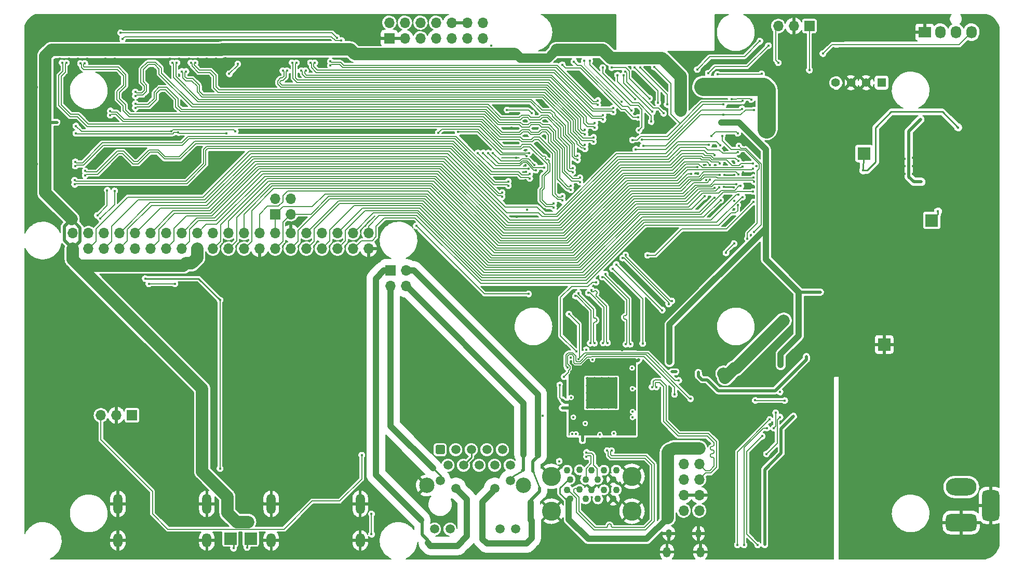
<source format=gbr>
G04 #@! TF.GenerationSoftware,KiCad,Pcbnew,(5.99.0-6751-g76ac8b5acf)*
G04 #@! TF.CreationDate,2021-06-14T13:23:57+01:00*
G04 #@! TF.ProjectId,CM4IOUSB3,434d3449-4f55-4534-9233-2e6b69636164,rev?*
G04 #@! TF.SameCoordinates,Original*
G04 #@! TF.FileFunction,Copper,L4,Bot*
G04 #@! TF.FilePolarity,Positive*
%FSLAX46Y46*%
G04 Gerber Fmt 4.6, Leading zero omitted, Abs format (unit mm)*
G04 Created by KiCad (PCBNEW (5.99.0-6751-g76ac8b5acf)) date 2021-06-14 13:23:57*
%MOMM*%
%LPD*%
G01*
G04 APERTURE LIST*
G04 Aperture macros list*
%AMRoundRect*
0 Rectangle with rounded corners*
0 $1 Rounding radius*
0 $2 $3 $4 $5 $6 $7 $8 $9 X,Y pos of 4 corners*
0 Add a 4 corners polygon primitive as box body*
4,1,4,$2,$3,$4,$5,$6,$7,$8,$9,$2,$3,0*
0 Add four circle primitives for the rounded corners*
1,1,$1+$1,$2,$3,0*
1,1,$1+$1,$4,$5,0*
1,1,$1+$1,$6,$7,0*
1,1,$1+$1,$8,$9,0*
0 Add four rect primitives between the rounded corners*
20,1,$1+$1,$2,$3,$4,$5,0*
20,1,$1+$1,$4,$5,$6,$7,0*
20,1,$1+$1,$6,$7,$8,$9,0*
20,1,$1+$1,$8,$9,$2,$3,0*%
G04 Aperture macros list end*
G04 #@! TA.AperFunction,ComponentPad*
%ADD10R,1.700000X1.700000*%
G04 #@! TD*
G04 #@! TA.AperFunction,ComponentPad*
%ADD11O,1.700000X1.700000*%
G04 #@! TD*
G04 #@! TA.AperFunction,ComponentPad*
%ADD12O,1.300000X1.700000*%
G04 #@! TD*
G04 #@! TA.AperFunction,ComponentPad*
%ADD13O,1.000000X1.400000*%
G04 #@! TD*
G04 #@! TA.AperFunction,ComponentPad*
%ADD14O,5.000000X2.800000*%
G04 #@! TD*
G04 #@! TA.AperFunction,ComponentPad*
%ADD15RoundRect,0.700000X1.800000X-0.700000X1.800000X0.700000X-1.800000X0.700000X-1.800000X-0.700000X0*%
G04 #@! TD*
G04 #@! TA.AperFunction,ComponentPad*
%ADD16RoundRect,0.700000X0.700000X-1.800000X0.700000X1.800000X-0.700000X1.800000X-0.700000X-1.800000X0*%
G04 #@! TD*
G04 #@! TA.AperFunction,ComponentPad*
%ADD17RoundRect,0.250500X-0.499500X-0.499500X0.499500X-0.499500X0.499500X0.499500X-0.499500X0.499500X0*%
G04 #@! TD*
G04 #@! TA.AperFunction,ComponentPad*
%ADD18C,1.500000*%
G04 #@! TD*
G04 #@! TA.AperFunction,ComponentPad*
%ADD19C,2.500000*%
G04 #@! TD*
G04 #@! TA.AperFunction,ComponentPad*
%ADD20O,1.500000X3.300000*%
G04 #@! TD*
G04 #@! TA.AperFunction,ComponentPad*
%ADD21O,1.500000X2.300000*%
G04 #@! TD*
G04 #@! TA.AperFunction,ComponentPad*
%ADD22R,2.030000X1.730000*%
G04 #@! TD*
G04 #@! TA.AperFunction,ComponentPad*
%ADD23O,1.730000X2.030000*%
G04 #@! TD*
G04 #@! TA.AperFunction,ComponentPad*
%ADD24C,0.500000*%
G04 #@! TD*
G04 #@! TA.AperFunction,SMDPad,CuDef*
%ADD25R,4.400000X1.800000*%
G04 #@! TD*
G04 #@! TA.AperFunction,ComponentPad*
%ADD26R,1.408000X1.408000*%
G04 #@! TD*
G04 #@! TA.AperFunction,ComponentPad*
%ADD27C,1.408000*%
G04 #@! TD*
G04 #@! TA.AperFunction,ComponentPad*
%ADD28C,3.100000*%
G04 #@! TD*
G04 #@! TA.AperFunction,ComponentPad*
%ADD29C,1.100000*%
G04 #@! TD*
G04 #@! TA.AperFunction,SMDPad,CuDef*
%ADD30R,5.200000X5.200000*%
G04 #@! TD*
G04 #@! TA.AperFunction,SMDPad,CuDef*
%ADD31R,2.000000X2.000000*%
G04 #@! TD*
G04 #@! TA.AperFunction,ViaPad*
%ADD32C,0.450000*%
G04 #@! TD*
G04 #@! TA.AperFunction,Conductor*
%ADD33C,0.500000*%
G04 #@! TD*
G04 #@! TA.AperFunction,Conductor*
%ADD34C,0.130000*%
G04 #@! TD*
G04 #@! TA.AperFunction,Conductor*
%ADD35C,0.230000*%
G04 #@! TD*
G04 #@! TA.AperFunction,Conductor*
%ADD36C,0.147000*%
G04 #@! TD*
G04 #@! TA.AperFunction,Conductor*
%ADD37C,0.127000*%
G04 #@! TD*
G04 #@! TA.AperFunction,Conductor*
%ADD38C,1.000000*%
G04 #@! TD*
G04 #@! TA.AperFunction,Conductor*
%ADD39C,0.700000*%
G04 #@! TD*
G04 #@! TA.AperFunction,Conductor*
%ADD40C,2.000000*%
G04 #@! TD*
G04 #@! TA.AperFunction,Conductor*
%ADD41C,1.500000*%
G04 #@! TD*
G04 #@! TA.AperFunction,Conductor*
%ADD42C,0.100000*%
G04 #@! TD*
G04 #@! TA.AperFunction,Conductor*
%ADD43C,3.000000*%
G04 #@! TD*
G04 #@! TA.AperFunction,Conductor*
%ADD44C,0.200000*%
G04 #@! TD*
G04 #@! TA.AperFunction,Conductor*
%ADD45C,0.254000*%
G04 #@! TD*
G04 APERTURE END LIST*
D10*
X97040000Y-136000000D03*
D11*
X94500000Y-136000000D03*
X91960000Y-136000000D03*
D10*
X87370000Y-108820000D03*
D11*
X87370000Y-106280000D03*
X89910000Y-108820000D03*
X89910000Y-106280000D03*
X92450000Y-108820000D03*
X92450000Y-106280000D03*
X94990000Y-108820000D03*
X94990000Y-106280000D03*
X97530000Y-108820000D03*
X97530000Y-106280000D03*
X100070000Y-108820000D03*
X100070000Y-106280000D03*
X102610000Y-108820000D03*
X102610000Y-106280000D03*
X105150000Y-108820000D03*
X105150000Y-106280000D03*
X107690000Y-108820000D03*
X107690000Y-106280000D03*
X110230000Y-108820000D03*
X110230000Y-106280000D03*
X112770000Y-108820000D03*
X112770000Y-106280000D03*
X115310000Y-108820000D03*
X115310000Y-106280000D03*
X117850000Y-108820000D03*
X117850000Y-106280000D03*
X120390000Y-108820000D03*
X120390000Y-106280000D03*
X122930000Y-108820000D03*
X122930000Y-106280000D03*
X125470000Y-108820000D03*
X125470000Y-106280000D03*
X128010000Y-108820000D03*
X128010000Y-106280000D03*
X130550000Y-108820000D03*
X130550000Y-106280000D03*
X133090000Y-108820000D03*
X133090000Y-106280000D03*
X135630000Y-108820000D03*
X135630000Y-106280000D03*
D10*
X139230000Y-112370000D03*
D11*
X141770000Y-112370000D03*
X139230000Y-114910000D03*
X141770000Y-114910000D03*
D12*
X189725000Y-158300000D03*
D13*
X184575000Y-155270000D03*
D12*
X184275000Y-158300000D03*
D13*
X189425000Y-155270000D03*
D14*
X232250000Y-147700000D03*
D15*
X232250000Y-153500000D03*
D16*
X237050000Y-150700000D03*
D17*
X147285000Y-141610000D03*
D18*
X148555000Y-144150000D03*
X149825000Y-141610000D03*
X151095000Y-144150000D03*
X152365000Y-141610000D03*
X153635000Y-144150000D03*
X154905000Y-141610000D03*
X156175000Y-144150000D03*
X157445000Y-141610000D03*
X158715000Y-144150000D03*
X147285000Y-146670000D03*
X149825000Y-147940000D03*
X156175000Y-147940000D03*
X158715000Y-146670000D03*
X146370000Y-154560000D03*
X148910000Y-154560000D03*
X157090000Y-154560000D03*
X159630000Y-154560000D03*
D19*
X145125000Y-147450000D03*
X160875000Y-147450000D03*
D20*
X134250000Y-150450000D03*
X119750000Y-150450000D03*
D21*
X119750000Y-156410000D03*
X134250000Y-156410000D03*
D20*
X109250000Y-150450000D03*
X94750000Y-150450000D03*
D21*
X94750000Y-156410000D03*
X109250000Y-156410000D03*
D22*
X226300000Y-73500000D03*
D23*
X228840000Y-73500000D03*
X231380000Y-73500000D03*
X233920000Y-73500000D03*
D24*
X229050000Y-96000000D03*
X226450000Y-96000000D03*
X230350000Y-96000000D03*
X229050000Y-94700000D03*
D25*
X228400000Y-95350000D03*
D24*
X227750000Y-96000000D03*
X226450000Y-94700000D03*
X227750000Y-94700000D03*
X230350000Y-94700000D03*
D26*
X219250000Y-81750000D03*
D27*
X216750000Y-81750000D03*
X214250000Y-81750000D03*
X211750000Y-81750000D03*
D10*
X120400000Y-103200000D03*
D11*
X120400000Y-100660000D03*
X122940000Y-103200000D03*
X122940000Y-100660000D03*
D10*
X139000000Y-74500000D03*
D11*
X139000000Y-71960000D03*
X141540000Y-74500000D03*
X141540000Y-71960000D03*
X144080000Y-74500000D03*
X144080000Y-71960000D03*
X146620000Y-74500000D03*
X146620000Y-71960000D03*
X149160000Y-74500000D03*
X149160000Y-71960000D03*
X151700000Y-74500000D03*
X151700000Y-71960000D03*
X154240000Y-74500000D03*
X154240000Y-71960000D03*
D10*
X207500000Y-72500000D03*
D11*
X204960000Y-72500000D03*
X202420000Y-72500000D03*
D28*
X165430000Y-151650000D03*
X178570000Y-151650000D03*
X178570000Y-145970000D03*
X165430000Y-145970000D03*
D29*
X168500000Y-149650000D03*
X171000000Y-149650000D03*
X173000000Y-149650000D03*
X175500000Y-149650000D03*
X176000000Y-148150000D03*
X174000000Y-148150000D03*
X172000000Y-148150000D03*
X170000000Y-148100000D03*
X168000000Y-148150000D03*
X168500000Y-146450000D03*
X171000000Y-146450000D03*
X173000000Y-146450000D03*
X175500000Y-146450000D03*
X176000000Y-144950000D03*
X174000000Y-144950000D03*
X172000000Y-144950000D03*
X170000000Y-144900000D03*
X168000000Y-144950000D03*
D24*
X171262500Y-131162500D03*
X173612500Y-129987500D03*
X175962500Y-132337500D03*
X172437500Y-129987500D03*
X173612500Y-132337500D03*
X174787500Y-134687500D03*
X175962500Y-131162500D03*
X174787500Y-133512500D03*
X171262500Y-134687500D03*
X174787500Y-129987500D03*
X175962500Y-134687500D03*
X172437500Y-132337500D03*
X171262500Y-132337500D03*
X173612500Y-131162500D03*
X171262500Y-129987500D03*
D30*
X173612500Y-132337500D03*
D24*
X172437500Y-133512500D03*
X171262500Y-133512500D03*
X172437500Y-134687500D03*
X174787500Y-131162500D03*
X175962500Y-133512500D03*
X175962500Y-129987500D03*
X174787500Y-132337500D03*
X172437500Y-131162500D03*
X173612500Y-134687500D03*
X173612500Y-133512500D03*
D10*
X187000000Y-141400000D03*
D11*
X189540000Y-141400000D03*
X187000000Y-143940000D03*
X189540000Y-143940000D03*
X187000000Y-146480000D03*
X189540000Y-146480000D03*
X187000000Y-149020000D03*
X189540000Y-149020000D03*
X187000000Y-151560000D03*
X189540000Y-151560000D03*
D31*
X227450000Y-104200000D03*
X216400000Y-93300000D03*
X219695000Y-124450000D03*
X116411606Y-156100000D03*
X113100000Y-156100000D03*
D32*
X117450000Y-72900000D03*
X204900000Y-138400000D03*
X213150000Y-134200000D03*
X193680000Y-157550000D03*
X224400000Y-95350000D03*
X169600000Y-95500000D03*
X193516744Y-98774022D03*
X207350000Y-156400000D03*
X163965000Y-136052500D03*
X124250000Y-80500000D03*
X161200000Y-90400000D03*
X168575000Y-126550000D03*
X107750000Y-77844990D03*
X158900000Y-89100000D03*
X96250000Y-74900000D03*
X169600000Y-96400000D03*
X141150000Y-134912500D03*
X159700000Y-94000000D03*
X196825000Y-135310000D03*
X93000000Y-122500000D03*
X129500000Y-151350000D03*
X224400000Y-94000000D03*
X106000000Y-151450000D03*
X88250000Y-77800000D03*
X169950000Y-78200000D03*
X122750000Y-80500000D03*
X130250000Y-77800000D03*
X192450000Y-71000000D03*
X232600000Y-95500000D03*
X125750000Y-77800000D03*
X110350000Y-133912500D03*
X221300000Y-94300000D03*
X156450000Y-132812500D03*
X178200000Y-79200000D03*
X103000000Y-148100000D03*
X193750000Y-146800000D03*
X198194979Y-103600000D03*
X208450000Y-158050000D03*
X236500000Y-122500000D03*
X171650000Y-90250000D03*
X208850000Y-146800000D03*
X101500000Y-148100000D03*
X209850000Y-85200000D03*
X186825000Y-137400000D03*
X98450000Y-147812500D03*
X106000000Y-148100000D03*
X106300000Y-79200000D03*
X192750000Y-79700000D03*
X194680000Y-155700000D03*
X180262500Y-131012500D03*
X175200000Y-111400000D03*
X169400000Y-98400000D03*
X91400000Y-104400000D03*
X139050000Y-140975000D03*
X121200000Y-80344990D03*
X112250000Y-79800000D03*
X123500000Y-151400000D03*
X223050000Y-98850000D03*
X161450000Y-102425000D03*
X162938528Y-86815411D03*
X178662500Y-136362500D03*
X101500000Y-157500000D03*
X97050000Y-84500000D03*
X94000000Y-72500000D03*
X165400000Y-131837500D03*
X176550000Y-141500000D03*
X178625000Y-140975000D03*
X191400000Y-158600000D03*
X184700000Y-118600000D03*
X190300000Y-95159958D03*
X224400000Y-98860010D03*
X171750000Y-89450000D03*
X226650000Y-101400000D03*
X144650000Y-131312500D03*
X195200000Y-96800000D03*
X166500000Y-101400000D03*
X85150000Y-79500000D03*
X159800000Y-103630010D03*
X121500000Y-72500000D03*
X86500000Y-157500000D03*
X86500000Y-72500000D03*
X168000000Y-78820010D03*
X164300655Y-102410010D03*
X226650000Y-99600000D03*
X103250000Y-77850000D03*
X198300000Y-98600000D03*
X183500000Y-85700000D03*
X173750000Y-84400000D03*
X126150000Y-79900000D03*
X159700000Y-91600000D03*
X178200000Y-88400000D03*
X114325000Y-93325000D03*
X175350000Y-124237500D03*
X225600000Y-96600000D03*
X168450000Y-100000000D03*
X213150000Y-139800000D03*
X131000000Y-148050000D03*
X231235000Y-96765000D03*
X193600000Y-100500000D03*
X223000000Y-96600000D03*
X236500000Y-132500000D03*
X98250000Y-86300000D03*
X173500000Y-114200000D03*
X226650000Y-100400000D03*
X232600000Y-94000000D03*
X236500000Y-77500000D03*
X190150000Y-79800000D03*
X81500000Y-72500000D03*
X94150000Y-87500000D03*
X214000000Y-155000000D03*
X142350000Y-137725000D03*
X131950000Y-143912500D03*
X123450000Y-143412500D03*
X152750000Y-157250000D03*
X181300000Y-79200000D03*
X170500000Y-140825000D03*
X209000000Y-72500000D03*
X198550000Y-142550000D03*
X225600000Y-95350000D03*
X172500000Y-115000000D03*
X128000000Y-151400000D03*
X81500000Y-152500000D03*
X176300000Y-110300000D03*
X123500000Y-148000000D03*
X225600000Y-94000000D03*
X197250000Y-105300000D03*
X109250000Y-77800000D03*
X156900000Y-99000000D03*
X97550000Y-97175000D03*
X107875000Y-94675000D03*
X114900000Y-151600000D03*
X112250000Y-77760009D03*
X161200000Y-100000000D03*
X149400000Y-137200000D03*
X164300000Y-88010010D03*
X87100000Y-89800000D03*
X102875000Y-99425000D03*
X233500000Y-94000000D03*
X191500000Y-129775000D03*
X161200000Y-98800000D03*
X162900000Y-98800000D03*
X121750000Y-146612500D03*
X180237500Y-134787500D03*
X94150000Y-85900000D03*
X195100000Y-90420010D03*
X161200000Y-97610010D03*
X197950000Y-106600000D03*
X88350000Y-90800000D03*
X110750000Y-77800000D03*
X233500000Y-98000000D03*
X114800000Y-148300000D03*
X126600000Y-119700000D03*
X184975000Y-135750000D03*
X210900000Y-158750000D03*
X115600000Y-138800000D03*
X98500000Y-151400000D03*
X169300000Y-99000000D03*
X196825453Y-91936823D03*
X199700000Y-75800000D03*
X200900000Y-138700000D03*
X175350000Y-71100000D03*
X236500000Y-112500000D03*
X87050000Y-97250000D03*
X180900000Y-87800000D03*
X203900000Y-127600000D03*
X174600000Y-87850000D03*
X107285000Y-123415000D03*
X198219139Y-100361721D03*
X166000000Y-71150000D03*
X196700000Y-96400000D03*
X176925000Y-125385000D03*
X112350000Y-142112500D03*
X176800000Y-111200000D03*
X213000000Y-120800000D03*
X173350000Y-89200000D03*
X167900000Y-100600000D03*
X174600000Y-87150000D03*
X185900000Y-117400000D03*
X209000000Y-132500000D03*
X168700000Y-117000000D03*
X90050000Y-97200000D03*
X131000000Y-151350000D03*
X193100000Y-110025000D03*
X90050000Y-95700000D03*
X162901867Y-93992530D03*
X124250000Y-77800000D03*
X193950000Y-108300000D03*
X182800000Y-86500000D03*
X89750000Y-77800000D03*
X94250000Y-77800000D03*
X192200000Y-132800000D03*
X92250000Y-99200000D03*
X191950000Y-76800000D03*
X225600000Y-98860010D03*
X185000000Y-139425000D03*
X174400000Y-112200000D03*
X125750000Y-79100000D03*
X164300000Y-90410010D03*
X81500000Y-130000000D03*
X129500000Y-148050000D03*
X104000000Y-72500000D03*
X173200000Y-88150000D03*
X232600000Y-98000000D03*
X151600000Y-137800000D03*
X94000000Y-96975000D03*
X173100000Y-91400000D03*
X237000000Y-142000000D03*
X106450000Y-137512500D03*
X196700000Y-102200000D03*
X154650000Y-121312500D03*
X200650000Y-80300000D03*
X162900000Y-103569990D03*
X224400000Y-96600000D03*
X175350000Y-72500000D03*
X161200000Y-95200000D03*
X162900000Y-91600000D03*
X176500000Y-157500000D03*
X179050000Y-124437500D03*
X233500000Y-99000000D03*
X183800000Y-117700000D03*
X208950000Y-139800000D03*
X231215000Y-93885000D03*
X112950000Y-131412500D03*
X214000000Y-157500000D03*
X196825000Y-137210000D03*
X161650000Y-127712500D03*
X190725001Y-128625001D03*
X127250000Y-77800000D03*
X106350000Y-80500000D03*
X104750000Y-79200000D03*
X161150000Y-115600000D03*
X196732552Y-94390137D03*
X85250000Y-77800000D03*
X173200000Y-141525000D03*
X173800000Y-85250000D03*
X236500000Y-157500000D03*
X81500000Y-102500000D03*
X92900000Y-87500000D03*
X189900000Y-131125000D03*
X141100000Y-117175000D03*
X88500000Y-97200000D03*
X127150000Y-139912500D03*
X234050000Y-145550000D03*
X87100000Y-98750000D03*
X193644988Y-92800000D03*
X104750000Y-80600000D03*
X94950000Y-99500000D03*
X171300000Y-116800000D03*
X233500000Y-95500000D03*
X99350000Y-145012500D03*
X159100000Y-124962500D03*
X122750000Y-77800000D03*
X129950000Y-128612500D03*
X161300000Y-96300000D03*
X173050000Y-90500000D03*
X88450000Y-94100000D03*
X222850000Y-136400000D03*
X179450000Y-86100000D03*
X114000000Y-72500000D03*
X175350000Y-73900000D03*
X154050000Y-130112500D03*
X157500000Y-85600000D03*
X134950000Y-141012500D03*
X230250000Y-99500000D03*
X193300000Y-142100000D03*
X121250000Y-77800000D03*
X193600000Y-105000000D03*
X169025000Y-136300000D03*
X171600000Y-92600000D03*
X177500000Y-109100000D03*
X154850000Y-115312500D03*
X88450000Y-98800000D03*
X172500000Y-78200000D03*
X81500000Y-95000000D03*
X112150000Y-116710010D03*
X81500000Y-142500000D03*
X146200000Y-89800000D03*
X183075000Y-131975000D03*
X232600000Y-99000000D03*
X213750000Y-85200000D03*
X104800000Y-90800000D03*
X117750000Y-128712500D03*
X224000000Y-157500000D03*
X107050000Y-147312500D03*
X87500000Y-88100000D03*
X171600000Y-91800000D03*
X236850000Y-94100000D03*
X170550000Y-142300000D03*
X167800000Y-99700000D03*
X200200000Y-140100000D03*
X182100000Y-84900000D03*
X196800000Y-93200000D03*
X195200000Y-94800000D03*
X171000000Y-124400000D03*
X104750000Y-77844990D03*
X179200000Y-90300000D03*
X126500000Y-151350000D03*
X176850000Y-124437500D03*
X197950000Y-157150000D03*
X149250000Y-126612500D03*
X199700000Y-142500000D03*
X131550000Y-135612500D03*
X162900000Y-101210010D03*
X170500000Y-125300000D03*
X155658314Y-75744990D03*
X181325000Y-138650000D03*
X223050000Y-97660010D03*
X155467559Y-137292894D03*
X122750000Y-79100000D03*
X185000000Y-116500000D03*
X206050000Y-158050000D03*
X182175000Y-132000000D03*
X124750000Y-128612500D03*
X155400000Y-139400000D03*
X170450000Y-94450000D03*
X184950000Y-76800000D03*
X114750000Y-89500000D03*
X131050000Y-74100000D03*
X230250000Y-101500000D03*
X118750000Y-135812500D03*
X195100000Y-103600000D03*
X170300000Y-93100000D03*
X173000000Y-113500000D03*
X182300000Y-158600000D03*
X166500000Y-101900000D03*
X103000000Y-90700000D03*
X198326926Y-96450546D03*
X164300000Y-85589990D03*
X230250000Y-102300000D03*
X192133781Y-95193358D03*
X187250000Y-76800000D03*
X154700000Y-92550000D03*
X230250000Y-100400000D03*
X170500000Y-115700000D03*
X174450000Y-85350000D03*
X148600000Y-89910010D03*
X88300000Y-79400000D03*
X213250000Y-146200000D03*
X221300000Y-96500000D03*
X207560000Y-144350000D03*
X154850000Y-116912500D03*
X103150000Y-79100000D03*
X149400000Y-139400000D03*
X86750000Y-77800000D03*
X201150000Y-156800000D03*
X174500000Y-79200000D03*
X103000000Y-151450000D03*
X162900000Y-99989990D03*
X226650000Y-102300000D03*
X114250000Y-77900000D03*
X175800000Y-87350000D03*
X189299680Y-96599671D03*
X96950000Y-82800000D03*
X236500000Y-72500000D03*
X231200000Y-95400000D03*
X201400000Y-137200000D03*
X161200000Y-88000000D03*
X166100000Y-74462500D03*
X159000000Y-97310010D03*
X162900000Y-89200000D03*
X128750000Y-77800000D03*
X195100000Y-85584990D03*
X233500000Y-92400000D03*
X161200000Y-101200000D03*
X221300000Y-95300000D03*
X87050000Y-91250000D03*
X182300000Y-137725000D03*
X134550000Y-123812500D03*
X94150000Y-74500000D03*
X81500000Y-82500000D03*
X104500000Y-148100000D03*
X110250000Y-144112500D03*
X223050000Y-95350000D03*
X99450000Y-115250000D03*
X159800000Y-86700000D03*
X87100000Y-94300000D03*
X205200000Y-77000000D03*
X92850000Y-85900000D03*
X101500000Y-151450000D03*
X109855000Y-118345000D03*
X125050000Y-135712500D03*
X233500000Y-96700000D03*
X192000000Y-92000000D03*
X232700000Y-92400000D03*
X161200000Y-85589990D03*
X108150000Y-78800000D03*
X173150000Y-124237500D03*
X170825000Y-97600000D03*
X103250000Y-140100000D03*
X175119153Y-92754991D03*
X162900000Y-97600000D03*
X232600000Y-96700000D03*
X81500000Y-115000000D03*
X193600000Y-96800000D03*
X92750000Y-77800000D03*
X128000000Y-148050000D03*
X167500000Y-119300000D03*
X210575000Y-120775000D03*
X155500000Y-92600000D03*
X234100000Y-144050000D03*
X163600000Y-157150000D03*
X86750000Y-79500000D03*
X161200000Y-92800000D03*
X126500000Y-148050000D03*
X128050000Y-72550000D03*
X168825000Y-139075000D03*
X164300000Y-92810010D03*
X98250000Y-82800000D03*
X87100000Y-95700000D03*
X157800000Y-101000000D03*
X167700000Y-136825000D03*
X189350000Y-76800000D03*
X167400000Y-131275000D03*
X124250000Y-79150000D03*
X91250000Y-77900000D03*
X198879990Y-95313931D03*
X191200000Y-100400000D03*
X175350000Y-75500000D03*
X153850000Y-92550000D03*
X195226569Y-101006627D03*
X202500000Y-77000000D03*
X104500000Y-151450000D03*
X88450000Y-95800000D03*
X178594990Y-128300000D03*
X143450000Y-105850000D03*
X98150000Y-84500000D03*
X193600000Y-94800000D03*
X175100000Y-112800000D03*
X168600000Y-116400000D03*
X170600000Y-96600000D03*
X196800000Y-90800000D03*
X223000000Y-94200000D03*
X181000000Y-131650000D03*
X190650063Y-97600882D03*
X195100000Y-92000000D03*
X121150000Y-79100000D03*
X220400000Y-135600000D03*
X198550000Y-144850000D03*
X195180800Y-98796776D03*
X153000000Y-137800000D03*
X105500000Y-85400000D03*
X196600000Y-101100000D03*
X192350000Y-75900000D03*
X157750000Y-98960010D03*
X87100000Y-92700000D03*
X106300000Y-77844990D03*
X96950000Y-86300000D03*
X179525000Y-91725000D03*
X127600000Y-79000000D03*
X195150000Y-102400000D03*
X181100000Y-109100000D03*
X104050000Y-114550000D03*
X99800000Y-114550000D03*
X167200000Y-134800000D03*
X176275000Y-137400000D03*
X179700000Y-126900000D03*
X178662500Y-130362500D03*
X166800000Y-131050000D03*
X168575000Y-127325000D03*
X170500000Y-140150000D03*
X178700000Y-134100000D03*
X171050000Y-127600000D03*
X171900000Y-138650000D03*
X178375000Y-138575000D03*
X175075000Y-126925000D03*
X167225000Y-133500000D03*
X228450000Y-102750000D03*
X157400000Y-100350000D03*
X87700000Y-98350000D03*
X87700000Y-97650000D03*
X157400000Y-99650000D03*
X89400000Y-96850000D03*
X158400000Y-98550000D03*
X158400000Y-97850000D03*
X89400000Y-96150000D03*
X161900000Y-97350000D03*
X87800000Y-95350000D03*
X87800000Y-94650000D03*
X161900000Y-96650000D03*
X177500000Y-79900000D03*
X189200000Y-79600000D03*
X94200000Y-99400000D03*
X95500000Y-74600000D03*
X199425000Y-74975000D03*
X131189949Y-74850000D03*
X183718779Y-86740611D03*
X91900000Y-103900000D03*
X93000000Y-99300000D03*
X91400000Y-103400000D03*
X191000000Y-80200000D03*
X177200000Y-80500000D03*
X95200000Y-73600000D03*
X200800000Y-75700000D03*
X181900000Y-86500000D03*
X130450000Y-74400000D03*
X168900000Y-95650000D03*
X97600000Y-83250000D03*
X168900000Y-96350000D03*
X97600000Y-83950000D03*
X170100000Y-97250000D03*
X97600000Y-85150000D03*
X97600000Y-85850000D03*
X170100000Y-97950000D03*
X89350000Y-78600000D03*
X168600000Y-98550000D03*
X88650000Y-78600000D03*
X168600000Y-99250000D03*
X167200000Y-100250000D03*
X93500000Y-86350000D03*
X167200000Y-100950000D03*
X93500000Y-87050000D03*
X165800000Y-101450000D03*
X86350000Y-78500000D03*
X165800000Y-102150000D03*
X85650000Y-78500000D03*
X103650000Y-78500000D03*
X169700000Y-94350000D03*
X169700000Y-93650000D03*
X104350000Y-78500000D03*
X105150000Y-79900000D03*
X170900000Y-92550000D03*
X170900000Y-91850000D03*
X105850000Y-79900000D03*
X106650000Y-78500000D03*
X172300000Y-91350000D03*
X107350000Y-78500000D03*
X172300000Y-90650000D03*
X173000000Y-84650000D03*
X129400000Y-78250000D03*
X173000000Y-85350000D03*
X129400000Y-78950000D03*
X126850000Y-78500000D03*
X175500000Y-85850000D03*
X175500000Y-86550000D03*
X126150000Y-78500000D03*
X125350000Y-79800000D03*
X173850000Y-87050000D03*
X124650000Y-79800000D03*
X173850000Y-87750000D03*
X123850000Y-78500000D03*
X172500000Y-88350000D03*
X123150000Y-78500000D03*
X172500000Y-89050000D03*
X170900000Y-89450000D03*
X122350000Y-79800000D03*
X170900000Y-90150000D03*
X121650000Y-79800000D03*
X201020010Y-136700000D03*
X195760000Y-157150000D03*
X202000000Y-135600000D03*
X201700000Y-138100000D03*
X200570010Y-138100000D03*
X196850000Y-157150000D03*
X199050000Y-157150000D03*
X199800000Y-139400000D03*
X196001924Y-92079994D03*
X198500000Y-106100000D03*
X200500000Y-142300000D03*
X202700000Y-132200000D03*
X202700000Y-136300000D03*
X192950000Y-91950000D03*
X191100000Y-91900000D03*
X192060347Y-93553326D03*
X195801924Y-93020006D03*
X195900000Y-94500000D03*
X192900000Y-94900000D03*
X198275038Y-94900000D03*
X191300000Y-95159967D03*
X189200000Y-95519989D03*
X196571159Y-95412331D03*
X198300000Y-95800000D03*
X188200000Y-96600000D03*
X192900000Y-96800000D03*
X195900000Y-96700000D03*
X191300000Y-97590984D03*
X198400000Y-97200000D03*
X198500000Y-97900000D03*
X192814650Y-98829922D03*
X190400000Y-100300000D03*
X196300000Y-98600000D03*
X192000000Y-100500000D03*
X198275018Y-99500000D03*
X195800000Y-101700000D03*
X195900000Y-100009990D03*
X196600000Y-100400000D03*
X155899999Y-93200001D03*
X162663238Y-95179940D03*
X155100000Y-93200000D03*
X164269990Y-95596020D03*
X154300000Y-93200000D03*
X162903625Y-96029406D03*
X153400000Y-93200000D03*
X161700000Y-95800000D03*
X189400000Y-129000000D03*
X207000000Y-126400000D03*
X166700000Y-143500000D03*
X170950000Y-137325000D03*
X178662500Y-135412500D03*
X185087500Y-128895000D03*
X172150000Y-126925000D03*
X178637500Y-131662500D03*
X173350000Y-139150000D03*
X168625000Y-133075000D03*
X185722500Y-128895000D03*
X169450000Y-139050000D03*
X171100000Y-125300000D03*
X175625000Y-138975000D03*
X181848500Y-131400000D03*
X182551500Y-131400000D03*
X209700000Y-77000000D03*
X161800000Y-93200000D03*
X147000000Y-89900000D03*
X158200000Y-86200000D03*
X162200000Y-86700000D03*
X150200000Y-89800000D03*
X161353008Y-93746992D03*
X195200000Y-108000000D03*
X193900000Y-109500000D03*
X180400000Y-92050000D03*
X196500000Y-86000000D03*
X169867563Y-126848151D03*
X186200000Y-130300000D03*
X193500000Y-85305009D03*
X180200000Y-91000000D03*
X168300000Y-119500000D03*
X184552512Y-117847488D03*
X177052512Y-110347488D03*
X177547488Y-109852512D03*
X185047488Y-117352512D03*
X115800000Y-157562500D03*
X113600000Y-157700000D03*
X185500000Y-132600000D03*
X167500000Y-129700000D03*
X188100000Y-133300000D03*
X168028510Y-128208364D03*
X171150000Y-142750000D03*
X171150000Y-142050000D03*
X207500000Y-79700000D03*
X193000000Y-100904756D03*
X96150000Y-76850000D03*
X209290000Y-115910000D03*
X202800000Y-127800000D03*
X105800000Y-111200000D03*
X195250000Y-88200000D03*
X193050000Y-88200000D03*
X132795001Y-76445001D03*
X114250000Y-76850000D03*
X187200000Y-86200000D03*
X186450000Y-86300000D03*
X184700000Y-127300000D03*
X84800000Y-88200000D03*
X116000000Y-153400000D03*
X183500000Y-77700000D03*
X204900000Y-136150000D03*
X200200000Y-144850000D03*
X200200000Y-157100000D03*
X176000000Y-111400000D03*
X183500000Y-118850000D03*
X194800000Y-84400000D03*
X181400000Y-84300000D03*
X198000000Y-84500000D03*
X175254910Y-79300000D03*
X195600000Y-98300000D03*
X192046881Y-98904712D03*
X180300000Y-124300000D03*
X175400000Y-112100000D03*
X173752512Y-113447488D03*
X177575000Y-124400000D03*
X178275000Y-124400000D03*
X174247488Y-112952512D03*
X174562500Y-124200000D03*
X171947488Y-115552512D03*
X173862500Y-124200000D03*
X171452512Y-116047488D03*
X169500000Y-125600000D03*
X172700000Y-114300000D03*
X172450000Y-124237500D03*
X169847488Y-116052512D03*
X169352512Y-116547488D03*
X171750000Y-124237500D03*
X198400000Y-101200000D03*
X136100000Y-155400000D03*
X181100000Y-109900000D03*
X136100000Y-152100000D03*
X225600000Y-87750000D03*
X225750000Y-97900000D03*
X112400000Y-90000000D03*
X104575000Y-89875000D03*
X87900000Y-90000000D03*
X112900000Y-80300000D03*
X87900000Y-88800000D03*
X113900000Y-89700000D03*
X103498133Y-89679990D03*
X114300000Y-78700000D03*
X179050000Y-84400000D03*
X176200000Y-80500000D03*
X178450000Y-86250000D03*
X169100000Y-78300000D03*
X171700000Y-78200000D03*
X179700000Y-89500000D03*
X182800000Y-85000000D03*
X179000000Y-79300000D03*
X179900000Y-79300000D03*
X184300000Y-85300000D03*
X193500000Y-87000000D03*
X198500000Y-86200000D03*
X179175000Y-92600000D03*
X134500000Y-142500000D03*
X199700000Y-80300000D03*
X192500000Y-80400000D03*
X167200000Y-78820010D03*
X179550000Y-87400000D03*
X170800000Y-78200000D03*
X176850000Y-84850000D03*
X193725000Y-129875000D03*
X191050000Y-81700000D03*
X190150000Y-81300000D03*
X203300000Y-121200000D03*
X191050000Y-82900000D03*
X200550000Y-88400000D03*
X216250000Y-96050000D03*
X111400000Y-117200000D03*
X202650000Y-120800000D03*
X203950000Y-120950000D03*
X231750000Y-89050000D03*
X201400000Y-89200000D03*
X200500000Y-89300000D03*
X193500000Y-129200000D03*
X201350000Y-88200000D03*
X99200000Y-113700000D03*
X190150000Y-82400000D03*
X190150000Y-83500000D03*
X200500000Y-85700000D03*
X111400000Y-144700000D03*
X203300000Y-120550000D03*
X200850000Y-90000000D03*
X161700000Y-116200000D03*
X182200000Y-79200000D03*
X196600000Y-84720010D03*
X143400000Y-105100000D03*
X178650000Y-91100000D03*
X173800000Y-79300000D03*
X181700000Y-88100000D03*
X195800000Y-90000000D03*
X191550000Y-90450000D03*
X202400000Y-78500000D03*
X198650000Y-133575000D03*
X193300000Y-90400000D03*
X197400000Y-107200000D03*
X203479990Y-133600000D03*
X174536000Y-141767114D03*
X175239000Y-141767114D03*
D33*
X227100000Y-101050000D02*
X227099998Y-101050000D01*
D34*
X99800000Y-114550000D02*
X104050000Y-114550000D01*
D35*
X152365000Y-142880000D02*
X151095000Y-144150000D01*
X152365000Y-141610000D02*
X152365000Y-142880000D01*
D33*
X179700000Y-126900000D02*
X179500000Y-127100000D01*
X167200000Y-134800000D02*
X168600000Y-134800000D01*
X167625000Y-133900000D02*
X168600000Y-133900000D01*
X170500000Y-140150000D02*
X170500000Y-138650000D01*
D36*
X166800000Y-131050000D02*
X166800000Y-133075000D01*
D33*
X170500000Y-138650000D02*
X171900000Y-138650000D01*
D36*
X166800000Y-133075000D02*
X167225000Y-133500000D01*
D33*
X167225000Y-133500000D02*
X167625000Y-133900000D01*
X179500000Y-127100000D02*
X178900000Y-127100000D01*
D35*
X228450000Y-102750000D02*
X228450000Y-103200000D01*
D37*
X156721298Y-100190000D02*
X157240000Y-100190000D01*
X105978702Y-98190000D02*
X109090000Y-95078702D01*
X149021298Y-92490000D02*
X156721298Y-100190000D01*
X109378702Y-92490000D02*
X149021298Y-92490000D01*
X87700000Y-98350000D02*
X87860000Y-98190000D01*
X157240000Y-100190000D02*
X157400000Y-100350000D01*
X87860000Y-98190000D02*
X105978702Y-98190000D01*
X109090000Y-95078702D02*
X109090000Y-92778702D01*
X109090000Y-92778702D02*
X109378702Y-92490000D01*
X108710000Y-92621298D02*
X109221298Y-92110000D01*
X109221298Y-92110000D02*
X149178702Y-92110000D01*
X105821298Y-97810000D02*
X108710000Y-94921298D01*
X149178702Y-92110000D02*
X156878702Y-99810000D01*
X87700000Y-97650000D02*
X87860000Y-97810000D01*
X157240000Y-99810000D02*
X157400000Y-99650000D01*
X87860000Y-97810000D02*
X105821298Y-97810000D01*
X108710000Y-94921298D02*
X108710000Y-92621298D01*
X156878702Y-99810000D02*
X157240000Y-99810000D01*
X95521298Y-93290000D02*
X94828702Y-93290000D01*
X149321298Y-91690000D02*
X107428702Y-91690000D01*
X107428702Y-91690000D02*
X104928702Y-94190000D01*
X158240000Y-98390000D02*
X156021298Y-98390000D01*
X98078702Y-94990000D02*
X97221298Y-94990000D01*
X104928702Y-94190000D02*
X102321298Y-94190000D01*
X89560000Y-96690000D02*
X89400000Y-96850000D01*
X94828702Y-93290000D02*
X91428702Y-96690000D01*
X101221298Y-93090000D02*
X99978702Y-93090000D01*
X99978702Y-93090000D02*
X98078702Y-94990000D01*
X97221298Y-94990000D02*
X95521298Y-93290000D01*
X102321298Y-94190000D02*
X101221298Y-93090000D01*
X156021298Y-98390000D02*
X149321298Y-91690000D01*
X158400000Y-98550000D02*
X158240000Y-98390000D01*
X91428702Y-96690000D02*
X89560000Y-96690000D01*
X158400000Y-97850000D02*
X158240000Y-98010000D01*
X102478702Y-93810000D02*
X101378702Y-92710000D01*
X97921298Y-94610000D02*
X97378702Y-94610000D01*
X97378702Y-94610000D02*
X95678702Y-92910000D01*
X156178702Y-98010000D02*
X149478702Y-91310000D01*
X89560000Y-96310000D02*
X89400000Y-96150000D01*
X107271298Y-91310000D02*
X104771298Y-93810000D01*
X149478702Y-91310000D02*
X107271298Y-91310000D01*
X158240000Y-98010000D02*
X156178702Y-98010000D01*
X91271298Y-96310000D02*
X89560000Y-96310000D01*
X104771298Y-93810000D02*
X102478702Y-93810000D01*
X99821298Y-92710000D02*
X97921298Y-94610000D01*
X101378702Y-92710000D02*
X99821298Y-92710000D01*
X94671298Y-92910000D02*
X91271298Y-96310000D01*
X95678702Y-92910000D02*
X94671298Y-92910000D01*
X89128702Y-95190000D02*
X92378702Y-91940000D01*
X87800000Y-95350000D02*
X87960000Y-95190000D01*
X155521298Y-96690000D02*
X159921298Y-96690000D01*
X87960000Y-95190000D02*
X89128702Y-95190000D01*
X159921298Y-96690000D02*
X160421298Y-97190000D01*
X105278702Y-91940000D02*
X106328702Y-90890000D01*
X161740000Y-97190000D02*
X161900000Y-97350000D01*
X92378702Y-91940000D02*
X105278702Y-91940000D01*
X106328702Y-90890000D02*
X149721298Y-90890000D01*
X160421298Y-97190000D02*
X161740000Y-97190000D01*
X149721298Y-90890000D02*
X155521298Y-96690000D01*
X87960000Y-94810000D02*
X88971298Y-94810000D01*
X88971298Y-94810000D02*
X92221298Y-91560000D01*
X160078702Y-96310000D02*
X160578702Y-96810000D01*
X87800000Y-94650000D02*
X87960000Y-94810000D01*
X106171298Y-90510000D02*
X149878702Y-90510000D01*
X161740000Y-96810000D02*
X161900000Y-96650000D01*
X105121298Y-91560000D02*
X106171298Y-90510000D01*
X92221298Y-91560000D02*
X105121298Y-91560000D01*
X149878702Y-90510000D02*
X155678702Y-96310000D01*
X160578702Y-96810000D02*
X161740000Y-96810000D01*
X155678702Y-96310000D02*
X160078702Y-96310000D01*
D34*
X177500000Y-79900000D02*
X177724999Y-80124999D01*
X177724999Y-80124999D02*
X177724999Y-81624999D01*
X94200000Y-99400000D02*
X94200000Y-101600000D01*
X182000000Y-85900000D02*
X182878168Y-85900000D01*
X191300000Y-77500000D02*
X189200000Y-79600000D01*
X131139949Y-74900000D02*
X131189949Y-74850000D01*
X94200000Y-101600000D02*
X91900000Y-103900000D01*
X199425000Y-74975000D02*
X196900000Y-77500000D01*
X196900000Y-77500000D02*
X191300000Y-77500000D01*
X182878168Y-85900000D02*
X183718779Y-86740611D01*
X129575845Y-74251144D02*
X130224701Y-74900000D01*
X95848856Y-74251144D02*
X95500000Y-74600000D01*
X177724999Y-81624999D02*
X182000000Y-85900000D01*
X130224701Y-74900000D02*
X131139949Y-74900000D01*
X95848856Y-74251144D02*
X129575845Y-74251144D01*
X191000000Y-80200000D02*
X192100000Y-79100000D01*
X177200000Y-80500000D02*
X177200000Y-81800000D01*
X192100000Y-79100000D02*
X197400000Y-79100000D01*
X197400000Y-79100000D02*
X200800000Y-75700000D01*
X95200000Y-73600000D02*
X129650000Y-73600000D01*
X129650000Y-73600000D02*
X130450000Y-74400000D01*
X177200000Y-81800000D02*
X181900000Y-86500000D01*
X91400000Y-103400000D02*
X93000000Y-101800000D01*
X93000000Y-101800000D02*
X93000000Y-99300000D01*
D37*
X99060000Y-83021298D02*
X98671298Y-83410000D01*
X163821298Y-87010000D02*
X163421298Y-87410000D01*
X99571298Y-78410000D02*
X98510000Y-79471298D01*
X100878702Y-78410000D02*
X99571298Y-78410000D01*
X97760000Y-83410000D02*
X97600000Y-83250000D01*
X164878702Y-87010000D02*
X163821298Y-87010000D01*
X98671298Y-83410000D02*
X97760000Y-83410000D01*
X161678702Y-87010000D02*
X160621298Y-87010000D01*
X98510000Y-79471298D02*
X98510000Y-81728702D01*
X166940000Y-90571298D02*
X166940000Y-89071298D01*
X166940000Y-89071298D02*
X164878702Y-87010000D01*
X163421298Y-87410000D02*
X162078702Y-87410000D01*
X162078702Y-87410000D02*
X161678702Y-87010000D01*
X99060000Y-82278702D02*
X99060000Y-83021298D01*
X160621298Y-87010000D02*
X160221298Y-87410000D01*
X155078702Y-85310000D02*
X106978702Y-85310000D01*
X168900000Y-95650000D02*
X168740000Y-95810000D01*
X168740000Y-95810000D02*
X168478702Y-95810000D01*
X168390000Y-92021298D02*
X166940000Y-90571298D01*
X106978702Y-85310000D02*
X101840000Y-80171298D01*
X98510000Y-81728702D02*
X99060000Y-82278702D01*
X157178702Y-87410000D02*
X155078702Y-85310000D01*
X101840000Y-80171298D02*
X101840000Y-79371298D01*
X101840000Y-79371298D02*
X100878702Y-78410000D01*
X160221298Y-87410000D02*
X157178702Y-87410000D01*
X168478702Y-95810000D02*
X168390000Y-95721298D01*
X168390000Y-95721298D02*
X168390000Y-92021298D01*
X97760000Y-83790000D02*
X97600000Y-83950000D01*
X98890000Y-81571298D02*
X99440000Y-82121298D01*
X168010000Y-92178702D02*
X166560000Y-90728702D01*
X161521298Y-87390000D02*
X160778702Y-87390000D01*
X168010000Y-95878702D02*
X168010000Y-92178702D01*
X160778702Y-87390000D02*
X160378702Y-87790000D01*
X168740000Y-96190000D02*
X168321298Y-96190000D01*
X168321298Y-96190000D02*
X168010000Y-95878702D01*
X101460000Y-79528702D02*
X100721298Y-78790000D01*
X99440000Y-82121298D02*
X99440000Y-83178702D01*
X163978702Y-87390000D02*
X163578702Y-87790000D01*
X99728702Y-78790000D02*
X98890000Y-79628702D01*
X98890000Y-79628702D02*
X98890000Y-81571298D01*
X100721298Y-78790000D02*
X99728702Y-78790000D01*
X160378702Y-87790000D02*
X157021298Y-87790000D01*
X161921298Y-87790000D02*
X161521298Y-87390000D01*
X166560000Y-90728702D02*
X166560000Y-89228702D01*
X154921298Y-85690000D02*
X106821298Y-85690000D01*
X98828702Y-83790000D02*
X97760000Y-83790000D01*
X168900000Y-96350000D02*
X168740000Y-96190000D01*
X157021298Y-87790000D02*
X154921298Y-85690000D01*
X164721298Y-87390000D02*
X163978702Y-87390000D01*
X99440000Y-83178702D02*
X98828702Y-83790000D01*
X163578702Y-87790000D02*
X161921298Y-87790000D01*
X106821298Y-85690000D02*
X101460000Y-80328702D01*
X101460000Y-80328702D02*
X101460000Y-79528702D01*
X166560000Y-89228702D02*
X164721298Y-87390000D01*
X100660000Y-83321298D02*
X100660000Y-84321298D01*
X166140000Y-89671298D02*
X165078702Y-88610000D01*
X104540000Y-85521298D02*
X104540000Y-84321298D01*
X165078702Y-88610000D02*
X163978702Y-88610000D01*
X167590000Y-92371298D02*
X166140000Y-90921298D01*
X167590000Y-96121298D02*
X167590000Y-92371298D01*
X154778702Y-86110000D02*
X105128702Y-86110000D01*
X101471298Y-82510000D02*
X100660000Y-83321298D01*
X169940000Y-97410000D02*
X168878702Y-97410000D01*
X168878702Y-97410000D02*
X167590000Y-96121298D01*
X105128702Y-86110000D02*
X104540000Y-85521298D01*
X156878702Y-88210000D02*
X154778702Y-86110000D01*
X161621298Y-88610000D02*
X160778702Y-88610000D01*
X99671298Y-85310000D02*
X97760000Y-85310000D01*
X160378702Y-88210000D02*
X156878702Y-88210000D01*
X163978702Y-88610000D02*
X163578702Y-88210000D01*
X97760000Y-85310000D02*
X97600000Y-85150000D01*
X162021298Y-88210000D02*
X161621298Y-88610000D01*
X102728702Y-82510000D02*
X101471298Y-82510000D01*
X163578702Y-88210000D02*
X162021298Y-88210000D01*
X100660000Y-84321298D02*
X99671298Y-85310000D01*
X166140000Y-90921298D02*
X166140000Y-89671298D01*
X104540000Y-84321298D02*
X102728702Y-82510000D01*
X160778702Y-88610000D02*
X160378702Y-88210000D01*
X170100000Y-97250000D02*
X169940000Y-97410000D01*
X170100000Y-97950000D02*
X169940000Y-97790000D01*
X97760000Y-85690000D02*
X97600000Y-85850000D01*
X104971298Y-86490000D02*
X104160000Y-85678702D01*
X104160000Y-85678702D02*
X104160000Y-84478702D01*
X156721298Y-88590000D02*
X154621298Y-86490000D01*
X163821298Y-88990000D02*
X163421298Y-88590000D01*
X167210000Y-92528702D02*
X165760000Y-91078702D01*
X168721298Y-97790000D02*
X167210000Y-96278702D01*
X165760000Y-91078702D02*
X165760000Y-89828702D01*
X161778702Y-88990000D02*
X160621298Y-88990000D01*
X101040000Y-84478702D02*
X99828702Y-85690000D01*
X101040000Y-83478702D02*
X101040000Y-84478702D01*
X104160000Y-84478702D02*
X102571298Y-82890000D01*
X102571298Y-82890000D02*
X101628702Y-82890000D01*
X154621298Y-86490000D02*
X104971298Y-86490000D01*
X167210000Y-96278702D02*
X167210000Y-92528702D01*
X162178702Y-88590000D02*
X161778702Y-88990000D01*
X160621298Y-88990000D02*
X160221298Y-88590000D01*
X165760000Y-89828702D02*
X164921298Y-88990000D01*
X99828702Y-85690000D02*
X97760000Y-85690000D01*
X160221298Y-88590000D02*
X156721298Y-88590000D01*
X164921298Y-88990000D02*
X163821298Y-88990000D01*
X163421298Y-88590000D02*
X162178702Y-88590000D01*
X101628702Y-82890000D02*
X101040000Y-83478702D01*
X169940000Y-97790000D02*
X168721298Y-97790000D01*
X166790000Y-97321298D02*
X166790000Y-92721298D01*
X94990000Y-84371298D02*
X94990000Y-83328702D01*
X168440000Y-98710000D02*
X168178702Y-98710000D01*
X168178702Y-98710000D02*
X166790000Y-97321298D01*
X162178702Y-89810000D02*
X161778702Y-89410000D01*
X96040000Y-82278702D02*
X96040000Y-80421298D01*
X157378702Y-89810000D02*
X154478702Y-86910000D01*
X168600000Y-98550000D02*
X168440000Y-98710000D01*
X160221298Y-89810000D02*
X157378702Y-89810000D01*
X96728702Y-86910000D02*
X95990000Y-86171298D01*
X95990000Y-86171298D02*
X95990000Y-85371298D01*
X161778702Y-89410000D02*
X160621298Y-89410000D01*
X164678702Y-89410000D02*
X163721298Y-89410000D01*
X163321298Y-89810000D02*
X162178702Y-89810000D01*
X89190000Y-79121298D02*
X89190000Y-78760000D01*
X166790000Y-92721298D02*
X165340000Y-91271298D01*
X154478702Y-86910000D02*
X96728702Y-86910000D01*
X165340000Y-91271298D02*
X165340000Y-90071298D01*
X89278702Y-79210000D02*
X89190000Y-79121298D01*
X94990000Y-83328702D02*
X96040000Y-82278702D01*
X163721298Y-89410000D02*
X163321298Y-89810000D01*
X95990000Y-85371298D02*
X94990000Y-84371298D01*
X165340000Y-90071298D02*
X164678702Y-89410000D01*
X160621298Y-89410000D02*
X160221298Y-89810000D01*
X96040000Y-80421298D02*
X94828702Y-79210000D01*
X94828702Y-79210000D02*
X89278702Y-79210000D01*
X89190000Y-78760000D02*
X89350000Y-78600000D01*
X164960000Y-91428702D02*
X164960000Y-90228702D01*
X164960000Y-90228702D02*
X164521298Y-89790000D01*
X88810000Y-79278702D02*
X88810000Y-78760000D01*
X161621298Y-89790000D02*
X160778702Y-89790000D01*
X95660000Y-82121298D02*
X95660000Y-80578702D01*
X163878702Y-89790000D02*
X163478702Y-90190000D01*
X94610000Y-84528702D02*
X94610000Y-83171298D01*
X88810000Y-78760000D02*
X88650000Y-78600000D01*
X166410000Y-97478702D02*
X166410000Y-92878702D01*
X164521298Y-89790000D02*
X163878702Y-89790000D01*
X168600000Y-99250000D02*
X168440000Y-99090000D01*
X94610000Y-83171298D02*
X95660000Y-82121298D01*
X154321298Y-87290000D02*
X96571298Y-87290000D01*
X168440000Y-99090000D02*
X168021298Y-99090000D01*
X95610000Y-86328702D02*
X95610000Y-85528702D01*
X160778702Y-89790000D02*
X160378702Y-90190000D01*
X160378702Y-90190000D02*
X157221298Y-90190000D01*
X96571298Y-87290000D02*
X95610000Y-86328702D01*
X162021298Y-90190000D02*
X161621298Y-89790000D01*
X95610000Y-85528702D02*
X94610000Y-84528702D01*
X94671298Y-79590000D02*
X89121298Y-79590000D01*
X95660000Y-80578702D02*
X94671298Y-79590000D01*
X168021298Y-99090000D02*
X166410000Y-97478702D01*
X166410000Y-92878702D02*
X164960000Y-91428702D01*
X163478702Y-90190000D02*
X162021298Y-90190000D01*
X157221298Y-90190000D02*
X154321298Y-87290000D01*
X89121298Y-79590000D02*
X88810000Y-79278702D01*
X167200000Y-100250000D02*
X167040000Y-100410000D01*
X157078702Y-90610000D02*
X154178702Y-87710000D01*
X94578702Y-86510000D02*
X93660000Y-86510000D01*
X162521298Y-90610000D02*
X162121298Y-91010000D01*
X162121298Y-91010000D02*
X160778702Y-91010000D01*
X167040000Y-100410000D02*
X166578702Y-100410000D01*
X160778702Y-91010000D02*
X160378702Y-90610000D01*
X160378702Y-90610000D02*
X157078702Y-90610000D01*
X95778702Y-87710000D02*
X94578702Y-86510000D01*
X163478702Y-90610000D02*
X162521298Y-90610000D01*
X93660000Y-86510000D02*
X93500000Y-86350000D01*
X166578702Y-100410000D02*
X165990000Y-99821298D01*
X165990000Y-99821298D02*
X165990000Y-93121298D01*
X154178702Y-87710000D02*
X95778702Y-87710000D01*
X165990000Y-93121298D02*
X163478702Y-90610000D01*
X167200000Y-100950000D02*
X167040000Y-100790000D01*
X160621298Y-91390000D02*
X160221298Y-90990000D01*
X93660000Y-86890000D02*
X93500000Y-87050000D01*
X167040000Y-100790000D02*
X166421298Y-100790000D01*
X163321298Y-90990000D02*
X162678702Y-90990000D01*
X165610000Y-93278702D02*
X163321298Y-90990000D01*
X94421298Y-86890000D02*
X93660000Y-86890000D01*
X165610000Y-99978702D02*
X165610000Y-93278702D01*
X154021298Y-88090000D02*
X95621298Y-88090000D01*
X162278702Y-91390000D02*
X160621298Y-91390000D01*
X95621298Y-88090000D02*
X94421298Y-86890000D01*
X156921298Y-90990000D02*
X154021298Y-88090000D01*
X160221298Y-90990000D02*
X156921298Y-90990000D01*
X162678702Y-90990000D02*
X162278702Y-91390000D01*
X166421298Y-100790000D02*
X165610000Y-99978702D01*
X164906400Y-94288576D02*
X164928284Y-94306028D01*
X85490000Y-85321298D02*
X87078702Y-86910000D01*
X164773392Y-94288576D02*
X164798611Y-94276431D01*
X160321298Y-92210000D02*
X160721298Y-91810000D01*
X85490000Y-80728702D02*
X85490000Y-85321298D01*
X164504490Y-93920802D02*
X164504490Y-93948793D01*
X87078702Y-86910000D02*
X88328702Y-86910000D01*
X164596615Y-94323480D02*
X164621834Y-94335625D01*
X164729623Y-94323480D02*
X164773392Y-94288576D01*
X164315495Y-93710745D02*
X164340714Y-93722890D01*
X165063948Y-94459198D02*
X165070176Y-94486488D01*
X88328702Y-86910000D02*
X89928702Y-88510000D01*
X164649124Y-94341853D02*
X164677115Y-94341853D01*
X165016898Y-94743764D02*
X165034351Y-94765649D01*
X164998525Y-94663265D02*
X164998525Y-94691256D01*
X164798611Y-94276431D02*
X164825901Y-94270203D01*
X164451212Y-94045070D02*
X164439067Y-94070289D01*
X86350000Y-78500000D02*
X86190000Y-78660000D01*
X164853892Y-94270203D02*
X164881181Y-94276431D01*
X165063948Y-94541768D02*
X165051803Y-94566987D01*
X164704404Y-94335625D02*
X164729623Y-94323480D01*
X164574731Y-94306028D02*
X164596615Y-94323480D01*
X164486117Y-93868293D02*
X164498262Y-93893512D01*
X164030929Y-93757794D02*
X164056148Y-93769939D01*
X164439067Y-94152859D02*
X164451212Y-94178078D01*
X163940000Y-100871298D02*
X164678702Y-101610000D01*
X165004753Y-94718545D02*
X165016898Y-94743764D01*
X165190000Y-94921298D02*
X165190000Y-96178702D01*
X165640000Y-101610000D02*
X165800000Y-101450000D01*
X165051803Y-94566987D02*
X165016898Y-94610756D01*
X164498262Y-93976082D02*
X164486117Y-94001301D01*
X160721298Y-91810000D02*
X162078702Y-91810000D01*
X164504490Y-93948793D02*
X164498262Y-93976082D01*
X164340714Y-93722890D02*
X164362598Y-93740342D01*
X165070176Y-94486488D02*
X165070176Y-94514479D01*
X86190000Y-78660000D02*
X86190000Y-80028702D01*
X164881181Y-94276431D02*
X164906400Y-94288576D01*
X164678702Y-101610000D02*
X165640000Y-101610000D01*
X164825901Y-94270203D02*
X164853892Y-94270203D01*
X153878702Y-88510000D02*
X157578702Y-92210000D01*
X165051803Y-94433979D02*
X165063948Y-94459198D01*
X164432839Y-94097579D02*
X164432839Y-94125570D01*
X164621834Y-94335625D02*
X164649124Y-94341853D01*
X164290000Y-97078702D02*
X164290000Y-98978702D01*
X165004753Y-94635975D02*
X164998525Y-94663265D01*
X89928702Y-88510000D02*
X153878702Y-88510000D01*
X164439067Y-94070289D02*
X164432839Y-94097579D01*
X164260215Y-93704517D02*
X164288206Y-93704517D01*
X164451212Y-94178078D02*
X164468665Y-94199963D01*
X164290000Y-98978702D02*
X163940000Y-99328702D01*
X164362598Y-93740342D02*
X164468665Y-93846409D01*
X164998525Y-94691256D02*
X165004753Y-94718545D01*
X164207706Y-93722890D02*
X164232925Y-93710745D01*
X164468665Y-94199963D02*
X164574731Y-94306028D01*
X163940000Y-99328702D02*
X163940000Y-100871298D01*
X164468665Y-93846409D02*
X164486117Y-93868293D01*
X164009045Y-93740342D02*
X164030929Y-93757794D01*
X164111429Y-93776167D02*
X164138718Y-93769939D01*
X164163937Y-93757794D02*
X164207706Y-93722890D01*
X165034351Y-94412095D02*
X165051803Y-94433979D01*
X157578702Y-92210000D02*
X160321298Y-92210000D01*
X164928284Y-94306028D02*
X165034351Y-94412095D01*
X164677115Y-94341853D02*
X164704404Y-94335625D01*
X164083438Y-93776167D02*
X164111429Y-93776167D01*
X165070176Y-94514479D02*
X165063948Y-94541768D01*
X164056148Y-93769939D02*
X164083438Y-93776167D01*
X162078702Y-91810000D02*
X164009045Y-93740342D01*
X164232925Y-93710745D02*
X164260215Y-93704517D01*
X164498262Y-93893512D02*
X164504490Y-93920802D01*
X86190000Y-80028702D02*
X85490000Y-80728702D01*
X164486117Y-94001301D02*
X164451212Y-94045070D01*
X164432839Y-94125570D02*
X164439067Y-94152859D01*
X164288206Y-93704517D02*
X164315495Y-93710745D01*
X165016898Y-94610756D02*
X165004753Y-94635975D01*
X165034351Y-94765649D02*
X165190000Y-94921298D01*
X164138718Y-93769939D02*
X164163937Y-93757794D01*
X165190000Y-96178702D02*
X164290000Y-97078702D01*
X85110000Y-85478702D02*
X86921298Y-87290000D01*
X163560000Y-99171298D02*
X163560000Y-101028702D01*
X160878702Y-92190000D02*
X161921298Y-92190000D01*
X163910000Y-96921298D02*
X163910000Y-98821298D01*
X163560000Y-101028702D02*
X164521298Y-101990000D01*
X157421298Y-92590000D02*
X160478702Y-92590000D01*
X88171298Y-87290000D02*
X89771298Y-88890000D01*
X161921298Y-92190000D02*
X164810000Y-95078702D01*
X164521298Y-101990000D02*
X165640000Y-101990000D01*
X165640000Y-101990000D02*
X165800000Y-102150000D01*
X85650000Y-78500000D02*
X85810000Y-78660000D01*
X153721298Y-88890000D02*
X157421298Y-92590000D01*
X86921298Y-87290000D02*
X88171298Y-87290000D01*
X160478702Y-92590000D02*
X160878702Y-92190000D01*
X164810000Y-96021298D02*
X163910000Y-96921298D01*
X89771298Y-88890000D02*
X153721298Y-88890000D01*
X163910000Y-98821298D02*
X163560000Y-99171298D01*
X85810000Y-78660000D02*
X85810000Y-79871298D01*
X85110000Y-80571298D02*
X85110000Y-85478702D01*
X164810000Y-95078702D02*
X164810000Y-96021298D01*
X85810000Y-79871298D02*
X85110000Y-80571298D01*
X168810000Y-93778702D02*
X169221298Y-94190000D01*
X162021298Y-84890000D02*
X163721298Y-86590000D01*
X168810000Y-93778702D02*
X168810000Y-91828702D01*
X103650000Y-78500000D02*
X103810000Y-78660000D01*
X167360000Y-90378702D02*
X167360000Y-88928702D01*
X168810000Y-91828702D02*
X167360000Y-90378702D01*
X103810000Y-80878702D02*
X107821298Y-84890000D01*
X107821298Y-84890000D02*
X162021298Y-84890000D01*
X163721298Y-86590000D02*
X165221298Y-86590000D01*
X169221298Y-94190000D02*
X169540000Y-94190000D01*
X103810000Y-78660000D02*
X103810000Y-80878702D01*
X165610000Y-87178702D02*
X165610000Y-86978702D01*
X167360000Y-88928702D02*
X165610000Y-87178702D01*
X169540000Y-94190000D02*
X169700000Y-94350000D01*
X165610000Y-86978702D02*
X165221298Y-86590000D01*
X104190000Y-78660000D02*
X104190000Y-80721298D01*
X165990000Y-87021298D02*
X165990000Y-86821298D01*
X104190000Y-80721298D02*
X107978702Y-84510000D01*
X107978702Y-84510000D02*
X162178702Y-84510000D01*
X162178702Y-84510000D02*
X163878702Y-86210000D01*
X169540000Y-93810000D02*
X169700000Y-93650000D01*
X167740000Y-90221298D02*
X167740000Y-88771298D01*
X167740000Y-88771298D02*
X165990000Y-87021298D01*
X169190000Y-93621298D02*
X169190000Y-91671298D01*
X169378702Y-93810000D02*
X169540000Y-93810000D01*
X104350000Y-78500000D02*
X104190000Y-78660000D01*
X163878702Y-86210000D02*
X165378702Y-86210000D01*
X165990000Y-86821298D02*
X165378702Y-86210000D01*
X169190000Y-91671298D02*
X167740000Y-90221298D01*
X169190000Y-93621298D02*
X169378702Y-93810000D01*
X169610000Y-91678702D02*
X170321298Y-92390000D01*
X107660000Y-83278702D02*
X108471298Y-84090000D01*
X169610000Y-91478702D02*
X169610000Y-91678702D01*
X105150000Y-79900000D02*
X105310000Y-80060000D01*
X105310000Y-80928702D02*
X105821298Y-81440000D01*
X168160000Y-90028702D02*
X169610000Y-91478702D01*
X106771298Y-81440000D02*
X107660000Y-82328702D01*
X107660000Y-82328702D02*
X107660000Y-83278702D01*
X164021298Y-84090000D02*
X168160000Y-88228702D01*
X108471298Y-84090000D02*
X164021298Y-84090000D01*
X168160000Y-88228702D02*
X168160000Y-90028702D01*
X105821298Y-81440000D02*
X106771298Y-81440000D01*
X105310000Y-80060000D02*
X105310000Y-80928702D01*
X170740000Y-92390000D02*
X170900000Y-92550000D01*
X170321298Y-92390000D02*
X170740000Y-92390000D01*
X105978702Y-81060000D02*
X106928702Y-81060000D01*
X169990000Y-91521298D02*
X170478702Y-92010000D01*
X170740000Y-92010000D02*
X170900000Y-91850000D01*
X108040000Y-82171298D02*
X108040000Y-83121298D01*
X169990000Y-91321298D02*
X169990000Y-91521298D01*
X170478702Y-92010000D02*
X170740000Y-92010000D01*
X164178702Y-83710000D02*
X168540000Y-88071298D01*
X168540000Y-88071298D02*
X168540000Y-89871298D01*
X168540000Y-89871298D02*
X169990000Y-91321298D01*
X105690000Y-80771298D02*
X105978702Y-81060000D01*
X105690000Y-80060000D02*
X105690000Y-80771298D01*
X108628702Y-83710000D02*
X164178702Y-83710000D01*
X106928702Y-81060000D02*
X108040000Y-82171298D01*
X105850000Y-79900000D02*
X105690000Y-80060000D01*
X108040000Y-83121298D02*
X108628702Y-83710000D01*
X107871298Y-80090000D02*
X106810000Y-79028702D01*
X168960000Y-89678702D02*
X168960000Y-87928702D01*
X106810000Y-79028702D02*
X106810000Y-78660000D01*
X164321298Y-83290000D02*
X111121298Y-83290000D01*
X170471298Y-91190000D02*
X168960000Y-89678702D01*
X109721298Y-80090000D02*
X107871298Y-80090000D01*
X110360000Y-80728702D02*
X109721298Y-80090000D01*
X110360000Y-82528702D02*
X110360000Y-80728702D01*
X172300000Y-91350000D02*
X172140000Y-91190000D01*
X106810000Y-78660000D02*
X106650000Y-78500000D01*
X168960000Y-87928702D02*
X164321298Y-83290000D01*
X172140000Y-91190000D02*
X170471298Y-91190000D01*
X111121298Y-83290000D02*
X110360000Y-82528702D01*
X110740000Y-80571298D02*
X109878702Y-79710000D01*
X164478702Y-82910000D02*
X111278702Y-82910000D01*
X169340000Y-87771298D02*
X164478702Y-82910000D01*
X172300000Y-90650000D02*
X172140000Y-90810000D01*
X170628702Y-90810000D02*
X169340000Y-89521298D01*
X169340000Y-89521298D02*
X169340000Y-87771298D01*
X108028702Y-79710000D02*
X107190000Y-78871298D01*
X172140000Y-90810000D02*
X170628702Y-90810000D01*
X111278702Y-82910000D02*
X110740000Y-82371298D01*
X107190000Y-78871298D02*
X107190000Y-78660000D01*
X109878702Y-79710000D02*
X108028702Y-79710000D01*
X107190000Y-78660000D02*
X107350000Y-78500000D01*
X110740000Y-82371298D02*
X110740000Y-80571298D01*
X129560000Y-78410000D02*
X129400000Y-78250000D01*
X166378702Y-78910000D02*
X131578702Y-78910000D01*
X172278702Y-84810000D02*
X166378702Y-78910000D01*
X172840000Y-84810000D02*
X172278702Y-84810000D01*
X131078702Y-78410000D02*
X129560000Y-78410000D01*
X173000000Y-84650000D02*
X172840000Y-84810000D01*
X131578702Y-78910000D02*
X131078702Y-78410000D01*
X172121298Y-85190000D02*
X166221298Y-79290000D01*
X172840000Y-85190000D02*
X172121298Y-85190000D01*
X173000000Y-85350000D02*
X172840000Y-85190000D01*
X129560000Y-78790000D02*
X129400000Y-78950000D01*
X131421298Y-79290000D02*
X130921298Y-78790000D01*
X166221298Y-79290000D02*
X131421298Y-79290000D01*
X130921298Y-78790000D02*
X129560000Y-78790000D01*
X126690000Y-78660000D02*
X126850000Y-78500000D01*
X126690000Y-79121298D02*
X126690000Y-78660000D01*
X172278702Y-86010000D02*
X165978702Y-79710000D01*
X127278702Y-79710000D02*
X126690000Y-79121298D01*
X175500000Y-85850000D02*
X175340000Y-86010000D01*
X165978702Y-79710000D02*
X127278702Y-79710000D01*
X175340000Y-86010000D02*
X172278702Y-86010000D01*
X165821298Y-80090000D02*
X127121298Y-80090000D01*
X126310000Y-79278702D02*
X126310000Y-78660000D01*
X175340000Y-86390000D02*
X172121298Y-86390000D01*
X126310000Y-78660000D02*
X126150000Y-78500000D01*
X172121298Y-86390000D02*
X165821298Y-80090000D01*
X127121298Y-80090000D02*
X126310000Y-79278702D01*
X175500000Y-86550000D02*
X175340000Y-86390000D01*
X172178702Y-87210000D02*
X173690000Y-87210000D01*
X125350000Y-79800000D02*
X125190000Y-79960000D01*
X125190000Y-79960000D02*
X125190000Y-80221298D01*
X125478702Y-80510000D02*
X165478702Y-80510000D01*
X173690000Y-87210000D02*
X173850000Y-87050000D01*
X165478702Y-80510000D02*
X172178702Y-87210000D01*
X125190000Y-80221298D02*
X125478702Y-80510000D01*
X124810000Y-79960000D02*
X124810000Y-80378702D01*
X165321298Y-80890000D02*
X172021298Y-87590000D01*
X124810000Y-80378702D02*
X125321298Y-80890000D01*
X124650000Y-79800000D02*
X124810000Y-79960000D01*
X173690000Y-87590000D02*
X173850000Y-87750000D01*
X172021298Y-87590000D02*
X173690000Y-87590000D01*
X125321298Y-80890000D02*
X165321298Y-80890000D01*
X171090000Y-88121298D02*
X171090000Y-87321298D01*
X171478702Y-88510000D02*
X171090000Y-88121298D01*
X172500000Y-88350000D02*
X172340000Y-88510000D01*
X123690000Y-78660000D02*
X123850000Y-78500000D01*
X124078702Y-81310000D02*
X123690000Y-80921298D01*
X171090000Y-87321298D02*
X165078702Y-81310000D01*
X172340000Y-88510000D02*
X171478702Y-88510000D01*
X165078702Y-81310000D02*
X124078702Y-81310000D01*
X123690000Y-80921298D02*
X123690000Y-78660000D01*
X123310000Y-78660000D02*
X123150000Y-78500000D01*
X172500000Y-89050000D02*
X172340000Y-88890000D01*
X170710000Y-87478702D02*
X164921298Y-81690000D01*
X170710000Y-88278702D02*
X170710000Y-87478702D01*
X164921298Y-81690000D02*
X123921298Y-81690000D01*
X123310000Y-81078702D02*
X123310000Y-78660000D01*
X171321298Y-88890000D02*
X170710000Y-88278702D01*
X123921298Y-81690000D02*
X123310000Y-81078702D01*
X172340000Y-88890000D02*
X171321298Y-88890000D01*
X170528702Y-89610000D02*
X170140000Y-89221298D01*
X122190000Y-79960000D02*
X122190000Y-80828702D01*
X121190000Y-81578702D02*
X121428702Y-81340000D01*
X121478702Y-82110000D02*
X121190000Y-81821298D01*
X170140000Y-87471298D02*
X164778702Y-82110000D01*
X164778702Y-82110000D02*
X121478702Y-82110000D01*
X170900000Y-89450000D02*
X170740000Y-89610000D01*
X122350000Y-79800000D02*
X122190000Y-79960000D01*
X170140000Y-89221298D02*
X170140000Y-87471298D01*
X121678702Y-81340000D02*
X121428702Y-81340000D01*
X122190000Y-80828702D02*
X121678702Y-81340000D01*
X121190000Y-81821298D02*
X121190000Y-81578702D01*
X170740000Y-89610000D02*
X170528702Y-89610000D01*
X169760000Y-89378702D02*
X169760000Y-87628702D01*
X170900000Y-90150000D02*
X170740000Y-89990000D01*
X169760000Y-87628702D02*
X164621298Y-82490000D01*
X121810000Y-79960000D02*
X121810000Y-80671298D01*
X121521298Y-80960000D02*
X121271298Y-80960000D01*
X121321298Y-82490000D02*
X120810000Y-81978702D01*
X164621298Y-82490000D02*
X121321298Y-82490000D01*
X121810000Y-80671298D02*
X121521298Y-80960000D01*
X120810000Y-81978702D02*
X120810000Y-81421298D01*
X120810000Y-81421298D02*
X121271298Y-80960000D01*
X170371298Y-89990000D02*
X169760000Y-89378702D01*
X121650000Y-79800000D02*
X121810000Y-79960000D01*
X170740000Y-89990000D02*
X170371298Y-89990000D01*
D34*
X195760000Y-141960010D02*
X201020010Y-136700000D01*
X195760000Y-157150000D02*
X195760000Y-141960010D01*
X201700000Y-138100000D02*
X202000000Y-137800000D01*
X202000000Y-137800000D02*
X202000000Y-135600000D01*
X196850000Y-141250000D02*
X200000000Y-138100000D01*
X200000000Y-138100000D02*
X200570010Y-138100000D01*
X196850000Y-157150000D02*
X196850000Y-141250000D01*
X197300000Y-155400000D02*
X199050000Y-157150000D01*
X197300000Y-155400000D02*
X197300000Y-141900000D01*
X197300000Y-141900000D02*
X199800000Y-139400000D01*
X198500000Y-106100000D02*
X199660010Y-104939990D01*
X197107700Y-92439989D02*
X196361919Y-92439989D01*
X196361919Y-92439989D02*
X196001924Y-92079994D01*
X199660010Y-94992299D02*
X197107700Y-92439989D01*
X199660010Y-104939990D02*
X199660010Y-94992299D01*
X202260011Y-140539989D02*
X200500000Y-142300000D01*
X202260011Y-136739989D02*
X202260011Y-140539989D01*
X202700000Y-136300000D02*
X202260011Y-136739989D01*
X116150000Y-92900000D02*
X148800000Y-92900000D01*
X186024999Y-91375001D02*
X192375001Y-91375001D01*
X91150000Y-105600000D02*
X96350000Y-100400000D01*
X91150000Y-107630000D02*
X91150000Y-105600000D01*
X163100000Y-102000000D02*
X164300000Y-103200000D01*
X157900000Y-102000000D02*
X163100000Y-102000000D01*
X166200000Y-103200000D02*
X176050000Y-93350000D01*
X89910000Y-108870000D02*
X91150000Y-107630000D01*
X176050000Y-93350000D02*
X184050000Y-93350000D01*
X164300000Y-103200000D02*
X166200000Y-103200000D01*
X148800000Y-92900000D02*
X157900000Y-102000000D01*
X184050000Y-93350000D02*
X186024999Y-91375001D01*
X96350000Y-100400000D02*
X108650000Y-100400000D01*
X192375001Y-91375001D02*
X192950000Y-91950000D01*
X108650000Y-100400000D02*
X116150000Y-92900000D01*
X158200000Y-103000000D02*
X163300000Y-103000000D01*
X98050000Y-100850000D02*
X108850000Y-100850000D01*
X116400000Y-93300000D02*
X148500000Y-93300000D01*
X148500000Y-93300000D02*
X158200000Y-103000000D01*
X108850000Y-100850000D02*
X116400000Y-93300000D01*
X93700000Y-107620000D02*
X93700000Y-105200000D01*
X186100000Y-91900000D02*
X191100000Y-91900000D01*
X166400000Y-103600000D02*
X176200000Y-93800000D01*
X93700000Y-105200000D02*
X98050000Y-100850000D01*
X92450000Y-108870000D02*
X93700000Y-107620000D01*
X163900000Y-103600000D02*
X166400000Y-103600000D01*
X176200000Y-93800000D02*
X184200000Y-93800000D01*
X184200000Y-93800000D02*
X186100000Y-91900000D01*
X163300000Y-103000000D02*
X163900000Y-103600000D01*
X186600000Y-92800000D02*
X190300166Y-92800000D01*
X166600000Y-104600000D02*
X176500000Y-94700000D01*
X148000000Y-94200000D02*
X158400000Y-104600000D01*
X109250000Y-101750000D02*
X116800000Y-94200000D01*
X190300166Y-92800000D02*
X190850083Y-93349917D01*
X96300000Y-105700000D02*
X100250000Y-101750000D01*
X190850083Y-93349917D02*
X191856938Y-93349917D01*
X158400000Y-104600000D02*
X166600000Y-104600000D01*
X184700000Y-94700000D02*
X186600000Y-92800000D01*
X100250000Y-101750000D02*
X109250000Y-101750000D01*
X96300000Y-107560000D02*
X96300000Y-105700000D01*
X116800000Y-94200000D02*
X148000000Y-94200000D01*
X191856938Y-93349917D02*
X192060347Y-93553326D01*
X94990000Y-108870000D02*
X96300000Y-107560000D01*
X176500000Y-94700000D02*
X184700000Y-94700000D01*
X109050000Y-101300000D02*
X116550000Y-93800000D01*
X176350000Y-94250000D02*
X184450000Y-94250000D01*
X94990000Y-106330000D02*
X100020000Y-101300000D01*
X166459999Y-104140001D02*
X176350000Y-94250000D01*
X190500000Y-92300000D02*
X190900000Y-92700000D01*
X186400000Y-92300000D02*
X190500000Y-92300000D01*
X192800000Y-92700000D02*
X193345005Y-93245005D01*
X195576925Y-93245005D02*
X195801924Y-93020006D01*
X100020000Y-101300000D02*
X109050000Y-101300000D01*
X190900000Y-92700000D02*
X192800000Y-92700000D01*
X116550000Y-93800000D02*
X148300000Y-93800000D01*
X158640001Y-104140001D02*
X166459999Y-104140001D01*
X193345005Y-93245005D02*
X195576925Y-93245005D01*
X184450000Y-94250000D02*
X186400000Y-92300000D01*
X148300000Y-93800000D02*
X158640001Y-104140001D01*
X184850000Y-95150000D02*
X186700000Y-93300000D01*
X109500000Y-102200000D02*
X117100000Y-94600000D01*
X190140146Y-93300000D02*
X190520073Y-93679927D01*
X117100000Y-94600000D02*
X147800000Y-94600000D01*
X166800000Y-105000000D02*
X176650000Y-95150000D01*
X186700000Y-93300000D02*
X190140146Y-93300000D01*
X147800000Y-94600000D02*
X158200000Y-105000000D01*
X101660000Y-102200000D02*
X109500000Y-102200000D01*
X191461746Y-93679927D02*
X191825146Y-94043327D01*
X195443327Y-94043327D02*
X195900000Y-94500000D01*
X190520073Y-93679927D02*
X191461746Y-93679927D01*
X176650000Y-95150000D02*
X184850000Y-95150000D01*
X97530000Y-106330000D02*
X101660000Y-102200000D01*
X158200000Y-105000000D02*
X166800000Y-105000000D01*
X191825146Y-94043327D02*
X195443327Y-94043327D01*
X167200000Y-105800000D02*
X176950000Y-96050000D01*
X191551757Y-94703348D02*
X192703346Y-94703346D01*
X189700000Y-94100000D02*
X189939947Y-94339947D01*
X157800000Y-105800000D02*
X167200000Y-105800000D01*
X147400000Y-95400000D02*
X157800000Y-105800000D01*
X117450000Y-95500000D02*
X117500000Y-95500000D01*
X187100000Y-94100000D02*
X189700000Y-94100000D01*
X191188356Y-94339947D02*
X191551757Y-94703348D01*
X117500000Y-95500000D02*
X117600000Y-95400000D01*
X176950000Y-96050000D02*
X185150000Y-96050000D01*
X101400000Y-105650000D02*
X104000000Y-103050000D01*
X117600000Y-95400000D02*
X147400000Y-95400000D01*
X185150000Y-96050000D02*
X187100000Y-94100000D01*
X192703346Y-94703346D02*
X192900000Y-94900000D01*
X100070000Y-108870000D02*
X101400000Y-107540000D01*
X189939947Y-94339947D02*
X191188356Y-94339947D01*
X101400000Y-107540000D02*
X101400000Y-105650000D01*
X109900000Y-103050000D02*
X117450000Y-95500000D01*
X104000000Y-103050000D02*
X109900000Y-103050000D01*
X189880126Y-93700000D02*
X190190063Y-94009937D01*
X100070000Y-106330000D02*
X103750000Y-102650000D01*
X196358286Y-94900000D02*
X198275038Y-94900000D01*
X176800000Y-95600000D02*
X185000000Y-95600000D01*
X103750000Y-102650000D02*
X109700000Y-102650000D01*
X191625112Y-94309999D02*
X193929997Y-94309999D01*
X167000000Y-105400000D02*
X176800000Y-95600000D01*
X195968285Y-95290001D02*
X196358286Y-94900000D01*
X194909999Y-95290001D02*
X195968285Y-95290001D01*
X193929997Y-94309999D02*
X194909999Y-95290001D01*
X147600000Y-95000000D02*
X158000000Y-105400000D01*
X185000000Y-95600000D02*
X186900000Y-93700000D01*
X117350000Y-95000000D02*
X147600000Y-95000000D01*
X186900000Y-93700000D02*
X189880126Y-93700000D01*
X158000000Y-105400000D02*
X167000000Y-105400000D01*
X191325050Y-94009937D02*
X191625112Y-94309999D01*
X109700000Y-102650000D02*
X117350000Y-95000000D01*
X190190063Y-94009937D02*
X191325050Y-94009937D01*
X102610000Y-108870000D02*
X103900000Y-107580000D01*
X167350000Y-106250000D02*
X177100000Y-96500000D01*
X185300000Y-96500000D02*
X187130043Y-94669957D01*
X147200000Y-95800000D02*
X157650000Y-106250000D01*
X110100000Y-103450000D02*
X117750000Y-95800000D01*
X190809990Y-94669957D02*
X191300000Y-95159967D01*
X103900000Y-105500000D02*
X105950000Y-103450000D01*
X177100000Y-96500000D02*
X185300000Y-96500000D01*
X157650000Y-106250000D02*
X167350000Y-106250000D01*
X117750000Y-95800000D02*
X147200000Y-95800000D01*
X103900000Y-107580000D02*
X103900000Y-105500000D01*
X105950000Y-103450000D02*
X110100000Y-103450000D01*
X187130043Y-94669957D02*
X190809990Y-94669957D01*
X157300000Y-107100000D02*
X167700000Y-107100000D01*
X110725000Y-104275000D02*
X118400000Y-96600000D01*
X146800000Y-96600000D02*
X157300000Y-107100000D01*
X167700000Y-107100000D02*
X177500000Y-97300000D01*
X177500000Y-97300000D02*
X185700000Y-97300000D01*
X107825000Y-104275000D02*
X110725000Y-104275000D01*
X106400000Y-105700000D02*
X107825000Y-104275000D01*
X185700000Y-97300000D02*
X187480011Y-95519989D01*
X187480011Y-95519989D02*
X189200000Y-95519989D01*
X118400000Y-96600000D02*
X146800000Y-96600000D01*
X106400000Y-107620000D02*
X106400000Y-105700000D01*
X105150000Y-108870000D02*
X106400000Y-107620000D01*
X147000000Y-96200000D02*
X157500000Y-106700000D01*
X105150000Y-106330000D02*
X107630000Y-103850000D01*
X187390003Y-95009997D02*
X189409997Y-95009997D01*
X167500000Y-106700000D02*
X177300000Y-96900000D01*
X185500000Y-96900000D02*
X187390003Y-95009997D01*
X118100000Y-96200000D02*
X147000000Y-96200000D01*
X177300000Y-96900000D02*
X185500000Y-96900000D01*
X189409997Y-95009997D02*
X190037330Y-95637330D01*
X110450000Y-103850000D02*
X118100000Y-96200000D01*
X196346160Y-95637330D02*
X196571159Y-95412331D01*
X157500000Y-106700000D02*
X167500000Y-106700000D01*
X190037330Y-95637330D02*
X196346160Y-95637330D01*
X107630000Y-103850000D02*
X110450000Y-103850000D01*
X110840000Y-104860000D02*
X118700000Y-97000000D01*
X118700000Y-97000000D02*
X146600000Y-97000000D01*
X107690000Y-106330000D02*
X109160000Y-104860000D01*
X185900000Y-97700000D02*
X187620013Y-95979987D01*
X146600000Y-97000000D02*
X157100000Y-107500000D01*
X157100000Y-107500000D02*
X167900000Y-107500000D01*
X177700000Y-97700000D02*
X185900000Y-97700000D01*
X187620013Y-95979987D02*
X198120013Y-95979987D01*
X198120013Y-95979987D02*
X198300000Y-95800000D01*
X109160000Y-104860000D02*
X110840000Y-104860000D01*
X167900000Y-107500000D02*
X177700000Y-97700000D01*
X186100000Y-98100000D02*
X187600000Y-96600000D01*
X156900000Y-107900000D02*
X168100000Y-107900000D01*
X119000000Y-97400000D02*
X146400000Y-97400000D01*
X111500000Y-107600000D02*
X111500000Y-104900000D01*
X177900000Y-98100000D02*
X186100000Y-98100000D01*
X168100000Y-107900000D02*
X177900000Y-98100000D01*
X111500000Y-104900000D02*
X119000000Y-97400000D01*
X110230000Y-108870000D02*
X111500000Y-107600000D01*
X187600000Y-96600000D02*
X188200000Y-96600000D01*
X146400000Y-97400000D02*
X156900000Y-107900000D01*
X114100000Y-103700000D02*
X119600000Y-98200000D01*
X187969310Y-97430690D02*
X189628347Y-97430690D01*
X114100000Y-107540000D02*
X114100000Y-103700000D01*
X178200000Y-99000000D02*
X186400000Y-99000000D01*
X168500000Y-108700000D02*
X178200000Y-99000000D01*
X146000000Y-98200000D02*
X156500000Y-108700000D01*
X112770000Y-108870000D02*
X114100000Y-107540000D01*
X156500000Y-108700000D02*
X168500000Y-108700000D01*
X190259037Y-96800000D02*
X192900000Y-96800000D01*
X186400000Y-99000000D02*
X187969310Y-97430690D01*
X119600000Y-98200000D02*
X146000000Y-98200000D01*
X189628347Y-97430690D02*
X190259037Y-96800000D01*
X119300000Y-97800000D02*
X146200000Y-97800000D01*
X112770000Y-104330000D02*
X119300000Y-97800000D01*
X186250000Y-98550000D02*
X187709999Y-97090001D01*
X112770000Y-106330000D02*
X112770000Y-104330000D01*
X190282333Y-96309998D02*
X195509998Y-96309998D01*
X178050000Y-98550000D02*
X186250000Y-98550000D01*
X156700000Y-108300000D02*
X168300000Y-108300000D01*
X168300000Y-108300000D02*
X178050000Y-98550000D01*
X189502330Y-97090001D02*
X190282333Y-96309998D01*
X195509998Y-96309998D02*
X195900000Y-96700000D01*
X146200000Y-97800000D02*
X156700000Y-108300000D01*
X187709999Y-97090001D02*
X189502330Y-97090001D01*
X145600000Y-99000000D02*
X156100000Y-109500000D01*
X120150000Y-99000000D02*
X145600000Y-99000000D01*
X178600000Y-99800000D02*
X186900000Y-99800000D01*
X116550000Y-102600000D02*
X120150000Y-99000000D01*
X156100000Y-109500000D02*
X168900000Y-109500000D01*
X168900000Y-109500000D02*
X178600000Y-99800000D01*
X116550000Y-107630000D02*
X116550000Y-102600000D01*
X186900000Y-99800000D02*
X188609117Y-98090883D01*
X115310000Y-108870000D02*
X116550000Y-107630000D01*
X190800101Y-98090883D02*
X191300000Y-97590984D01*
X188609117Y-98090883D02*
X190800101Y-98090883D01*
X198275001Y-97324999D02*
X198400000Y-97200000D01*
X119900000Y-98600000D02*
X145800000Y-98600000D01*
X156300000Y-109100000D02*
X168700000Y-109100000D01*
X168700000Y-109100000D02*
X178400000Y-99400000D01*
X115310000Y-103190000D02*
X119900000Y-98600000D01*
X189765042Y-97760701D02*
X190424761Y-97100982D01*
X190424761Y-97100982D02*
X192300982Y-97100982D01*
X115310000Y-106330000D02*
X115310000Y-103190000D01*
X178400000Y-99400000D02*
X186600000Y-99400000D01*
X145800000Y-98600000D02*
X156300000Y-109100000D01*
X192300982Y-97100982D02*
X192524999Y-97324999D01*
X192524999Y-97324999D02*
X198275001Y-97324999D01*
X188239299Y-97760701D02*
X189765042Y-97760701D01*
X186600000Y-99400000D02*
X188239299Y-97760701D01*
X192116907Y-97675001D02*
X198275001Y-97675001D01*
X145319989Y-99419989D02*
X155800000Y-109900000D01*
X178750000Y-100250000D02*
X187050000Y-100250000D01*
X155800000Y-109900000D02*
X169100000Y-109900000D01*
X117850000Y-106280000D02*
X117850000Y-103200000D01*
X117850000Y-103200000D02*
X119150000Y-101900000D01*
X121650000Y-101150000D02*
X121650000Y-100200000D01*
X188855982Y-98444018D02*
X191347890Y-98444018D01*
X187050000Y-100250000D02*
X188855982Y-98444018D01*
X119150000Y-101900000D02*
X120900000Y-101900000D01*
X122430011Y-99419989D02*
X145319989Y-99419989D01*
X198275001Y-97675001D02*
X198500000Y-97900000D01*
X191347890Y-98444018D02*
X192116907Y-97675001D01*
X169100000Y-109900000D02*
X178750000Y-100250000D01*
X121650000Y-100200000D02*
X122430011Y-99419989D01*
X120900000Y-101900000D02*
X121650000Y-101150000D01*
X129314810Y-100660022D02*
X144760020Y-100660020D01*
X144760020Y-100660020D02*
X155200000Y-111100000D01*
X189765948Y-99434052D02*
X192210520Y-99434052D01*
X124150000Y-107650000D02*
X124150000Y-105824832D01*
X122930000Y-108870000D02*
X124150000Y-107650000D01*
X192210520Y-99434052D02*
X192814650Y-98829922D01*
X169700000Y-111100000D02*
X179250000Y-101550000D01*
X187650000Y-101550000D02*
X189765948Y-99434052D01*
X179250000Y-101550000D02*
X187650000Y-101550000D01*
X124150000Y-105824832D02*
X129314810Y-100660022D01*
X155200000Y-111100000D02*
X169700000Y-111100000D01*
X179600000Y-102400000D02*
X188300000Y-102400000D01*
X144320042Y-101420042D02*
X154800000Y-111900000D01*
X126750000Y-107590000D02*
X126750000Y-105599664D01*
X154800000Y-111900000D02*
X170100000Y-111900000D01*
X170100000Y-111900000D02*
X179600000Y-102400000D01*
X188300000Y-102400000D02*
X190400000Y-100300000D01*
X126750000Y-105599664D02*
X130929622Y-101420042D01*
X125470000Y-108870000D02*
X126750000Y-107590000D01*
X130929622Y-101420042D02*
X144320042Y-101420042D01*
X179400000Y-102000000D02*
X187800000Y-102000000D01*
X190035941Y-99764059D02*
X192669235Y-99764059D01*
X125470000Y-106280000D02*
X130709969Y-101040031D01*
X195295025Y-99286777D02*
X195981802Y-98600000D01*
X187800000Y-102000000D02*
X190035941Y-99764059D01*
X195981802Y-98600000D02*
X196300000Y-98600000D01*
X155000000Y-111500000D02*
X169900000Y-111500000D01*
X169900000Y-111500000D02*
X179400000Y-102000000D01*
X130709969Y-101040031D02*
X144540031Y-101040031D01*
X192669235Y-99764059D02*
X193146517Y-99286777D01*
X144540031Y-101040031D02*
X155000000Y-111500000D01*
X193146517Y-99286777D02*
X195295025Y-99286777D01*
X144100052Y-101800052D02*
X154600000Y-112300000D01*
X191900000Y-100500000D02*
X192000000Y-100500000D01*
X189550000Y-102850000D02*
X191900000Y-100500000D01*
X179750000Y-102850000D02*
X189550000Y-102850000D01*
X128010000Y-108870000D02*
X129300000Y-107580000D01*
X170300000Y-112300000D02*
X179750000Y-102850000D01*
X129300000Y-105787080D02*
X133287028Y-101800052D01*
X129300000Y-107580000D02*
X129300000Y-105787080D01*
X133287028Y-101800052D02*
X144100052Y-101800052D01*
X154600000Y-112300000D02*
X170300000Y-112300000D01*
X154400000Y-112700000D02*
X170500000Y-112700000D01*
X189850000Y-103250000D02*
X193483214Y-99616786D01*
X179950000Y-103250000D02*
X189850000Y-103250000D01*
X195684786Y-99500000D02*
X198275018Y-99500000D01*
X143900000Y-102200000D02*
X154400000Y-112700000D01*
X134630000Y-102200000D02*
X143900000Y-102200000D01*
X130550000Y-106280000D02*
X134630000Y-102200000D01*
X170500000Y-112700000D02*
X179950000Y-103250000D01*
X195568000Y-99616786D02*
X195684786Y-99500000D01*
X193483214Y-99616786D02*
X195568000Y-99616786D01*
X153900000Y-114500000D02*
X171200000Y-114500000D01*
X195800000Y-102600000D02*
X195800000Y-101700000D01*
X171200000Y-114500000D02*
X180700000Y-105000000D01*
X136800000Y-105200000D02*
X138200000Y-103800000D01*
X192700000Y-105000000D02*
X194700000Y-103000000D01*
X136800000Y-106900000D02*
X136800000Y-105200000D01*
X136200000Y-107500000D02*
X136800000Y-106900000D01*
X133090000Y-108870000D02*
X134460000Y-107500000D01*
X194700000Y-103000000D02*
X195400000Y-103000000D01*
X195400000Y-103000000D02*
X195800000Y-102600000D01*
X143200000Y-103800000D02*
X153900000Y-114500000D01*
X138200000Y-103800000D02*
X143200000Y-103800000D01*
X134460000Y-107500000D02*
X136200000Y-107500000D01*
X180700000Y-105000000D02*
X192700000Y-105000000D01*
X154081292Y-113518708D02*
X170981292Y-113518708D01*
X143562584Y-103000000D02*
X154081292Y-113518708D01*
X136420000Y-103000000D02*
X143562584Y-103000000D01*
X170981292Y-113518708D02*
X180350000Y-104150000D01*
X191450000Y-104150000D02*
X195590010Y-100009990D01*
X195590010Y-100009990D02*
X195900000Y-100009990D01*
X180350000Y-104150000D02*
X191450000Y-104150000D01*
X133090000Y-106330000D02*
X136420000Y-103000000D01*
X137357919Y-103400000D02*
X143400000Y-103400000D01*
X154000000Y-114000000D02*
X171100000Y-114000000D01*
X180567711Y-104532289D02*
X192367711Y-104532289D01*
X135630000Y-105127919D02*
X137357919Y-103400000D01*
X196500000Y-100400000D02*
X196600000Y-100400000D01*
X143400000Y-103400000D02*
X154000000Y-114000000D01*
X135630000Y-106330000D02*
X135630000Y-105127919D01*
X171100000Y-114000000D02*
X180567711Y-104532289D01*
X192367711Y-104532289D02*
X196500000Y-100400000D01*
D38*
X144200000Y-153100000D02*
X136800000Y-145700000D01*
D33*
X144369999Y-155469999D02*
X145300000Y-156400000D01*
D38*
X150050000Y-148100000D02*
X151650000Y-149700000D01*
D33*
X144369999Y-153269999D02*
X144200000Y-153100000D01*
D38*
X151650000Y-149700000D02*
X151650000Y-155750000D01*
X151650000Y-155750000D02*
X150100000Y-157300000D01*
X138130000Y-112370000D02*
X139230000Y-112370000D01*
X150100000Y-157300000D02*
X145750000Y-157300000D01*
D33*
X144369999Y-153269999D02*
X144369999Y-155469999D01*
D35*
X144369999Y-154500000D02*
X144400000Y-154530001D01*
D33*
X145300000Y-156400000D02*
X145300000Y-156850000D01*
D38*
X136800000Y-145700000D02*
X136800000Y-113700000D01*
X136800000Y-113700000D02*
X138130000Y-112370000D01*
X145750000Y-157300000D02*
X145300000Y-156850000D01*
X139200000Y-137750000D02*
X139200000Y-114940000D01*
X146100000Y-144650000D02*
X139200000Y-137750000D01*
D35*
X146100000Y-144650000D02*
X146150000Y-144650000D01*
X146150000Y-144650000D02*
X147490001Y-145990001D01*
D33*
X160900000Y-142450000D02*
X160900000Y-144949999D01*
D35*
X159050000Y-145950000D02*
X158715000Y-146670000D01*
D33*
X160900000Y-140562754D02*
X160900000Y-142450000D01*
D38*
X160900000Y-134000000D02*
X160900000Y-142450000D01*
X141810000Y-114910000D02*
X160900000Y-134000000D01*
D35*
X160900000Y-144949999D02*
X159050000Y-145950000D01*
D33*
X160900000Y-144949999D02*
X160715001Y-144949999D01*
X163483999Y-148416001D02*
X163483999Y-147866001D01*
D35*
X162529999Y-145229999D02*
X162400000Y-145100000D01*
D38*
X154900000Y-156900000D02*
X161350000Y-156900000D01*
D33*
X163200000Y-142700000D02*
X162400000Y-143500000D01*
D38*
X162200000Y-153200000D02*
X162050000Y-153050000D01*
D33*
X162050000Y-150250000D02*
X162050000Y-149850000D01*
D38*
X162200000Y-156050000D02*
X162200000Y-153200000D01*
X142970000Y-112370000D02*
X163200000Y-132600000D01*
D33*
X162050000Y-149850000D02*
X163483999Y-148416001D01*
D38*
X154200000Y-150100000D02*
X154200000Y-156200000D01*
X163200000Y-132600000D02*
X163200000Y-142500000D01*
X154200000Y-156200000D02*
X154900000Y-156900000D01*
D35*
X162529999Y-145500000D02*
X162529999Y-145229999D01*
D38*
X155890000Y-148410000D02*
X154200000Y-150100000D01*
X161350000Y-156900000D02*
X162200000Y-156050000D01*
D35*
X162529999Y-145500000D02*
X163483999Y-147866001D01*
D33*
X162400000Y-143500000D02*
X162400000Y-145100000D01*
X161300000Y-156900000D02*
X161350000Y-156900000D01*
D38*
X141770000Y-112370000D02*
X142970000Y-112370000D01*
D39*
X154900000Y-156900000D02*
X161300000Y-156900000D01*
D38*
X162050000Y-153050000D02*
X162050000Y-150250000D01*
D34*
X157200000Y-94500000D02*
X160300000Y-94500000D01*
X160600000Y-94200000D02*
X161683298Y-94200000D01*
X155900000Y-93200000D02*
X157200000Y-94500000D01*
X161683298Y-94200000D02*
X162663238Y-95179940D01*
X160300000Y-94500000D02*
X160600000Y-94200000D01*
X162230626Y-95341313D02*
X162501865Y-95612552D01*
X162868760Y-95596020D02*
X164269990Y-95596020D01*
X162852228Y-95612552D02*
X162868760Y-95596020D01*
X160267710Y-94900000D02*
X160667709Y-94500000D01*
X160667709Y-94500000D02*
X161478398Y-94500000D01*
X162230626Y-95252228D02*
X162230626Y-95341313D01*
X161478398Y-94500000D02*
X162230626Y-95252228D01*
X155100000Y-93200000D02*
X156800000Y-94900000D01*
X162501865Y-95612552D02*
X162852228Y-95612552D01*
X156800000Y-94900000D02*
X160267710Y-94900000D01*
X161970615Y-95449013D02*
X162551008Y-96029406D01*
X156400000Y-95300000D02*
X160235420Y-95300000D01*
X162551008Y-96029406D02*
X162903625Y-96029406D01*
X160235420Y-95300000D02*
X160775409Y-94760011D01*
X161970615Y-95359928D02*
X161970615Y-95449013D01*
X160775409Y-94760011D02*
X161370698Y-94760011D01*
X161370698Y-94760011D02*
X161970615Y-95359928D01*
X154300000Y-93200000D02*
X156400000Y-95300000D01*
X153400000Y-93200000D02*
X156000000Y-95800000D01*
X156000000Y-95800000D02*
X161700000Y-95800000D01*
D33*
X201900000Y-132000000D02*
X192600000Y-132000000D01*
X190000000Y-130200000D02*
X189400000Y-129600000D01*
X189400000Y-129600000D02*
X189400000Y-129000000D01*
X192600000Y-132000000D02*
X190800000Y-130200000D01*
X207000000Y-126400000D02*
X207000000Y-126900000D01*
X190800000Y-130200000D02*
X190000000Y-130200000D01*
X207000000Y-126900000D02*
X201900000Y-132000000D01*
D40*
X185300000Y-141400000D02*
X185019999Y-141680001D01*
D35*
X168200000Y-146450000D02*
X166825000Y-147825000D01*
D38*
X168500000Y-149650000D02*
X168250000Y-149900000D01*
X180975000Y-156175000D02*
X184400000Y-152750000D01*
D40*
X189540000Y-141400000D02*
X187000000Y-141400000D01*
X184694999Y-141680001D02*
X184400000Y-141975000D01*
X185019999Y-141680001D02*
X184694999Y-141680001D01*
X187000000Y-141400000D02*
X185300000Y-141400000D01*
D38*
X168250000Y-149900000D02*
X168250000Y-152975000D01*
D35*
X166825000Y-148750000D02*
X167725000Y-149650000D01*
D40*
X184400000Y-141975000D02*
X184400000Y-152750000D01*
D38*
X168250000Y-152975000D02*
X171450000Y-156175000D01*
D35*
X166825000Y-147825000D02*
X166825000Y-148750000D01*
D38*
X171450000Y-156175000D02*
X180975000Y-156175000D01*
D35*
X167725000Y-149650000D02*
X168500000Y-149650000D01*
D33*
X185722500Y-128895000D02*
X185087500Y-128895000D01*
D36*
X184125000Y-136867156D02*
X186232844Y-138975000D01*
X190982844Y-138975000D02*
X192350000Y-140342156D01*
X189540000Y-146480000D02*
X190610000Y-145410000D01*
X182267156Y-130250000D02*
X183207844Y-130250000D01*
X184125000Y-131167156D02*
X184125000Y-136867156D01*
X183207844Y-130250000D02*
X184125000Y-131167156D01*
X182000000Y-131248500D02*
X182000000Y-130517156D01*
X192350000Y-140342156D02*
X192350000Y-144482844D01*
X182000000Y-130517156D02*
X182267156Y-130250000D01*
X191422844Y-145410000D02*
X192350000Y-144482844D01*
X186232844Y-138975000D02*
X190982844Y-138975000D01*
X190610000Y-145410000D02*
X191422844Y-145410000D01*
X181848500Y-131400000D02*
X182000000Y-131248500D01*
X191950000Y-140507844D02*
X191950000Y-140750000D01*
X191379709Y-142419834D02*
X191357521Y-142483243D01*
X191350000Y-142550000D02*
X191357521Y-142616756D01*
X191519834Y-142820290D02*
X191583243Y-142842478D01*
X191884549Y-142137046D02*
X191837046Y-142184549D01*
X191950000Y-141950000D02*
X191942478Y-142016756D01*
X191462953Y-142784549D02*
X191519834Y-142820290D01*
X191415450Y-142362953D02*
X191379709Y-142419834D01*
X191884549Y-142962953D02*
X191920290Y-143019834D01*
X191583243Y-141057521D02*
X191519834Y-141079709D01*
X191920290Y-140880165D02*
X191884549Y-140937046D01*
X191415450Y-141537046D02*
X191462953Y-141584549D01*
X191519834Y-142279709D02*
X191462953Y-142315450D01*
X182551500Y-131400000D02*
X182400000Y-131248500D01*
X191950000Y-140750000D02*
X191942478Y-140816756D01*
X191415450Y-141162953D02*
X191379709Y-141219834D01*
X191950000Y-144317156D02*
X191257156Y-145010000D01*
X191920290Y-142080165D02*
X191884549Y-142137046D01*
X191950000Y-143150000D02*
X191950000Y-144317156D01*
X191837046Y-142184549D02*
X191780165Y-142220290D01*
X182400000Y-130682844D02*
X182432844Y-130650000D01*
X191884549Y-140937046D02*
X191837046Y-140984549D01*
X191942478Y-142016756D02*
X191920290Y-142080165D01*
X191920290Y-143019834D02*
X191942478Y-143083243D01*
X182400000Y-131248500D02*
X182400000Y-130682844D01*
X191920290Y-141819834D02*
X191942478Y-141883243D01*
X191837046Y-140984549D02*
X191780165Y-141020290D01*
X191519834Y-141620290D02*
X191583243Y-141642478D01*
X191583243Y-141642478D02*
X191716756Y-141657521D01*
X191357521Y-141283243D02*
X191350000Y-141350000D01*
X191462953Y-142315450D02*
X191415450Y-142362953D01*
X191942478Y-140816756D02*
X191920290Y-140880165D01*
X190817156Y-139375000D02*
X191950000Y-140507844D01*
X191942478Y-141883243D02*
X191950000Y-141950000D01*
X191780165Y-142220290D02*
X191716756Y-142242478D01*
X191583243Y-142842478D02*
X191716756Y-142857521D01*
X191257156Y-145010000D02*
X190610000Y-145010000D01*
X191462953Y-141584549D02*
X191519834Y-141620290D01*
X191415450Y-142737046D02*
X191462953Y-142784549D01*
X191837046Y-141715450D02*
X191884549Y-141762953D01*
X186067156Y-139375000D02*
X190817156Y-139375000D01*
X191462953Y-141115450D02*
X191415450Y-141162953D01*
X191357521Y-142483243D02*
X191350000Y-142550000D01*
X191379709Y-141480165D02*
X191415450Y-141537046D01*
X183725000Y-131332844D02*
X183725000Y-137032844D01*
X191716756Y-142242478D02*
X191583243Y-142257521D01*
X183042156Y-130650000D02*
X183725000Y-131332844D01*
X191884549Y-141762953D02*
X191920290Y-141819834D01*
X191780165Y-142879709D02*
X191837046Y-142915450D01*
X191716756Y-141657521D02*
X191780165Y-141679709D01*
X191716756Y-142857521D02*
X191780165Y-142879709D01*
X191379709Y-142680165D02*
X191415450Y-142737046D01*
X191357521Y-141416756D02*
X191379709Y-141480165D01*
X191780165Y-141020290D02*
X191716756Y-141042478D01*
X191583243Y-142257521D02*
X191519834Y-142279709D01*
X183725000Y-137032844D02*
X186067156Y-139375000D01*
X191379709Y-141219834D02*
X191357521Y-141283243D01*
X191837046Y-142915450D02*
X191884549Y-142962953D01*
X191350000Y-141350000D02*
X191357521Y-141416756D01*
X182432844Y-130650000D02*
X183042156Y-130650000D01*
X190610000Y-145010000D02*
X189540000Y-143940000D01*
X191780165Y-141679709D02*
X191837046Y-141715450D01*
X191519834Y-141079709D02*
X191462953Y-141115450D01*
X191357521Y-142616756D02*
X191379709Y-142680165D01*
X191942478Y-143083243D02*
X191950000Y-143150000D01*
X191716756Y-141042478D02*
X191583243Y-141057521D01*
D34*
X231900000Y-75500000D02*
X211200000Y-75500000D01*
X211200000Y-75500000D02*
X209700000Y-77000000D01*
X233900000Y-73500000D02*
X231900000Y-75500000D01*
X161419819Y-93261983D02*
X161481802Y-93200000D01*
X157461983Y-93261983D02*
X161419819Y-93261983D01*
X153500000Y-89300000D02*
X157461983Y-93261983D01*
X161481802Y-93200000D02*
X161800000Y-93200000D01*
X147000000Y-89900000D02*
X147600000Y-89300000D01*
X147600000Y-89300000D02*
X153500000Y-89300000D01*
X161700000Y-86200000D02*
X162200000Y-86700000D01*
X158200000Y-86200000D02*
X161700000Y-86200000D01*
X153400000Y-89800000D02*
X150200000Y-89800000D01*
X161353008Y-93746992D02*
X161128009Y-93521993D01*
X161128009Y-93521993D02*
X157121993Y-93521993D01*
X157121993Y-93521993D02*
X153400000Y-89800000D01*
X193900000Y-109300000D02*
X193900000Y-109500000D01*
X195200000Y-108000000D02*
X193900000Y-109300000D01*
X196500000Y-86000000D02*
X196275001Y-86224999D01*
X196275001Y-86224999D02*
X189875001Y-86224999D01*
X180400000Y-92050000D02*
X184050000Y-92050000D01*
X189875001Y-86224999D02*
X184050000Y-92050000D01*
D36*
X169867563Y-126848151D02*
X170869735Y-125845979D01*
X170000000Y-121200000D02*
X170000000Y-126715714D01*
X185600000Y-130300000D02*
X181145979Y-125845979D01*
D34*
X180200000Y-91000000D02*
X184500000Y-91000000D01*
D36*
X168300000Y-119500000D02*
X170000000Y-121200000D01*
D34*
X184500000Y-91000000D02*
X190194991Y-85305009D01*
D36*
X186200000Y-130300000D02*
X185600000Y-130300000D01*
D34*
X190194991Y-85305009D02*
X193500000Y-85305009D01*
D36*
X181145979Y-125845979D02*
X170869735Y-125845979D01*
X177264645Y-110347488D02*
X184552512Y-117635355D01*
X177052512Y-110347488D02*
X177264645Y-110347488D01*
X184552512Y-117635355D02*
X184552512Y-117847488D01*
X184835355Y-117352512D02*
X185047488Y-117352512D01*
X177547488Y-109852512D02*
X177547488Y-110064645D01*
X177547488Y-110064645D02*
X184835355Y-117352512D01*
D35*
X115800000Y-157562500D02*
X115800000Y-156711606D01*
X113600000Y-157700000D02*
X113600000Y-156600000D01*
D36*
X185500000Y-131400000D02*
X185500000Y-132600000D01*
X171241646Y-126500000D02*
X171900000Y-126500000D01*
X168100000Y-127645672D02*
X168457011Y-128002683D01*
X170164638Y-127577010D02*
X171241646Y-126500000D01*
X180500000Y-126400000D02*
X185500000Y-131400000D01*
X171900000Y-126500000D02*
X172000000Y-126400000D01*
X168300000Y-126100000D02*
X168800000Y-126100000D01*
X169100000Y-127400000D02*
X169108249Y-127400000D01*
X169285259Y-127577010D02*
X170164638Y-127577010D01*
X167500000Y-129700000D02*
X168200000Y-129000000D01*
X168200000Y-129000000D02*
X168200000Y-128671056D01*
X168457011Y-128414045D02*
X168457011Y-128002683D01*
X172000000Y-126400000D02*
X180500000Y-126400000D01*
X168100000Y-127645672D02*
X168100000Y-126300000D01*
X168200000Y-128671056D02*
X168457011Y-128414045D01*
X168800000Y-126100000D02*
X169100000Y-126400000D01*
X169100000Y-126400000D02*
X169100000Y-127400000D01*
X168100000Y-126300000D02*
X168300000Y-126100000D01*
X169108249Y-127400000D02*
X169285259Y-127577010D01*
X171226906Y-126122990D02*
X180822990Y-126122990D01*
X167803511Y-127983365D02*
X168028510Y-128208364D01*
X169400000Y-127100000D02*
X169576652Y-127276652D01*
X168914741Y-125822989D02*
X168185259Y-125822989D01*
X170073244Y-127276652D02*
X171226906Y-126122990D01*
X167803511Y-126204737D02*
X167803511Y-127983365D01*
X168185259Y-125822989D02*
X167803511Y-126204737D01*
X169400000Y-126308248D02*
X168914741Y-125822989D01*
X169576652Y-127276652D02*
X170073244Y-127276652D01*
X188000000Y-133300000D02*
X188100000Y-133300000D01*
X169400000Y-127100000D02*
X169400000Y-126308248D01*
X180822990Y-126122990D02*
X188000000Y-133300000D01*
X171817156Y-142600000D02*
X171900000Y-142682844D01*
X171100000Y-146350000D02*
X171100000Y-144700000D01*
X171900000Y-142682844D02*
X171900000Y-143900000D01*
X171150000Y-142750000D02*
X171300000Y-142600000D01*
X171900000Y-143900000D02*
X171100000Y-144700000D01*
X171300000Y-142600000D02*
X171817156Y-142600000D01*
X171150000Y-142050000D02*
X171300000Y-142200000D01*
X172900000Y-146350000D02*
X172900000Y-144700000D01*
X171982844Y-142200000D02*
X172300000Y-142517156D01*
X171300000Y-142200000D02*
X171982844Y-142200000D01*
X172300000Y-142517156D02*
X172300000Y-144100000D01*
X172300000Y-144100000D02*
X172900000Y-144700000D01*
D34*
X207500000Y-79700000D02*
X207500000Y-72500000D01*
X135061912Y-102600000D02*
X143700000Y-102600000D01*
X190254756Y-103650000D02*
X193000000Y-100904756D01*
X130550000Y-108870000D02*
X131850000Y-107570000D01*
X170800000Y-113100000D02*
X180250000Y-103650000D01*
X131850000Y-105811912D02*
X135061912Y-102600000D01*
X180250000Y-103650000D02*
X190254756Y-103650000D01*
X154200000Y-113100000D02*
X170800000Y-113100000D01*
X143700000Y-102600000D02*
X154200000Y-113100000D01*
X131850000Y-107570000D02*
X131850000Y-105811912D01*
D33*
X86000000Y-105200000D02*
X87200000Y-104000000D01*
D40*
X87500000Y-110700000D02*
X88400000Y-111600000D01*
D38*
X200400000Y-110575000D02*
X205750000Y-115925000D01*
D40*
X83895001Y-76404999D02*
X103095001Y-76404999D01*
X107690000Y-110310000D02*
X107690000Y-108820000D01*
D38*
X205750000Y-123050000D02*
X202800000Y-126000000D01*
D40*
X82900000Y-77400000D02*
X82900000Y-87900000D01*
X105800000Y-111200000D02*
X106800000Y-111200000D01*
X132650000Y-76300000D02*
X132795001Y-76445001D01*
X88400000Y-111600000D02*
X105400000Y-111600000D01*
X111390602Y-76400000D02*
X103200000Y-76400000D01*
D33*
X84800000Y-88200000D02*
X83200000Y-88200000D01*
D40*
X108500000Y-145200000D02*
X112600000Y-149300000D01*
D38*
X200400000Y-105500000D02*
X200400000Y-110575000D01*
D33*
X86000000Y-107450000D02*
X86000000Y-105200000D01*
D40*
X82900000Y-99700000D02*
X87200000Y-104000000D01*
X103100000Y-76400000D02*
X103095001Y-76404999D01*
D33*
X83200000Y-88200000D02*
X82900000Y-87900000D01*
D40*
X105400000Y-111600000D02*
X105800000Y-111200000D01*
D41*
X159600000Y-76900000D02*
X160400000Y-77700000D01*
D40*
X173800000Y-76400000D02*
X175100000Y-77700000D01*
D33*
X88600000Y-105400000D02*
X87200000Y-104000000D01*
D40*
X83895001Y-76404999D02*
X82900000Y-77400000D01*
X111604399Y-76404999D02*
X111709398Y-76300000D01*
X82900000Y-87900000D02*
X82900000Y-99700000D01*
D38*
X200400000Y-105500000D02*
X184700000Y-121200000D01*
D40*
X88400000Y-111600000D02*
X108500000Y-131700000D01*
X87370000Y-108820000D02*
X87370000Y-110570000D01*
D41*
X164900000Y-77700000D02*
X166200000Y-76400000D01*
D38*
X196000000Y-88200000D02*
X200400000Y-92600000D01*
D33*
X87370000Y-108820000D02*
X86000000Y-107450000D01*
D40*
X112600000Y-149300000D02*
X112600000Y-151900000D01*
X106800000Y-111200000D02*
X107690000Y-110310000D01*
X112600000Y-151900000D02*
X114100000Y-153400000D01*
X87370000Y-110570000D02*
X87500000Y-110700000D01*
D33*
X87370000Y-108820000D02*
X88600000Y-107590000D01*
D38*
X202800000Y-126000000D02*
X202800000Y-127800000D01*
D40*
X111709398Y-76300000D02*
X132650000Y-76300000D01*
D38*
X205750000Y-115925000D02*
X205750000Y-123050000D01*
X200400000Y-92600000D02*
X200400000Y-105500000D01*
D40*
X166300000Y-76400000D02*
X173800000Y-76400000D01*
D38*
X184700000Y-121200000D02*
X184700000Y-127300000D01*
D40*
X186500000Y-80700000D02*
X186500000Y-86300000D01*
X108500000Y-131700000D02*
X108500000Y-145200000D01*
X175100000Y-77700000D02*
X183500000Y-77700000D01*
X183500000Y-77700000D02*
X186500000Y-80700000D01*
X114100000Y-153400000D02*
X116000000Y-153400000D01*
X132795001Y-76445001D02*
X133450000Y-77100000D01*
D33*
X209290000Y-115910000D02*
X205765000Y-115910000D01*
D41*
X160400000Y-77700000D02*
X164900000Y-77700000D01*
D40*
X133450000Y-77100000D02*
X159400000Y-77100000D01*
D38*
X193100000Y-88200000D02*
X196000000Y-88200000D01*
D33*
X205765000Y-115910000D02*
X205750000Y-115925000D01*
X88600000Y-107590000D02*
X88600000Y-105400000D01*
X200200000Y-144850000D02*
X200200000Y-157100000D01*
X200200000Y-144850000D02*
X202900000Y-142150000D01*
X202900000Y-138150000D02*
X204900000Y-136150000D01*
X202900000Y-142150000D02*
X202900000Y-138150000D01*
D36*
X183450000Y-118850000D02*
X183500000Y-118850000D01*
X176000000Y-111400000D02*
X183450000Y-118850000D01*
D34*
X195600000Y-84400000D02*
X195700000Y-84300000D01*
X195700000Y-84300000D02*
X197800000Y-84300000D01*
X178100000Y-81000000D02*
X181400000Y-84300000D01*
X177521602Y-79300000D02*
X178100000Y-79878398D01*
X197800000Y-84300000D02*
X198000000Y-84500000D01*
X194800000Y-84400000D02*
X195600000Y-84400000D01*
X175254910Y-79300000D02*
X177521602Y-79300000D01*
X178100000Y-79878398D02*
X178100000Y-81000000D01*
X191484586Y-98774028D02*
X191958614Y-98300000D01*
X187200000Y-100700000D02*
X189125972Y-98774028D01*
X155600000Y-110300000D02*
X169300000Y-110300000D01*
X120400000Y-103200000D02*
X120400000Y-106270000D01*
X128500000Y-99900000D02*
X145200000Y-99900000D01*
X178900000Y-100700000D02*
X187200000Y-100700000D01*
X121640000Y-101960000D02*
X126440000Y-101960000D01*
X191958614Y-98300000D02*
X195600000Y-98300000D01*
X169300000Y-110300000D02*
X178900000Y-100700000D01*
X189125972Y-98774028D02*
X191484586Y-98774028D01*
X120400000Y-103200000D02*
X121640000Y-101960000D01*
X126440000Y-101960000D02*
X128500000Y-99900000D01*
X145200000Y-99900000D02*
X155600000Y-110300000D01*
X169500000Y-110700000D02*
X179100000Y-101100000D01*
X155400000Y-110700000D02*
X169500000Y-110700000D01*
X179100000Y-101100000D02*
X187400000Y-101100000D01*
X144980011Y-100280011D02*
X155400000Y-110700000D01*
X189395959Y-99104041D02*
X191847552Y-99104041D01*
X126237416Y-103200000D02*
X129157405Y-100280011D01*
X122940000Y-103200000D02*
X121650000Y-104490000D01*
X121650000Y-107610000D02*
X120390000Y-108870000D01*
X122940000Y-103200000D02*
X126237416Y-103200000D01*
X191847552Y-99104041D02*
X192046881Y-98904712D01*
X129157405Y-100280011D02*
X144980011Y-100280011D01*
X121650000Y-104490000D02*
X121650000Y-107610000D01*
X187400000Y-101100000D02*
X189395959Y-99104041D01*
D36*
X175400000Y-112100000D02*
X180300000Y-117000000D01*
X180300000Y-117000000D02*
X180300000Y-124300000D01*
X177725000Y-124250000D02*
X177575000Y-124400000D01*
X177278540Y-119759996D02*
X177234996Y-119803540D01*
X177511193Y-119693105D02*
X177388806Y-119706894D01*
X177665003Y-120403540D02*
X177697766Y-120455681D01*
X177718105Y-120513806D02*
X177725000Y-120575000D01*
X177665003Y-119596459D02*
X177621459Y-119640003D01*
X177725000Y-119425000D02*
X177718105Y-119486193D01*
X177697766Y-119544318D02*
X177665003Y-119596459D01*
X177718105Y-119486193D02*
X177697766Y-119544318D01*
X177234996Y-120196459D02*
X177278540Y-120240003D01*
X177388806Y-119706894D02*
X177330681Y-119727233D01*
X177569318Y-119672766D02*
X177511193Y-119693105D01*
X177621459Y-119640003D02*
X177569318Y-119672766D01*
X173964645Y-113447488D02*
X177725000Y-117207843D01*
X177697766Y-120455681D02*
X177718105Y-120513806D01*
X177181894Y-119913806D02*
X177175000Y-119975000D01*
X177202233Y-120144318D02*
X177234996Y-120196459D01*
X177330681Y-120272766D02*
X177388806Y-120293105D01*
X177175000Y-120025000D02*
X177181894Y-120086193D01*
X177330681Y-119727233D02*
X177278540Y-119759996D01*
X177621459Y-120359996D02*
X177665003Y-120403540D01*
X177234996Y-119803540D02*
X177202233Y-119855681D01*
X177725000Y-120575000D02*
X177725000Y-124250000D01*
X177725000Y-117207843D02*
X177725000Y-119425000D01*
X177388806Y-120293105D02*
X177511193Y-120306894D01*
X177278540Y-120240003D02*
X177330681Y-120272766D01*
X177511193Y-120306894D02*
X177569318Y-120327233D01*
X177202233Y-119855681D02*
X177181894Y-119913806D01*
X177181894Y-120086193D02*
X177202233Y-120144318D01*
X177175000Y-119975000D02*
X177175000Y-120025000D01*
X173752512Y-113447488D02*
X173964645Y-113447488D01*
X177569318Y-120327233D02*
X177621459Y-120359996D01*
X174247488Y-113164645D02*
X178125000Y-117042157D01*
X178125000Y-117042157D02*
X178125000Y-124250000D01*
X174247488Y-112952512D02*
X174247488Y-113164645D01*
X178125000Y-124250000D02*
X178275000Y-124400000D01*
X174412500Y-118229657D02*
X174412500Y-124050000D01*
X172837901Y-116136386D02*
X172754130Y-116241431D01*
X172710034Y-116367451D02*
X172710033Y-116434629D01*
X172193209Y-115850626D02*
X172258702Y-115835676D01*
X172484799Y-115693611D02*
X172550294Y-115678663D01*
X172424274Y-115722759D02*
X172484799Y-115693611D01*
X172060536Y-115835677D02*
X172126029Y-115850625D01*
X171947488Y-115552512D02*
X171947488Y-115764645D01*
X172796016Y-116613173D02*
X174412500Y-118229657D01*
X172000009Y-115806529D02*
X172060536Y-115835677D01*
X172881997Y-116010366D02*
X172867047Y-116075859D01*
X172743492Y-115722758D02*
X172796016Y-115764645D01*
X174412500Y-124050000D02*
X174562500Y-124200000D01*
X172258702Y-115835676D02*
X172319229Y-115806530D01*
X172867048Y-115877693D02*
X172881996Y-115943186D01*
X172319229Y-115806530D02*
X172424274Y-115722759D01*
X172754129Y-116560649D02*
X172796016Y-116613173D01*
X172682967Y-115693612D02*
X172743492Y-115722758D01*
X172550294Y-115678663D02*
X172617472Y-115678662D01*
X172867047Y-116075859D02*
X172837901Y-116136386D01*
X172837900Y-115817166D02*
X172867048Y-115877693D01*
X172754130Y-116241431D02*
X172724982Y-116301956D01*
X172724983Y-116500124D02*
X172754129Y-116560649D01*
X171947488Y-115764645D02*
X172000009Y-115806529D01*
X172724982Y-116301956D02*
X172710034Y-116367451D01*
X172710033Y-116434629D02*
X172724983Y-116500124D01*
X172126029Y-115850625D02*
X172193209Y-115850626D01*
X172796016Y-115764645D02*
X172837900Y-115817166D01*
X172881996Y-115943186D02*
X172881997Y-116010366D01*
X172617472Y-115678662D02*
X172682967Y-115693612D01*
X171664645Y-116047488D02*
X174012500Y-118395343D01*
X174012500Y-124050000D02*
X173862500Y-124200000D01*
X174012500Y-118395343D02*
X174012500Y-124050000D01*
X171452512Y-116047488D02*
X171664645Y-116047488D01*
X166900000Y-116800000D02*
X166900000Y-123000000D01*
X166900000Y-123000000D02*
X169500000Y-125600000D01*
X172700000Y-114300000D02*
X172100000Y-114300000D01*
X172100000Y-114300000D02*
X171400000Y-115000000D01*
X168700000Y-115000000D02*
X166900000Y-116800000D01*
X171400000Y-115000000D02*
X168700000Y-115000000D01*
X172455682Y-120147766D02*
X172513807Y-120168105D01*
X172513807Y-120168105D02*
X172636194Y-120181894D01*
X169847488Y-116052512D02*
X169847488Y-116264645D01*
X172746460Y-120715003D02*
X172694319Y-120747766D01*
X172843106Y-120388806D02*
X172850000Y-120450000D01*
X172694319Y-120202233D02*
X172746460Y-120234996D01*
X172327234Y-120930681D02*
X172306895Y-120988806D01*
X172300000Y-121050000D02*
X172300000Y-124087500D01*
X172790004Y-120278540D02*
X172822767Y-120330681D01*
X172359997Y-120878540D02*
X172327234Y-120930681D01*
X172403541Y-120834996D02*
X172359997Y-120878540D01*
X172300000Y-124087500D02*
X172450000Y-124237500D01*
X172327234Y-120019318D02*
X172359997Y-120071459D01*
X172403541Y-120115003D02*
X172455682Y-120147766D01*
X172636194Y-120181894D02*
X172694319Y-120202233D01*
X169847488Y-116264645D02*
X172300000Y-118717157D01*
X172746460Y-120234996D02*
X172790004Y-120278540D01*
X172850000Y-120450000D02*
X172850000Y-120500000D01*
X172513807Y-120781894D02*
X172455682Y-120802233D01*
X172306895Y-119961193D02*
X172327234Y-120019318D01*
X172300000Y-119900000D02*
X172306895Y-119961193D01*
X172300000Y-118717157D02*
X172300000Y-119900000D01*
X172359997Y-120071459D02*
X172403541Y-120115003D01*
X172636194Y-120768105D02*
X172513807Y-120781894D01*
X172822767Y-120330681D02*
X172843106Y-120388806D01*
X172790004Y-120671459D02*
X172746460Y-120715003D01*
X172455682Y-120802233D02*
X172403541Y-120834996D01*
X172850000Y-120500000D02*
X172843106Y-120561193D01*
X172694319Y-120747766D02*
X172636194Y-120768105D01*
X172306895Y-120988806D02*
X172300000Y-121050000D01*
X172822767Y-120619318D02*
X172790004Y-120671459D01*
X172843106Y-120561193D02*
X172822767Y-120619318D01*
X171900000Y-118882843D02*
X171900000Y-124087500D01*
X169564645Y-116547488D02*
X171900000Y-118882843D01*
X169352512Y-116547488D02*
X169564645Y-116547488D01*
X171900000Y-124087500D02*
X171750000Y-124237500D01*
D34*
X136100000Y-155400000D02*
X136100000Y-152100000D01*
X182375000Y-109900000D02*
X186675000Y-105600000D01*
X181100000Y-109900000D02*
X182375000Y-109900000D01*
X186675000Y-105600000D02*
X194000000Y-105600000D01*
X194000000Y-105600000D02*
X198400000Y-101200000D01*
D33*
X223700000Y-97100000D02*
X223700000Y-89650000D01*
X224500000Y-97900000D02*
X223700000Y-97100000D01*
X223700000Y-89650000D02*
X225600000Y-87750000D01*
X225750000Y-97900000D02*
X224500000Y-97900000D01*
D34*
X104700000Y-90000000D02*
X104575000Y-89875000D01*
X104575000Y-89875000D02*
X103925000Y-89875000D01*
X103700000Y-90100000D02*
X88000000Y-90100000D01*
X103925000Y-89875000D02*
X103700000Y-90100000D01*
X88000000Y-90100000D02*
X87900000Y-90000000D01*
X112400000Y-90000000D02*
X104700000Y-90000000D01*
X113900000Y-89700000D02*
X113654991Y-89454991D01*
X113654991Y-89454991D02*
X103723132Y-89454991D01*
X114300000Y-78900000D02*
X114300000Y-78700000D01*
X103498133Y-89679990D02*
X88779990Y-89679990D01*
X87900000Y-88800000D02*
X88779990Y-89679990D01*
X112900000Y-80300000D02*
X114300000Y-78900000D01*
X103723132Y-89454991D02*
X103498133Y-89679990D01*
X176200000Y-80500000D02*
X176200000Y-81550000D01*
X176200000Y-81550000D02*
X179050000Y-84400000D01*
X170300000Y-78900000D02*
X177050000Y-85650000D01*
X177050000Y-85650000D02*
X177850000Y-85650000D01*
X169100000Y-78300000D02*
X169700000Y-78900000D01*
X169700000Y-78900000D02*
X170300000Y-78900000D01*
X177850000Y-85650000D02*
X178450000Y-86250000D01*
X171700000Y-78800000D02*
X178350000Y-85450000D01*
X171700000Y-78200000D02*
X171700000Y-78800000D01*
X178350000Y-85450000D02*
X179550000Y-85450000D01*
X179550000Y-85450000D02*
X180200000Y-86100000D01*
X180200000Y-89000000D02*
X179700000Y-89500000D01*
X180200000Y-86100000D02*
X180200000Y-89000000D01*
X182800000Y-83100000D02*
X182800000Y-85000000D01*
X179000000Y-79300000D02*
X182800000Y-83100000D01*
X184300000Y-83700000D02*
X184300000Y-85300000D01*
X179900000Y-79300000D02*
X184300000Y-83700000D01*
X130900000Y-150000000D02*
X134500000Y-146400000D01*
X102900000Y-154600000D02*
X121800000Y-154600000D01*
X100400000Y-148400000D02*
X100400000Y-152100000D01*
X197100000Y-86200000D02*
X198500000Y-86200000D01*
X91960000Y-136000000D02*
X91960000Y-139960000D01*
X91960000Y-139960000D02*
X100400000Y-148400000D01*
X121800000Y-154600000D02*
X126400000Y-150000000D01*
X100400000Y-152100000D02*
X102900000Y-154600000D01*
X196300000Y-87000000D02*
X197100000Y-86200000D01*
X184100000Y-92600000D02*
X189700000Y-87000000D01*
X179175000Y-92600000D02*
X184100000Y-92600000D01*
X193500000Y-87000000D02*
X196300000Y-87000000D01*
X189700000Y-87000000D02*
X193500000Y-87000000D01*
X134500000Y-146400000D02*
X134500000Y-142500000D01*
X126400000Y-150000000D02*
X130900000Y-150000000D01*
X192500000Y-80400000D02*
X199600000Y-80400000D01*
X199600000Y-80400000D02*
X199700000Y-80300000D01*
X167729990Y-79350000D02*
X170150000Y-79350000D01*
X178750000Y-87400000D02*
X179550000Y-87400000D01*
X176900000Y-86100000D02*
X177450000Y-86100000D01*
X167200000Y-78820010D02*
X167729990Y-79350000D01*
X170150000Y-79350000D02*
X176900000Y-86100000D01*
X177450000Y-86100000D02*
X178750000Y-87400000D01*
D42*
X170800000Y-78200000D02*
X170800000Y-78800000D01*
X170800000Y-78800000D02*
X176850000Y-84850000D01*
D40*
X195550000Y-128300000D02*
X195300000Y-128300000D01*
X203300000Y-120550000D02*
X195550000Y-128300000D01*
D35*
X231750000Y-89050000D02*
X229200000Y-86500000D01*
X99200000Y-113700000D02*
X107900000Y-113700000D01*
D40*
X195300000Y-128300000D02*
X193725000Y-129875000D01*
D35*
X218300000Y-89050000D02*
X218325000Y-89025000D01*
X218300000Y-94700000D02*
X218300000Y-89050000D01*
D43*
X190200000Y-82400000D02*
X200000000Y-82400000D01*
D35*
X216250000Y-94950000D02*
X216250000Y-96050000D01*
D43*
X200000000Y-82400000D02*
X200500000Y-82900000D01*
X200500000Y-85700000D02*
X200500000Y-89300000D01*
D35*
X216350000Y-94850000D02*
X216250000Y-94950000D01*
D34*
X111400000Y-117150000D02*
X111400000Y-144700000D01*
D35*
X229200000Y-86500000D02*
X220850000Y-86500000D01*
X220850000Y-86500000D02*
X218325000Y-89025000D01*
X216350000Y-93250000D02*
X216350000Y-94850000D01*
X216950000Y-96050000D02*
X218300000Y-94700000D01*
D40*
X193725000Y-129875000D02*
X193725000Y-129425000D01*
D35*
X107900000Y-113700000D02*
X111400000Y-117200000D01*
D40*
X193725000Y-129425000D02*
X193500000Y-129200000D01*
D35*
X216250000Y-96050000D02*
X216950000Y-96050000D01*
D43*
X200500000Y-82900000D02*
X200500000Y-85700000D01*
D34*
X184900000Y-81900000D02*
X182200000Y-79200000D01*
X154500000Y-116200000D02*
X161700000Y-116200000D01*
X196600000Y-84720010D02*
X196435011Y-84884999D01*
X184900000Y-86900000D02*
X186400000Y-88400000D01*
X179368198Y-91100000D02*
X178650000Y-91100000D01*
X143400000Y-105100000D02*
X154500000Y-116200000D01*
X189915001Y-84884999D02*
X186400000Y-88400000D01*
X184300000Y-90500000D02*
X179968198Y-90500000D01*
X184900000Y-86900000D02*
X184900000Y-81900000D01*
X179968198Y-90500000D02*
X179368198Y-91100000D01*
X196435011Y-84884999D02*
X189915001Y-84884999D01*
X186400000Y-88400000D02*
X184300000Y-90500000D01*
X191550000Y-90450000D02*
X192224999Y-89775001D01*
X195800000Y-90000000D02*
X195575001Y-89775001D01*
X179650000Y-85050000D02*
X181700000Y-87100000D01*
X173800000Y-80200000D02*
X178650000Y-85050000D01*
X181700000Y-87100000D02*
X181700000Y-88100000D01*
X195575001Y-89775001D02*
X192224999Y-89775001D01*
X178650000Y-85050000D02*
X179650000Y-85050000D01*
X173800000Y-79300000D02*
X173800000Y-80200000D01*
X202400000Y-78500000D02*
X202000000Y-78100000D01*
X202000000Y-78100000D02*
X202000000Y-72920000D01*
X198675000Y-133600000D02*
X198650000Y-133575000D01*
X197000000Y-92700000D02*
X199300000Y-95000000D01*
X199000000Y-96100000D02*
X199000000Y-104700000D01*
X199300000Y-95000000D02*
X199300000Y-95800000D01*
X196100000Y-92600000D02*
X196200000Y-92700000D01*
X193300000Y-90400000D02*
X193300000Y-91200000D01*
X193300000Y-91200000D02*
X194700000Y-92600000D01*
X203479990Y-133600000D02*
X198675000Y-133600000D01*
X199300000Y-95800000D02*
X199000000Y-96100000D01*
X196200000Y-92700000D02*
X197000000Y-92700000D01*
X199000000Y-104700000D02*
X197400000Y-106300000D01*
X194700000Y-92600000D02*
X196100000Y-92600000D01*
X197400000Y-106300000D02*
X197400000Y-107200000D01*
D36*
X180717156Y-143000000D02*
X181800000Y-144082844D01*
X169275000Y-147925000D02*
X169825000Y-147925000D01*
X180617156Y-154300000D02*
X175500000Y-154300000D01*
X169075000Y-148125000D02*
X169275000Y-147925000D01*
X175192478Y-153933243D02*
X175170290Y-153869834D01*
X174536000Y-141767114D02*
X174687500Y-141918614D01*
X175087046Y-153765450D02*
X175030165Y-153729709D01*
X175433243Y-154292478D02*
X175369834Y-154270290D01*
X174769834Y-153729709D02*
X174712953Y-153765450D01*
X174300000Y-154300000D02*
X172582844Y-154300000D01*
X174629709Y-153869834D02*
X174607521Y-153933243D01*
X175500000Y-154300000D02*
X175433243Y-154292478D01*
X174592478Y-154066756D02*
X174570290Y-154130165D01*
X175117156Y-143000000D02*
X180717156Y-143000000D01*
X174687500Y-141918614D02*
X174687500Y-142570344D01*
X174687500Y-142570344D02*
X175117156Y-143000000D01*
X175207521Y-154066756D02*
X175192478Y-153933243D01*
X172582844Y-154300000D02*
X169900000Y-151617156D01*
X181800000Y-144082844D02*
X181800000Y-153117156D01*
X174665450Y-153812953D02*
X174629709Y-153869834D01*
X174534549Y-154187046D02*
X174487046Y-154234549D01*
X169075000Y-148517156D02*
X169075000Y-148125000D01*
X174366756Y-154292478D02*
X174300000Y-154300000D01*
X175134549Y-153812953D02*
X175087046Y-153765450D01*
X175229709Y-154130165D02*
X175207521Y-154066756D01*
X175312953Y-154234549D02*
X175265450Y-154187046D01*
X175369834Y-154270290D02*
X175312953Y-154234549D01*
X174712953Y-153765450D02*
X174665450Y-153812953D01*
X174833243Y-153707521D02*
X174769834Y-153729709D01*
X174487046Y-154234549D02*
X174430165Y-154270290D01*
X174607521Y-153933243D02*
X174592478Y-154066756D01*
X175030165Y-153729709D02*
X174966756Y-153707521D01*
X174570290Y-154130165D02*
X174534549Y-154187046D01*
X175265450Y-154187046D02*
X175229709Y-154130165D01*
X169900000Y-149342156D02*
X169075000Y-148517156D01*
X181800000Y-153117156D02*
X180617156Y-154300000D01*
X175170290Y-153869834D02*
X175134549Y-153812953D01*
X174430165Y-154270290D02*
X174366756Y-154292478D01*
X174966756Y-153707521D02*
X174900000Y-153700000D01*
X169900000Y-151617156D02*
X169900000Y-149342156D01*
X174900000Y-153700000D02*
X174833243Y-153707521D01*
X180882844Y-142600000D02*
X182200000Y-143917156D01*
X168142156Y-148150000D02*
X169500000Y-149507844D01*
X172417156Y-154700000D02*
X169500000Y-151782844D01*
X182200000Y-143917156D02*
X182200000Y-153282844D01*
X175282844Y-142600000D02*
X180882844Y-142600000D01*
X169500000Y-151782844D02*
X169500000Y-149507844D01*
X182200000Y-153282844D02*
X180782844Y-154700000D01*
X175239000Y-141767114D02*
X175087500Y-141918614D01*
X175087500Y-142404656D02*
X175282844Y-142600000D01*
X180782844Y-154700000D02*
X172417156Y-154700000D01*
X175087500Y-141918614D02*
X175087500Y-142404656D01*
D44*
X236275892Y-70604341D02*
X236574323Y-70701306D01*
X236860984Y-70828936D01*
X237132719Y-70985822D01*
X237386591Y-71170272D01*
X237619775Y-71380232D01*
X237829731Y-71613412D01*
X238014175Y-71867277D01*
X238171069Y-72139026D01*
X238298693Y-72425673D01*
X238395661Y-72724112D01*
X238401000Y-72749229D01*
X238401000Y-147762540D01*
X238389584Y-147754869D01*
X238374160Y-147746389D01*
X238176691Y-147659706D01*
X238160009Y-147654092D01*
X237950310Y-147603748D01*
X237934450Y-147601279D01*
X237757251Y-147588266D01*
X237750000Y-147588000D01*
X237304000Y-147588000D01*
X237245809Y-147606907D01*
X237205000Y-147687000D01*
X237204999Y-150446001D01*
X237205000Y-150446004D01*
X237204999Y-153713000D01*
X237223906Y-153771191D01*
X237273406Y-153807155D01*
X237303999Y-153812000D01*
X237749999Y-153812000D01*
X237758800Y-153811608D01*
X237973604Y-153792437D01*
X237990926Y-153789320D01*
X238198940Y-153732414D01*
X238215438Y-153726279D01*
X238401000Y-153637770D01*
X238401000Y-157250771D01*
X238395661Y-157275888D01*
X238298693Y-157574327D01*
X238171069Y-157860974D01*
X238014175Y-158132723D01*
X237829731Y-158386588D01*
X237619775Y-158619768D01*
X237386591Y-158829728D01*
X237132719Y-159014178D01*
X236860984Y-159171064D01*
X236574323Y-159298694D01*
X236275892Y-159395659D01*
X236250767Y-159401000D01*
X212349000Y-159401000D01*
X212349000Y-152104458D01*
X220847885Y-152104458D01*
X220848276Y-152115677D01*
X220879972Y-152460617D01*
X220881631Y-152471719D01*
X220952171Y-152810853D01*
X220955077Y-152821695D01*
X221063554Y-153150664D01*
X221067668Y-153161108D01*
X221212689Y-153475683D01*
X221217959Y-153485595D01*
X221397658Y-153781730D01*
X221404016Y-153790981D01*
X221616084Y-154064870D01*
X221623448Y-154073341D01*
X221865158Y-154321463D01*
X221873434Y-154329047D01*
X222141678Y-154548212D01*
X222150759Y-154554810D01*
X222442089Y-154742200D01*
X222451860Y-154747727D01*
X222762530Y-154900932D01*
X222772862Y-154905318D01*
X223098879Y-155022370D01*
X223109642Y-155025559D01*
X223446814Y-155104953D01*
X223457869Y-155106902D01*
X223801861Y-155147616D01*
X223813065Y-155148301D01*
X224159454Y-155149812D01*
X224170664Y-155149225D01*
X224514998Y-155111515D01*
X224526069Y-155109662D01*
X224863921Y-155033213D01*
X224874711Y-155030119D01*
X225201737Y-154915917D01*
X225212108Y-154911621D01*
X225524103Y-154761132D01*
X225533921Y-154755690D01*
X225826876Y-154570850D01*
X225836015Y-154564331D01*
X226106161Y-154347515D01*
X226114502Y-154340005D01*
X226358368Y-154094002D01*
X226365806Y-154085594D01*
X226580255Y-153813566D01*
X226586694Y-153804371D01*
X226617865Y-153753999D01*
X229138000Y-153753999D01*
X229138000Y-154199999D01*
X229138392Y-154208800D01*
X229157563Y-154423604D01*
X229160680Y-154440926D01*
X229217586Y-154648940D01*
X229223721Y-154665438D01*
X229316564Y-154860087D01*
X229325524Y-154875237D01*
X229451369Y-155050369D01*
X229462870Y-155063692D01*
X229617739Y-155213771D01*
X229631417Y-155224848D01*
X229810416Y-155345130D01*
X229825840Y-155353610D01*
X230023309Y-155440293D01*
X230039991Y-155445907D01*
X230249690Y-155496251D01*
X230265550Y-155498720D01*
X230442749Y-155511734D01*
X230450000Y-155512000D01*
X231996000Y-155512000D01*
X232054191Y-155493093D01*
X232095000Y-155413000D01*
X232404999Y-155413000D01*
X232423906Y-155471191D01*
X232473406Y-155507155D01*
X232503999Y-155512000D01*
X234049999Y-155512000D01*
X234058800Y-155511608D01*
X234273605Y-155492437D01*
X234290927Y-155489320D01*
X234498941Y-155432414D01*
X234515439Y-155426279D01*
X234710088Y-155333436D01*
X234725238Y-155324476D01*
X234900370Y-155198631D01*
X234913693Y-155187130D01*
X235063772Y-155032261D01*
X235074849Y-155018583D01*
X235195131Y-154839584D01*
X235203611Y-154824160D01*
X235290294Y-154626691D01*
X235295908Y-154610009D01*
X235346252Y-154400310D01*
X235348721Y-154384450D01*
X235361734Y-154207251D01*
X235362000Y-154200000D01*
X235362000Y-153754000D01*
X235343093Y-153695809D01*
X235263000Y-153655000D01*
X232504000Y-153654999D01*
X232445809Y-153673906D01*
X232405000Y-153753999D01*
X232404999Y-155413000D01*
X232095000Y-155413000D01*
X232095001Y-153754000D01*
X232076094Y-153695809D01*
X232026594Y-153659845D01*
X231996001Y-153655000D01*
X229237000Y-153654999D01*
X229178809Y-153673906D01*
X229142845Y-153723406D01*
X229138000Y-153753999D01*
X226617865Y-153753999D01*
X226768971Y-153509815D01*
X226774327Y-153499950D01*
X226922088Y-153186653D01*
X226926293Y-153176245D01*
X227037637Y-152848235D01*
X227040637Y-152837419D01*
X227048761Y-152800000D01*
X229138000Y-152800000D01*
X229138000Y-153246000D01*
X229156907Y-153304191D01*
X229237000Y-153345000D01*
X231996000Y-153345001D01*
X232054191Y-153326094D01*
X232095000Y-153246001D01*
X232095000Y-153246000D01*
X232404999Y-153246000D01*
X232423906Y-153304191D01*
X232473406Y-153340155D01*
X232503999Y-153345000D01*
X235263000Y-153345001D01*
X235321191Y-153326094D01*
X235327593Y-153317282D01*
X235351369Y-153350370D01*
X235362870Y-153363693D01*
X235517739Y-153513772D01*
X235531417Y-153524849D01*
X235710416Y-153645131D01*
X235725840Y-153653611D01*
X235923309Y-153740294D01*
X235939991Y-153745908D01*
X236149690Y-153796252D01*
X236165550Y-153798721D01*
X236342749Y-153811734D01*
X236350000Y-153812000D01*
X236796000Y-153812000D01*
X236854191Y-153793093D01*
X236895000Y-153713000D01*
X236895001Y-150954000D01*
X236876094Y-150895809D01*
X236796001Y-150855000D01*
X235137000Y-150854999D01*
X235078809Y-150873906D01*
X235042845Y-150923406D01*
X235038000Y-150953999D01*
X235038000Y-151937316D01*
X235037130Y-151936308D01*
X234882261Y-151786229D01*
X234868583Y-151775152D01*
X234689584Y-151654870D01*
X234674160Y-151646390D01*
X234476691Y-151559707D01*
X234460009Y-151554093D01*
X234250310Y-151503749D01*
X234234450Y-151501280D01*
X234057251Y-151488266D01*
X234050000Y-151488000D01*
X232504000Y-151488000D01*
X232445809Y-151506907D01*
X232405000Y-151587000D01*
X232404999Y-153246000D01*
X232095000Y-153246000D01*
X232095001Y-151587000D01*
X232076094Y-151528809D01*
X232026594Y-151492845D01*
X231996001Y-151488000D01*
X230450001Y-151488000D01*
X230441200Y-151488392D01*
X230226395Y-151507563D01*
X230209073Y-151510680D01*
X230001059Y-151567586D01*
X229984561Y-151573721D01*
X229789912Y-151666564D01*
X229774762Y-151675524D01*
X229599630Y-151801369D01*
X229586307Y-151812870D01*
X229436228Y-151967739D01*
X229425151Y-151981417D01*
X229304869Y-152160416D01*
X229296389Y-152175840D01*
X229209706Y-152373309D01*
X229204092Y-152389991D01*
X229153748Y-152599690D01*
X229151279Y-152615550D01*
X229138266Y-152792749D01*
X229138000Y-152800000D01*
X227048761Y-152800000D01*
X227114134Y-152498913D01*
X227115890Y-152487825D01*
X227150594Y-152143175D01*
X227151068Y-152135417D01*
X227153976Y-152002160D01*
X227153841Y-151994387D01*
X227134203Y-151648551D01*
X227132932Y-151637398D01*
X227074271Y-151296009D01*
X227071746Y-151285072D01*
X226974815Y-150952517D01*
X226971068Y-150941936D01*
X226837114Y-150622492D01*
X226832193Y-150612402D01*
X226662938Y-150310176D01*
X226656907Y-150300709D01*
X226454527Y-150019585D01*
X226447463Y-150010862D01*
X226214560Y-149754456D01*
X226206553Y-149746588D01*
X225946121Y-149518195D01*
X225937276Y-149511284D01*
X225652663Y-149313841D01*
X225643092Y-149307976D01*
X225337958Y-149144022D01*
X225327784Y-149139278D01*
X225006051Y-149010919D01*
X224995406Y-149007357D01*
X224661210Y-148916245D01*
X224650230Y-148913911D01*
X224307869Y-148861217D01*
X224296696Y-148860141D01*
X223950570Y-148846541D01*
X223939346Y-148846737D01*
X223593905Y-148872408D01*
X223582776Y-148873873D01*
X223242463Y-148938484D01*
X223231572Y-148941200D01*
X222900759Y-149043919D01*
X222890244Y-149047850D01*
X222573187Y-149187359D01*
X222563185Y-149192455D01*
X222263959Y-149366959D01*
X222254599Y-149373155D01*
X221977050Y-149580410D01*
X221968451Y-149587625D01*
X221716148Y-149824968D01*
X221708421Y-149833111D01*
X221484609Y-150097489D01*
X221477854Y-150106453D01*
X221285408Y-150394468D01*
X221279710Y-150404141D01*
X221121106Y-150712091D01*
X221116541Y-150722345D01*
X220993817Y-151046269D01*
X220990441Y-151056975D01*
X220905175Y-151392710D01*
X220903033Y-151403729D01*
X220856322Y-151746957D01*
X220855442Y-151758147D01*
X220847885Y-152104458D01*
X212349000Y-152104458D01*
X212349000Y-147808897D01*
X229249375Y-147808897D01*
X229250271Y-147823543D01*
X229286348Y-148088631D01*
X229289399Y-148102984D01*
X229364262Y-148359827D01*
X229369401Y-148373571D01*
X229481405Y-148616528D01*
X229488519Y-148629362D01*
X229635205Y-148853095D01*
X229644137Y-148864736D01*
X229822282Y-149064330D01*
X229832837Y-149074523D01*
X230038526Y-149245594D01*
X230050473Y-149254115D01*
X230279189Y-149392903D01*
X230292263Y-149399565D01*
X230538981Y-149503022D01*
X230552896Y-149507678D01*
X230812196Y-149573532D01*
X230826647Y-149576080D01*
X231049324Y-149598502D01*
X231059242Y-149599000D01*
X233417284Y-149599000D01*
X233424621Y-149598728D01*
X233624133Y-149583902D01*
X233638645Y-149581733D01*
X233899580Y-149522689D01*
X233913612Y-149518399D01*
X234162954Y-149421435D01*
X234176198Y-149415118D01*
X234408468Y-149282365D01*
X234420633Y-149274159D01*
X234630730Y-149108532D01*
X234641549Y-149098619D01*
X234824857Y-148903756D01*
X234827898Y-148900000D01*
X235038000Y-148900000D01*
X235038000Y-150446000D01*
X235056907Y-150504191D01*
X235137000Y-150545000D01*
X236796000Y-150545001D01*
X236854191Y-150526094D01*
X236890155Y-150476594D01*
X236895000Y-150446001D01*
X236895001Y-147687000D01*
X236876094Y-147628809D01*
X236826594Y-147592845D01*
X236796001Y-147588000D01*
X236350001Y-147588000D01*
X236341200Y-147588392D01*
X236126396Y-147607563D01*
X236109074Y-147610680D01*
X235901060Y-147667586D01*
X235884562Y-147673721D01*
X235689913Y-147766564D01*
X235674763Y-147775524D01*
X235499631Y-147901369D01*
X235486308Y-147912870D01*
X235336229Y-148067739D01*
X235325152Y-148081417D01*
X235204870Y-148260416D01*
X235196390Y-148275840D01*
X235109707Y-148473309D01*
X235104093Y-148489991D01*
X235053749Y-148699690D01*
X235051280Y-148715550D01*
X235038266Y-148892749D01*
X235038000Y-148900000D01*
X234827898Y-148900000D01*
X234834091Y-148892353D01*
X234986584Y-148672537D01*
X234994031Y-148659893D01*
X235112357Y-148419951D01*
X235117854Y-148406347D01*
X235199415Y-148151551D01*
X235202841Y-148137282D01*
X235245844Y-147873229D01*
X235247123Y-147858612D01*
X235250625Y-147591103D01*
X235249729Y-147576457D01*
X235213652Y-147311369D01*
X235210601Y-147297016D01*
X235135738Y-147040173D01*
X235130599Y-147026429D01*
X235018595Y-146783472D01*
X235011481Y-146770638D01*
X234864795Y-146546905D01*
X234855863Y-146535264D01*
X234677718Y-146335670D01*
X234667163Y-146325477D01*
X234461474Y-146154406D01*
X234449527Y-146145885D01*
X234220811Y-146007097D01*
X234207737Y-146000435D01*
X233961019Y-145896978D01*
X233947104Y-145892322D01*
X233687804Y-145826468D01*
X233673353Y-145823920D01*
X233450676Y-145801498D01*
X233440758Y-145801000D01*
X231082716Y-145801000D01*
X231075379Y-145801272D01*
X230875867Y-145816098D01*
X230861355Y-145818267D01*
X230600420Y-145877311D01*
X230586388Y-145881601D01*
X230337046Y-145978565D01*
X230323802Y-145984882D01*
X230091532Y-146117635D01*
X230079367Y-146125841D01*
X229869270Y-146291468D01*
X229858451Y-146301381D01*
X229675143Y-146496244D01*
X229665909Y-146507647D01*
X229513416Y-146727463D01*
X229505969Y-146740107D01*
X229387643Y-146980049D01*
X229382146Y-146993653D01*
X229300585Y-147248449D01*
X229297159Y-147262718D01*
X229254156Y-147526771D01*
X229252877Y-147541388D01*
X229249375Y-147808897D01*
X212349000Y-147808897D01*
X212349000Y-129700000D01*
X212330093Y-129641809D01*
X212250000Y-129601000D01*
X212250000Y-124704000D01*
X218083000Y-124704000D01*
X218083000Y-125450000D01*
X218085262Y-125471044D01*
X218131621Y-125684152D01*
X218145075Y-125716631D01*
X218224016Y-125839467D01*
X218242469Y-125860763D01*
X218352820Y-125956382D01*
X218376525Y-125971617D01*
X218509345Y-126032274D01*
X218536382Y-126040212D01*
X218680911Y-126060992D01*
X218695000Y-126062000D01*
X219441000Y-126062000D01*
X219499191Y-126043093D01*
X219540000Y-125963000D01*
X219540000Y-124704000D01*
X219850000Y-124704000D01*
X219850000Y-125963000D01*
X219868907Y-126021191D01*
X219949000Y-126062000D01*
X220695000Y-126062000D01*
X220716044Y-126059738D01*
X220929152Y-126013379D01*
X220961631Y-125999925D01*
X221084467Y-125920984D01*
X221105763Y-125902531D01*
X221201382Y-125792180D01*
X221216617Y-125768475D01*
X221277274Y-125635655D01*
X221285212Y-125608618D01*
X221305992Y-125464089D01*
X221307000Y-125450000D01*
X221307000Y-124704000D01*
X221288093Y-124645809D01*
X221208000Y-124605000D01*
X219949000Y-124605000D01*
X219890809Y-124623907D01*
X219850000Y-124704000D01*
X219540000Y-124704000D01*
X219521093Y-124645809D01*
X219441000Y-124605000D01*
X218182000Y-124605000D01*
X218123809Y-124623907D01*
X218083000Y-124704000D01*
X212250000Y-124704000D01*
X212250000Y-124300000D01*
X225400000Y-124300000D01*
X225400000Y-127700000D01*
X231500000Y-127700000D01*
X231500000Y-124300000D01*
X225400000Y-124300000D01*
X212250000Y-124300000D01*
X212250000Y-123450000D01*
X218083000Y-123450000D01*
X218083000Y-124196000D01*
X218101907Y-124254191D01*
X218182000Y-124295000D01*
X219441000Y-124295000D01*
X219499191Y-124276093D01*
X219540000Y-124196000D01*
X219540000Y-122937000D01*
X219850000Y-122937000D01*
X219850000Y-124196000D01*
X219868907Y-124254191D01*
X219949000Y-124295000D01*
X221208000Y-124295000D01*
X221266191Y-124276093D01*
X221307000Y-124196000D01*
X221307000Y-123450000D01*
X221304738Y-123428956D01*
X221258379Y-123215848D01*
X221244925Y-123183369D01*
X221165984Y-123060533D01*
X221147531Y-123039237D01*
X221037180Y-122943618D01*
X221013475Y-122928383D01*
X220880655Y-122867726D01*
X220853618Y-122859788D01*
X220709089Y-122839008D01*
X220695000Y-122838000D01*
X219949000Y-122838000D01*
X219890809Y-122856907D01*
X219850000Y-122937000D01*
X219540000Y-122937000D01*
X219521093Y-122878809D01*
X219441000Y-122838000D01*
X218695000Y-122838000D01*
X218673956Y-122840262D01*
X218460848Y-122886621D01*
X218428369Y-122900075D01*
X218305533Y-122979016D01*
X218284237Y-122997469D01*
X218188618Y-123107820D01*
X218173383Y-123131525D01*
X218112726Y-123264345D01*
X218104788Y-123291382D01*
X218084008Y-123435911D01*
X218083000Y-123450000D01*
X212250000Y-123450000D01*
X212250000Y-103200000D01*
X225946000Y-103200000D01*
X225946000Y-105200000D01*
X225947219Y-105215487D01*
X225967041Y-105340639D01*
X225976612Y-105370097D01*
X226034138Y-105482998D01*
X226052344Y-105508057D01*
X226141943Y-105597656D01*
X226167002Y-105615862D01*
X226279903Y-105673388D01*
X226309361Y-105682959D01*
X226434513Y-105702781D01*
X226450000Y-105704000D01*
X228450000Y-105704000D01*
X228465487Y-105702781D01*
X228590639Y-105682959D01*
X228620097Y-105673388D01*
X228732998Y-105615862D01*
X228758057Y-105597656D01*
X228847656Y-105508057D01*
X228865862Y-105482998D01*
X228923388Y-105370097D01*
X228932959Y-105340639D01*
X228952781Y-105215487D01*
X228954000Y-105200000D01*
X228954000Y-103553612D01*
X229009639Y-103463875D01*
X229020569Y-103439326D01*
X229059985Y-103303656D01*
X229063650Y-103283286D01*
X229064234Y-103275333D01*
X229064500Y-103268083D01*
X229064500Y-103136854D01*
X229082604Y-103111936D01*
X229094559Y-103090191D01*
X229152740Y-102943244D01*
X229158911Y-102919207D01*
X229178719Y-102762408D01*
X229178719Y-102737592D01*
X229158911Y-102580793D01*
X229152740Y-102556756D01*
X229094559Y-102409809D01*
X229082604Y-102388063D01*
X228989708Y-102260202D01*
X228972720Y-102242112D01*
X228850944Y-102141370D01*
X228829991Y-102128073D01*
X228686987Y-102060781D01*
X228663386Y-102053113D01*
X228508140Y-102023498D01*
X228483373Y-102021939D01*
X228325640Y-102031863D01*
X228301263Y-102036513D01*
X228150953Y-102085352D01*
X228128500Y-102095918D01*
X227995058Y-102180602D01*
X227975936Y-102196421D01*
X227867747Y-102311631D01*
X227853161Y-102331707D01*
X227777022Y-102470203D01*
X227767886Y-102493277D01*
X227728582Y-102646357D01*
X227725472Y-102670977D01*
X227725472Y-102696000D01*
X226450000Y-102696000D01*
X226434513Y-102697219D01*
X226309361Y-102717041D01*
X226279903Y-102726612D01*
X226167002Y-102784138D01*
X226141943Y-102802344D01*
X226052344Y-102891943D01*
X226034138Y-102917002D01*
X225976612Y-103029903D01*
X225967041Y-103059361D01*
X225947219Y-103184513D01*
X225946000Y-103200000D01*
X212250000Y-103200000D01*
X212250000Y-92300000D01*
X214896000Y-92300000D01*
X214896000Y-94300000D01*
X214897219Y-94315487D01*
X214917041Y-94440639D01*
X214926612Y-94470097D01*
X214984138Y-94582998D01*
X215002344Y-94608057D01*
X215091943Y-94697656D01*
X215117002Y-94715862D01*
X215229903Y-94773388D01*
X215259361Y-94782959D01*
X215384513Y-94802781D01*
X215400000Y-94804000D01*
X215648891Y-94804000D01*
X215646067Y-94815496D01*
X215644417Y-94831191D01*
X215640015Y-94846344D01*
X215636350Y-94866714D01*
X215635766Y-94874666D01*
X215635500Y-94881917D01*
X215635500Y-94916032D01*
X215631299Y-94956001D01*
X215632143Y-94982859D01*
X215635500Y-95002707D01*
X215635501Y-95663831D01*
X215577022Y-95770203D01*
X215567886Y-95793277D01*
X215528582Y-95946357D01*
X215525472Y-95970977D01*
X215525472Y-96129023D01*
X215528582Y-96153643D01*
X215567886Y-96306723D01*
X215577022Y-96329797D01*
X215653161Y-96468293D01*
X215667747Y-96488369D01*
X215775936Y-96603579D01*
X215795058Y-96619398D01*
X215928500Y-96704082D01*
X215950953Y-96714648D01*
X216101263Y-96763487D01*
X216125640Y-96768137D01*
X216283373Y-96778061D01*
X216308140Y-96776502D01*
X216463386Y-96746887D01*
X216486987Y-96739219D01*
X216629991Y-96671927D01*
X216641694Y-96664500D01*
X216932754Y-96664500D01*
X216994837Y-96667102D01*
X217021589Y-96664573D01*
X217062127Y-96655065D01*
X217103409Y-96649410D01*
X217129292Y-96642183D01*
X217143774Y-96635916D01*
X217159136Y-96632313D01*
X217184223Y-96622683D01*
X217220717Y-96602621D01*
X217258951Y-96586075D01*
X217281936Y-96572154D01*
X217294199Y-96562223D01*
X217308028Y-96554621D01*
X217325029Y-96542804D01*
X217331064Y-96537594D01*
X217336374Y-96532660D01*
X217360493Y-96508541D01*
X217391731Y-96483245D01*
X217410125Y-96463656D01*
X217421785Y-96447249D01*
X218722311Y-95146724D01*
X218768063Y-95104653D01*
X218785192Y-95083947D01*
X218807140Y-95048547D01*
X218832322Y-95015372D01*
X218845514Y-94991959D01*
X218851321Y-94977290D01*
X218859639Y-94963876D01*
X218870569Y-94939327D01*
X218882190Y-94899328D01*
X218897523Y-94860601D01*
X218903933Y-94834505D01*
X218905583Y-94818809D01*
X218909985Y-94803656D01*
X218913650Y-94783287D01*
X218914234Y-94775335D01*
X218914500Y-94768084D01*
X218914500Y-94733962D01*
X218918700Y-94694000D01*
X218917856Y-94667143D01*
X218914500Y-94647300D01*
X218914500Y-89304534D01*
X221104535Y-87114500D01*
X225202530Y-87114500D01*
X225147844Y-87146841D01*
X225132769Y-87157793D01*
X225130750Y-87159573D01*
X225126216Y-87163830D01*
X223226710Y-89063337D01*
X223210002Y-89077159D01*
X223165522Y-89124525D01*
X223142037Y-89148010D01*
X223133817Y-89157335D01*
X223129573Y-89162806D01*
X223097522Y-89196937D01*
X223082936Y-89217012D01*
X223071766Y-89237329D01*
X223057557Y-89255648D01*
X223044926Y-89277006D01*
X223026330Y-89319978D01*
X223003778Y-89361001D01*
X222994643Y-89384074D01*
X222988878Y-89406529D01*
X222979671Y-89427804D01*
X222972747Y-89451636D01*
X222965424Y-89497875D01*
X222953780Y-89543223D01*
X222950865Y-89561627D01*
X222950696Y-89564313D01*
X222950501Y-89570530D01*
X222950501Y-89592091D01*
X222947043Y-89613924D01*
X222946263Y-89638728D01*
X222950501Y-89683562D01*
X222950500Y-97019828D01*
X222948459Y-97041423D01*
X222950500Y-97106371D01*
X222950500Y-97139578D01*
X222951281Y-97151987D01*
X222952150Y-97158862D01*
X222953620Y-97205653D01*
X222957502Y-97230164D01*
X222963970Y-97252426D01*
X222966875Y-97275423D01*
X222973046Y-97299459D01*
X222990282Y-97342992D01*
X223003343Y-97387949D01*
X223013199Y-97410725D01*
X223025000Y-97430678D01*
X223033533Y-97452232D01*
X223045488Y-97473980D01*
X223073016Y-97511869D01*
X223096841Y-97552155D01*
X223107793Y-97567230D01*
X223109573Y-97569249D01*
X223113830Y-97573783D01*
X223129079Y-97589032D01*
X223142068Y-97606910D01*
X223159056Y-97625001D01*
X223193746Y-97653699D01*
X223913336Y-98373290D01*
X223927158Y-98389999D01*
X223974542Y-98434496D01*
X223998009Y-98457963D01*
X224007334Y-98466183D01*
X224012805Y-98470427D01*
X224046937Y-98502479D01*
X224067013Y-98517065D01*
X224087328Y-98528233D01*
X224105646Y-98542442D01*
X224127005Y-98555074D01*
X224169974Y-98573669D01*
X224211001Y-98596223D01*
X224234074Y-98605358D01*
X224256527Y-98611123D01*
X224277803Y-98620330D01*
X224301634Y-98627253D01*
X224347870Y-98634576D01*
X224393224Y-98646221D01*
X224411627Y-98649136D01*
X224414313Y-98649305D01*
X224420530Y-98649500D01*
X224442096Y-98649500D01*
X224463923Y-98652957D01*
X224488727Y-98653737D01*
X224533550Y-98649500D01*
X225789579Y-98649500D01*
X225801987Y-98648719D01*
X225925424Y-98633125D01*
X225949460Y-98626954D01*
X226102234Y-98566467D01*
X226123981Y-98554512D01*
X226256912Y-98457932D01*
X226275002Y-98440944D01*
X226379738Y-98314339D01*
X226393035Y-98293387D01*
X226462996Y-98144714D01*
X226470664Y-98121112D01*
X226501453Y-97959710D01*
X226503012Y-97934942D01*
X226492694Y-97770955D01*
X226488044Y-97746579D01*
X226437269Y-97590309D01*
X226426702Y-97567855D01*
X226338659Y-97429122D01*
X226322841Y-97410001D01*
X226203063Y-97297521D01*
X226182986Y-97282935D01*
X226038999Y-97203778D01*
X226015926Y-97194642D01*
X225856776Y-97153779D01*
X225838373Y-97150864D01*
X225835687Y-97150695D01*
X225829470Y-97150500D01*
X224810453Y-97150500D01*
X224449500Y-96789548D01*
X224449500Y-93550000D01*
X225350000Y-93550000D01*
X225350000Y-96950000D01*
X231450000Y-96950000D01*
X231450000Y-93550000D01*
X225350000Y-93550000D01*
X224449500Y-93550000D01*
X224449500Y-89960453D01*
X226157963Y-88251991D01*
X226166184Y-88242665D01*
X226242441Y-88144355D01*
X226255074Y-88122995D01*
X226320330Y-87972197D01*
X226327253Y-87948367D01*
X226352958Y-87786078D01*
X226353738Y-87761273D01*
X226338274Y-87597690D01*
X226332860Y-87573472D01*
X226277202Y-87418874D01*
X226265936Y-87396763D01*
X226173579Y-87260864D01*
X226157167Y-87242248D01*
X226033914Y-87133588D01*
X226013391Y-87119641D01*
X226003301Y-87114500D01*
X228945466Y-87114500D01*
X231043773Y-89212808D01*
X231067886Y-89306723D01*
X231077022Y-89329797D01*
X231153161Y-89468293D01*
X231167747Y-89488369D01*
X231275936Y-89603579D01*
X231295058Y-89619398D01*
X231428500Y-89704082D01*
X231450953Y-89714648D01*
X231601263Y-89763487D01*
X231625640Y-89768137D01*
X231783373Y-89778061D01*
X231808140Y-89776502D01*
X231963386Y-89746887D01*
X231986987Y-89739219D01*
X232129991Y-89671927D01*
X232150944Y-89658630D01*
X232272720Y-89557888D01*
X232289708Y-89539798D01*
X232382604Y-89411937D01*
X232394559Y-89390191D01*
X232452740Y-89243244D01*
X232458911Y-89219207D01*
X232478719Y-89062408D01*
X232478719Y-89037592D01*
X232458911Y-88880793D01*
X232452740Y-88856756D01*
X232394559Y-88709809D01*
X232382604Y-88688063D01*
X232289708Y-88560202D01*
X232272720Y-88542112D01*
X232150944Y-88441370D01*
X232129991Y-88428073D01*
X231986987Y-88360781D01*
X231963386Y-88353113D01*
X231912427Y-88343392D01*
X229646735Y-86077701D01*
X229604653Y-86031937D01*
X229583948Y-86014809D01*
X229548547Y-85992859D01*
X229515370Y-85967677D01*
X229491959Y-85954486D01*
X229477288Y-85948677D01*
X229463875Y-85940361D01*
X229439327Y-85929431D01*
X229399324Y-85917809D01*
X229360600Y-85902477D01*
X229334504Y-85896067D01*
X229318810Y-85894418D01*
X229303657Y-85890015D01*
X229283287Y-85886350D01*
X229275335Y-85885766D01*
X229268084Y-85885500D01*
X229233968Y-85885500D01*
X229193999Y-85881299D01*
X229167141Y-85882143D01*
X229147293Y-85885500D01*
X225266262Y-85885500D01*
X225524103Y-85761132D01*
X225533921Y-85755690D01*
X225826876Y-85570850D01*
X225836015Y-85564331D01*
X226106161Y-85347515D01*
X226114502Y-85340005D01*
X226358368Y-85094002D01*
X226365806Y-85085594D01*
X226580255Y-84813566D01*
X226586694Y-84804371D01*
X226768971Y-84509815D01*
X226774327Y-84499950D01*
X226922088Y-84186653D01*
X226926293Y-84176245D01*
X227037637Y-83848235D01*
X227040637Y-83837419D01*
X227114134Y-83498913D01*
X227115890Y-83487825D01*
X227150594Y-83143175D01*
X227151068Y-83135417D01*
X227153976Y-83002160D01*
X227153841Y-82994387D01*
X227134203Y-82648551D01*
X227132932Y-82637398D01*
X227074271Y-82296009D01*
X227071746Y-82285072D01*
X226974815Y-81952517D01*
X226971068Y-81941936D01*
X226837114Y-81622492D01*
X226832193Y-81612402D01*
X226662938Y-81310176D01*
X226656907Y-81300709D01*
X226454527Y-81019585D01*
X226447463Y-81010862D01*
X226214560Y-80754456D01*
X226206553Y-80746588D01*
X225946121Y-80518195D01*
X225937276Y-80511284D01*
X225652663Y-80313841D01*
X225643092Y-80307976D01*
X225337958Y-80144022D01*
X225327784Y-80139278D01*
X225006051Y-80010919D01*
X224995406Y-80007357D01*
X224661210Y-79916245D01*
X224650230Y-79913911D01*
X224307869Y-79861217D01*
X224296696Y-79860141D01*
X223950570Y-79846541D01*
X223939346Y-79846737D01*
X223593905Y-79872408D01*
X223582776Y-79873873D01*
X223242463Y-79938484D01*
X223231572Y-79941200D01*
X222900759Y-80043919D01*
X222890244Y-80047850D01*
X222573187Y-80187359D01*
X222563185Y-80192455D01*
X222263959Y-80366959D01*
X222254599Y-80373155D01*
X221977050Y-80580410D01*
X221968451Y-80587625D01*
X221716148Y-80824968D01*
X221708421Y-80833111D01*
X221484609Y-81097489D01*
X221477854Y-81106453D01*
X221285408Y-81394468D01*
X221279710Y-81404141D01*
X221121106Y-81712091D01*
X221116541Y-81722345D01*
X220993817Y-82046269D01*
X220990441Y-82056975D01*
X220905175Y-82392710D01*
X220903033Y-82403729D01*
X220856322Y-82746957D01*
X220855442Y-82758147D01*
X220847885Y-83104458D01*
X220848276Y-83115677D01*
X220879972Y-83460617D01*
X220881631Y-83471719D01*
X220952171Y-83810853D01*
X220955077Y-83821695D01*
X221063554Y-84150664D01*
X221067668Y-84161108D01*
X221212689Y-84475683D01*
X221217959Y-84485595D01*
X221397658Y-84781730D01*
X221404016Y-84790981D01*
X221616084Y-85064870D01*
X221623448Y-85073341D01*
X221865158Y-85321463D01*
X221873434Y-85329047D01*
X222141678Y-85548212D01*
X222150759Y-85554810D01*
X222442089Y-85742200D01*
X222451860Y-85747727D01*
X222731237Y-85885500D01*
X220867246Y-85885500D01*
X220805162Y-85882898D01*
X220778409Y-85885427D01*
X220737871Y-85894935D01*
X220696591Y-85900590D01*
X220670709Y-85907816D01*
X220656217Y-85914087D01*
X220640861Y-85917689D01*
X220615775Y-85927319D01*
X220579287Y-85947379D01*
X220541050Y-85963925D01*
X220518065Y-85977845D01*
X220505799Y-85987778D01*
X220491969Y-85995381D01*
X220474983Y-86007186D01*
X220468947Y-86012395D01*
X220463624Y-86017340D01*
X220439491Y-86041473D01*
X220408269Y-86066756D01*
X220389875Y-86086344D01*
X220378220Y-86102744D01*
X217938625Y-88542341D01*
X217877690Y-88603276D01*
X217831938Y-88645347D01*
X217814809Y-88666053D01*
X217792858Y-88701456D01*
X217767678Y-88734630D01*
X217754486Y-88758040D01*
X217748675Y-88772717D01*
X217740361Y-88786126D01*
X217729432Y-88810674D01*
X217717815Y-88850661D01*
X217702477Y-88889399D01*
X217696068Y-88915494D01*
X217694418Y-88931194D01*
X217690016Y-88946345D01*
X217686351Y-88966713D01*
X217685767Y-88974665D01*
X217685501Y-88981916D01*
X217685501Y-89016022D01*
X217681299Y-89056000D01*
X217682143Y-89082859D01*
X217685501Y-89102713D01*
X217685500Y-91885956D01*
X217682998Y-91884138D01*
X217570097Y-91826612D01*
X217540639Y-91817041D01*
X217415487Y-91797219D01*
X217400000Y-91796000D01*
X215400000Y-91796000D01*
X215384513Y-91797219D01*
X215259361Y-91817041D01*
X215229903Y-91826612D01*
X215117002Y-91884138D01*
X215091943Y-91902344D01*
X215002344Y-91991943D01*
X214984138Y-92017002D01*
X214926612Y-92129903D01*
X214917041Y-92159361D01*
X214897219Y-92284513D01*
X214896000Y-92300000D01*
X212250000Y-92300000D01*
X212250000Y-82849179D01*
X212255494Y-82846698D01*
X212419175Y-82753147D01*
X213492795Y-82753147D01*
X213502366Y-82813579D01*
X213540628Y-82854110D01*
X213681879Y-82936651D01*
X213697805Y-82944145D01*
X213900995Y-83018502D01*
X213917996Y-83023058D01*
X214131143Y-83060258D01*
X214148682Y-83061731D01*
X214365048Y-83060598D01*
X214382571Y-83058941D01*
X214595316Y-83019511D01*
X214612269Y-83014778D01*
X214814670Y-82938297D01*
X214830516Y-82930637D01*
X214959890Y-82853209D01*
X215000112Y-82807102D01*
X215004927Y-82753147D01*
X215992795Y-82753147D01*
X216002366Y-82813579D01*
X216040628Y-82854110D01*
X216181879Y-82936651D01*
X216197805Y-82944145D01*
X216400995Y-83018502D01*
X216417996Y-83023058D01*
X216631143Y-83060258D01*
X216648682Y-83061731D01*
X216865048Y-83060598D01*
X216882571Y-83058941D01*
X217095316Y-83019511D01*
X217112269Y-83014778D01*
X217314670Y-82938297D01*
X217330516Y-82930637D01*
X217459890Y-82853209D01*
X217500112Y-82807102D01*
X217505551Y-82746159D01*
X217479054Y-82698256D01*
X216820004Y-82039206D01*
X216765487Y-82011429D01*
X216679996Y-82039206D01*
X216020572Y-82698630D01*
X215992795Y-82753147D01*
X215004927Y-82753147D01*
X215005551Y-82746159D01*
X214979054Y-82698256D01*
X214320004Y-82039206D01*
X214265487Y-82011429D01*
X214179996Y-82039206D01*
X213520572Y-82698630D01*
X213492795Y-82753147D01*
X212419175Y-82753147D01*
X212438388Y-82742166D01*
X212453755Y-82731326D01*
X212613583Y-82594095D01*
X212626623Y-82580544D01*
X212757618Y-82415566D01*
X212767860Y-82399795D01*
X212865294Y-82213023D01*
X212872369Y-82195599D01*
X212932728Y-81993772D01*
X212936381Y-81975325D01*
X212944975Y-81889979D01*
X212970269Y-82055270D01*
X212974467Y-82072363D01*
X213044552Y-82277066D01*
X213051712Y-82293145D01*
X213143814Y-82458620D01*
X213188634Y-82500270D01*
X213249377Y-82507621D01*
X213300321Y-82480477D01*
X213960794Y-81820004D01*
X213988571Y-81765487D01*
X213978508Y-81734513D01*
X214511429Y-81734513D01*
X214539206Y-81820004D01*
X215200355Y-82481153D01*
X215254872Y-82508930D01*
X215315304Y-82499359D01*
X215357362Y-82458388D01*
X215453910Y-82280568D01*
X215460900Y-82264415D01*
X215499874Y-82146571D01*
X215544552Y-82277066D01*
X215551712Y-82293145D01*
X215643814Y-82458620D01*
X215688634Y-82500270D01*
X215749377Y-82507621D01*
X215800321Y-82480477D01*
X216460794Y-81820004D01*
X216488571Y-81765487D01*
X216478508Y-81734513D01*
X217011429Y-81734513D01*
X217039206Y-81820004D01*
X217700355Y-82481153D01*
X217754872Y-82508930D01*
X217815304Y-82499359D01*
X217857362Y-82458388D01*
X217953910Y-82280568D01*
X217960900Y-82264415D01*
X218028839Y-82058989D01*
X218032858Y-82041852D01*
X218042000Y-81977616D01*
X218042000Y-82454000D01*
X218043219Y-82469487D01*
X218063041Y-82594639D01*
X218072612Y-82624097D01*
X218130138Y-82736998D01*
X218148344Y-82762057D01*
X218237943Y-82851656D01*
X218263002Y-82869862D01*
X218375903Y-82927388D01*
X218405361Y-82936959D01*
X218530513Y-82956781D01*
X218546000Y-82958000D01*
X219954000Y-82958000D01*
X219969487Y-82956781D01*
X220094639Y-82936959D01*
X220124097Y-82927388D01*
X220236998Y-82869862D01*
X220262057Y-82851656D01*
X220351656Y-82762057D01*
X220369862Y-82736998D01*
X220427388Y-82624097D01*
X220436959Y-82594639D01*
X220456781Y-82469487D01*
X220458000Y-82454000D01*
X220458000Y-81046000D01*
X220456781Y-81030513D01*
X220436959Y-80905361D01*
X220427388Y-80875903D01*
X220369862Y-80763002D01*
X220351656Y-80737943D01*
X220262057Y-80648344D01*
X220236998Y-80630138D01*
X220124097Y-80572612D01*
X220094639Y-80563041D01*
X219969487Y-80543219D01*
X219954000Y-80542000D01*
X218546000Y-80542000D01*
X218530513Y-80543219D01*
X218405361Y-80563041D01*
X218375903Y-80572612D01*
X218263002Y-80630138D01*
X218237943Y-80648344D01*
X218148344Y-80737943D01*
X218130138Y-80763002D01*
X218072612Y-80875903D01*
X218063041Y-80905361D01*
X218043219Y-81030513D01*
X218042000Y-81046000D01*
X218042000Y-81503770D01*
X217986163Y-81299665D01*
X217980028Y-81283167D01*
X217886879Y-81087876D01*
X217877919Y-81072726D01*
X217849148Y-81032687D01*
X217799837Y-80996465D01*
X217738653Y-80996145D01*
X217698748Y-81020454D01*
X217039206Y-81679996D01*
X217011429Y-81734513D01*
X216478508Y-81734513D01*
X216460794Y-81679996D01*
X215802199Y-81021401D01*
X215747682Y-80993624D01*
X215687250Y-81003195D01*
X215648330Y-81038796D01*
X215581780Y-81144885D01*
X215573789Y-81160568D01*
X215499003Y-81346602D01*
X215486163Y-81299665D01*
X215480028Y-81283167D01*
X215386879Y-81087876D01*
X215377919Y-81072726D01*
X215349148Y-81032687D01*
X215299837Y-80996465D01*
X215238653Y-80996145D01*
X215198748Y-81020454D01*
X214539206Y-81679996D01*
X214511429Y-81734513D01*
X213978508Y-81734513D01*
X213960794Y-81679996D01*
X213302199Y-81021401D01*
X213247682Y-80993624D01*
X213187250Y-81003195D01*
X213148330Y-81038796D01*
X213081780Y-81144885D01*
X213073789Y-81160568D01*
X212993086Y-81361322D01*
X212987999Y-81378172D01*
X212944122Y-81590045D01*
X212943610Y-81594469D01*
X212937544Y-81530890D01*
X212933988Y-81512424D01*
X212874687Y-81310284D01*
X212867704Y-81292823D01*
X212771248Y-81105543D01*
X212761088Y-81089719D01*
X212630960Y-80924058D01*
X212617992Y-80910439D01*
X212458885Y-80772373D01*
X212443575Y-80761453D01*
X212339739Y-80701382D01*
X213493790Y-80701382D01*
X213495390Y-80762546D01*
X213518708Y-80799506D01*
X214179996Y-81460794D01*
X214234513Y-81488571D01*
X214320004Y-81460794D01*
X214978644Y-80802154D01*
X215006421Y-80747637D01*
X214999096Y-80701382D01*
X215993790Y-80701382D01*
X215995390Y-80762546D01*
X216018708Y-80799506D01*
X216679996Y-81460794D01*
X216734513Y-81488571D01*
X216820004Y-81460794D01*
X217478644Y-80802154D01*
X217506421Y-80747637D01*
X217496850Y-80687205D01*
X217463857Y-80649979D01*
X217391511Y-80601364D01*
X217376087Y-80592884D01*
X217177966Y-80505915D01*
X217161284Y-80500301D01*
X216950894Y-80449791D01*
X216933482Y-80447220D01*
X216717472Y-80434765D01*
X216699880Y-80435318D01*
X216485078Y-80461311D01*
X216467861Y-80464971D01*
X216261058Y-80528592D01*
X216244761Y-80535242D01*
X216052492Y-80634480D01*
X216037634Y-80643909D01*
X216028447Y-80650958D01*
X215993790Y-80701382D01*
X214999096Y-80701382D01*
X214996850Y-80687205D01*
X214963857Y-80649979D01*
X214891511Y-80601364D01*
X214876087Y-80592884D01*
X214677966Y-80505915D01*
X214661284Y-80500301D01*
X214450894Y-80449791D01*
X214433482Y-80447220D01*
X214217472Y-80434765D01*
X214199880Y-80435318D01*
X213985078Y-80461311D01*
X213967861Y-80464971D01*
X213761058Y-80528592D01*
X213744761Y-80535242D01*
X213552492Y-80634480D01*
X213537634Y-80643909D01*
X213528447Y-80650958D01*
X213493790Y-80701382D01*
X212339739Y-80701382D01*
X212261230Y-80655964D01*
X212250000Y-80650822D01*
X212250000Y-76064500D01*
X231868663Y-76064500D01*
X231903142Y-76068581D01*
X231932566Y-76067656D01*
X231992615Y-76056689D01*
X232053064Y-76047601D01*
X232068685Y-76042796D01*
X232070193Y-76042520D01*
X232075619Y-76040662D01*
X232081198Y-76038946D01*
X232082604Y-76038271D01*
X232098040Y-76032986D01*
X232152215Y-76004845D01*
X232207315Y-75978385D01*
X232220822Y-75969205D01*
X232222187Y-75968496D01*
X232240844Y-75955924D01*
X232248529Y-75949361D01*
X232254241Y-75944082D01*
X232295438Y-75902885D01*
X232334394Y-75866875D01*
X232346262Y-75852061D01*
X233321462Y-74876862D01*
X233475129Y-74944317D01*
X233491811Y-74949931D01*
X233711364Y-75002641D01*
X233728776Y-75005212D01*
X233954192Y-75018209D01*
X233971785Y-75017656D01*
X234195941Y-74990530D01*
X234213157Y-74986871D01*
X234428967Y-74920480D01*
X234445264Y-74913829D01*
X234645906Y-74810269D01*
X234660766Y-74800838D01*
X234839899Y-74663385D01*
X234852855Y-74651471D01*
X235004816Y-74484469D01*
X235015458Y-74470449D01*
X235135443Y-74279176D01*
X235143434Y-74263494D01*
X235227652Y-74053996D01*
X235232739Y-74037146D01*
X235278526Y-73816046D01*
X235280419Y-73801669D01*
X235283836Y-73742410D01*
X235284000Y-73736711D01*
X235284000Y-73293978D01*
X235283608Y-73285177D01*
X235268536Y-73116302D01*
X235265419Y-73098980D01*
X235205839Y-72881191D01*
X235199704Y-72864693D01*
X235102498Y-72660897D01*
X235093538Y-72645748D01*
X234961780Y-72462386D01*
X234950279Y-72449061D01*
X234788132Y-72291930D01*
X234774454Y-72280854D01*
X234587044Y-72154920D01*
X234571620Y-72146440D01*
X234364871Y-72055683D01*
X234348189Y-72050069D01*
X234128636Y-71997359D01*
X234111224Y-71994788D01*
X233885808Y-71981791D01*
X233868215Y-71982344D01*
X233644059Y-72009470D01*
X233626843Y-72013129D01*
X233411033Y-72079520D01*
X233394736Y-72086171D01*
X233194094Y-72189731D01*
X233179234Y-72199162D01*
X233000102Y-72336615D01*
X232987146Y-72348529D01*
X232835185Y-72515531D01*
X232824543Y-72529550D01*
X232704557Y-72720823D01*
X232696566Y-72736506D01*
X232651744Y-72848004D01*
X232562498Y-72660897D01*
X232553538Y-72645748D01*
X232421780Y-72462386D01*
X232410279Y-72449061D01*
X232248132Y-72291930D01*
X232234454Y-72280854D01*
X232047044Y-72154920D01*
X232043769Y-72153119D01*
X232093872Y-72114812D01*
X232108458Y-72101115D01*
X232235089Y-71955443D01*
X232246623Y-71939092D01*
X232341376Y-71770932D01*
X232349387Y-71752597D01*
X232408392Y-71568820D01*
X232412552Y-71549248D01*
X232433398Y-71357359D01*
X232433976Y-71347009D01*
X232433999Y-71340342D01*
X232433493Y-71329995D01*
X232413987Y-71137966D01*
X232409964Y-71118366D01*
X232352244Y-70934180D01*
X232344361Y-70915789D01*
X232250784Y-70746973D01*
X232239365Y-70730543D01*
X232126620Y-70599000D01*
X236250767Y-70599000D01*
X236275892Y-70604341D01*
G04 #@! TA.AperFunction,Conductor*
G36*
X236275892Y-70604341D02*
G01*
X236574323Y-70701306D01*
X236860984Y-70828936D01*
X237132719Y-70985822D01*
X237386591Y-71170272D01*
X237619775Y-71380232D01*
X237829731Y-71613412D01*
X238014175Y-71867277D01*
X238171069Y-72139026D01*
X238298693Y-72425673D01*
X238395661Y-72724112D01*
X238401000Y-72749229D01*
X238401000Y-147762540D01*
X238389584Y-147754869D01*
X238374160Y-147746389D01*
X238176691Y-147659706D01*
X238160009Y-147654092D01*
X237950310Y-147603748D01*
X237934450Y-147601279D01*
X237757251Y-147588266D01*
X237750000Y-147588000D01*
X237304000Y-147588000D01*
X237245809Y-147606907D01*
X237205000Y-147687000D01*
X237204999Y-150446001D01*
X237205000Y-150446004D01*
X237204999Y-153713000D01*
X237223906Y-153771191D01*
X237273406Y-153807155D01*
X237303999Y-153812000D01*
X237749999Y-153812000D01*
X237758800Y-153811608D01*
X237973604Y-153792437D01*
X237990926Y-153789320D01*
X238198940Y-153732414D01*
X238215438Y-153726279D01*
X238401000Y-153637770D01*
X238401000Y-157250771D01*
X238395661Y-157275888D01*
X238298693Y-157574327D01*
X238171069Y-157860974D01*
X238014175Y-158132723D01*
X237829731Y-158386588D01*
X237619775Y-158619768D01*
X237386591Y-158829728D01*
X237132719Y-159014178D01*
X236860984Y-159171064D01*
X236574323Y-159298694D01*
X236275892Y-159395659D01*
X236250767Y-159401000D01*
X212349000Y-159401000D01*
X212349000Y-152104458D01*
X220847885Y-152104458D01*
X220848276Y-152115677D01*
X220879972Y-152460617D01*
X220881631Y-152471719D01*
X220952171Y-152810853D01*
X220955077Y-152821695D01*
X221063554Y-153150664D01*
X221067668Y-153161108D01*
X221212689Y-153475683D01*
X221217959Y-153485595D01*
X221397658Y-153781730D01*
X221404016Y-153790981D01*
X221616084Y-154064870D01*
X221623448Y-154073341D01*
X221865158Y-154321463D01*
X221873434Y-154329047D01*
X222141678Y-154548212D01*
X222150759Y-154554810D01*
X222442089Y-154742200D01*
X222451860Y-154747727D01*
X222762530Y-154900932D01*
X222772862Y-154905318D01*
X223098879Y-155022370D01*
X223109642Y-155025559D01*
X223446814Y-155104953D01*
X223457869Y-155106902D01*
X223801861Y-155147616D01*
X223813065Y-155148301D01*
X224159454Y-155149812D01*
X224170664Y-155149225D01*
X224514998Y-155111515D01*
X224526069Y-155109662D01*
X224863921Y-155033213D01*
X224874711Y-155030119D01*
X225201737Y-154915917D01*
X225212108Y-154911621D01*
X225524103Y-154761132D01*
X225533921Y-154755690D01*
X225826876Y-154570850D01*
X225836015Y-154564331D01*
X226106161Y-154347515D01*
X226114502Y-154340005D01*
X226358368Y-154094002D01*
X226365806Y-154085594D01*
X226580255Y-153813566D01*
X226586694Y-153804371D01*
X226617865Y-153753999D01*
X229138000Y-153753999D01*
X229138000Y-154199999D01*
X229138392Y-154208800D01*
X229157563Y-154423604D01*
X229160680Y-154440926D01*
X229217586Y-154648940D01*
X229223721Y-154665438D01*
X229316564Y-154860087D01*
X229325524Y-154875237D01*
X229451369Y-155050369D01*
X229462870Y-155063692D01*
X229617739Y-155213771D01*
X229631417Y-155224848D01*
X229810416Y-155345130D01*
X229825840Y-155353610D01*
X230023309Y-155440293D01*
X230039991Y-155445907D01*
X230249690Y-155496251D01*
X230265550Y-155498720D01*
X230442749Y-155511734D01*
X230450000Y-155512000D01*
X231996000Y-155512000D01*
X232054191Y-155493093D01*
X232095000Y-155413000D01*
X232404999Y-155413000D01*
X232423906Y-155471191D01*
X232473406Y-155507155D01*
X232503999Y-155512000D01*
X234049999Y-155512000D01*
X234058800Y-155511608D01*
X234273605Y-155492437D01*
X234290927Y-155489320D01*
X234498941Y-155432414D01*
X234515439Y-155426279D01*
X234710088Y-155333436D01*
X234725238Y-155324476D01*
X234900370Y-155198631D01*
X234913693Y-155187130D01*
X235063772Y-155032261D01*
X235074849Y-155018583D01*
X235195131Y-154839584D01*
X235203611Y-154824160D01*
X235290294Y-154626691D01*
X235295908Y-154610009D01*
X235346252Y-154400310D01*
X235348721Y-154384450D01*
X235361734Y-154207251D01*
X235362000Y-154200000D01*
X235362000Y-153754000D01*
X235343093Y-153695809D01*
X235263000Y-153655000D01*
X232504000Y-153654999D01*
X232445809Y-153673906D01*
X232405000Y-153753999D01*
X232404999Y-155413000D01*
X232095000Y-155413000D01*
X232095001Y-153754000D01*
X232076094Y-153695809D01*
X232026594Y-153659845D01*
X231996001Y-153655000D01*
X229237000Y-153654999D01*
X229178809Y-153673906D01*
X229142845Y-153723406D01*
X229138000Y-153753999D01*
X226617865Y-153753999D01*
X226768971Y-153509815D01*
X226774327Y-153499950D01*
X226922088Y-153186653D01*
X226926293Y-153176245D01*
X227037637Y-152848235D01*
X227040637Y-152837419D01*
X227048761Y-152800000D01*
X229138000Y-152800000D01*
X229138000Y-153246000D01*
X229156907Y-153304191D01*
X229237000Y-153345000D01*
X231996000Y-153345001D01*
X232054191Y-153326094D01*
X232095000Y-153246001D01*
X232095000Y-153246000D01*
X232404999Y-153246000D01*
X232423906Y-153304191D01*
X232473406Y-153340155D01*
X232503999Y-153345000D01*
X235263000Y-153345001D01*
X235321191Y-153326094D01*
X235327593Y-153317282D01*
X235351369Y-153350370D01*
X235362870Y-153363693D01*
X235517739Y-153513772D01*
X235531417Y-153524849D01*
X235710416Y-153645131D01*
X235725840Y-153653611D01*
X235923309Y-153740294D01*
X235939991Y-153745908D01*
X236149690Y-153796252D01*
X236165550Y-153798721D01*
X236342749Y-153811734D01*
X236350000Y-153812000D01*
X236796000Y-153812000D01*
X236854191Y-153793093D01*
X236895000Y-153713000D01*
X236895001Y-150954000D01*
X236876094Y-150895809D01*
X236796001Y-150855000D01*
X235137000Y-150854999D01*
X235078809Y-150873906D01*
X235042845Y-150923406D01*
X235038000Y-150953999D01*
X235038000Y-151937316D01*
X235037130Y-151936308D01*
X234882261Y-151786229D01*
X234868583Y-151775152D01*
X234689584Y-151654870D01*
X234674160Y-151646390D01*
X234476691Y-151559707D01*
X234460009Y-151554093D01*
X234250310Y-151503749D01*
X234234450Y-151501280D01*
X234057251Y-151488266D01*
X234050000Y-151488000D01*
X232504000Y-151488000D01*
X232445809Y-151506907D01*
X232405000Y-151587000D01*
X232404999Y-153246000D01*
X232095000Y-153246000D01*
X232095001Y-151587000D01*
X232076094Y-151528809D01*
X232026594Y-151492845D01*
X231996001Y-151488000D01*
X230450001Y-151488000D01*
X230441200Y-151488392D01*
X230226395Y-151507563D01*
X230209073Y-151510680D01*
X230001059Y-151567586D01*
X229984561Y-151573721D01*
X229789912Y-151666564D01*
X229774762Y-151675524D01*
X229599630Y-151801369D01*
X229586307Y-151812870D01*
X229436228Y-151967739D01*
X229425151Y-151981417D01*
X229304869Y-152160416D01*
X229296389Y-152175840D01*
X229209706Y-152373309D01*
X229204092Y-152389991D01*
X229153748Y-152599690D01*
X229151279Y-152615550D01*
X229138266Y-152792749D01*
X229138000Y-152800000D01*
X227048761Y-152800000D01*
X227114134Y-152498913D01*
X227115890Y-152487825D01*
X227150594Y-152143175D01*
X227151068Y-152135417D01*
X227153976Y-152002160D01*
X227153841Y-151994387D01*
X227134203Y-151648551D01*
X227132932Y-151637398D01*
X227074271Y-151296009D01*
X227071746Y-151285072D01*
X226974815Y-150952517D01*
X226971068Y-150941936D01*
X226837114Y-150622492D01*
X226832193Y-150612402D01*
X226662938Y-150310176D01*
X226656907Y-150300709D01*
X226454527Y-150019585D01*
X226447463Y-150010862D01*
X226214560Y-149754456D01*
X226206553Y-149746588D01*
X225946121Y-149518195D01*
X225937276Y-149511284D01*
X225652663Y-149313841D01*
X225643092Y-149307976D01*
X225337958Y-149144022D01*
X225327784Y-149139278D01*
X225006051Y-149010919D01*
X224995406Y-149007357D01*
X224661210Y-148916245D01*
X224650230Y-148913911D01*
X224307869Y-148861217D01*
X224296696Y-148860141D01*
X223950570Y-148846541D01*
X223939346Y-148846737D01*
X223593905Y-148872408D01*
X223582776Y-148873873D01*
X223242463Y-148938484D01*
X223231572Y-148941200D01*
X222900759Y-149043919D01*
X222890244Y-149047850D01*
X222573187Y-149187359D01*
X222563185Y-149192455D01*
X222263959Y-149366959D01*
X222254599Y-149373155D01*
X221977050Y-149580410D01*
X221968451Y-149587625D01*
X221716148Y-149824968D01*
X221708421Y-149833111D01*
X221484609Y-150097489D01*
X221477854Y-150106453D01*
X221285408Y-150394468D01*
X221279710Y-150404141D01*
X221121106Y-150712091D01*
X221116541Y-150722345D01*
X220993817Y-151046269D01*
X220990441Y-151056975D01*
X220905175Y-151392710D01*
X220903033Y-151403729D01*
X220856322Y-151746957D01*
X220855442Y-151758147D01*
X220847885Y-152104458D01*
X212349000Y-152104458D01*
X212349000Y-147808897D01*
X229249375Y-147808897D01*
X229250271Y-147823543D01*
X229286348Y-148088631D01*
X229289399Y-148102984D01*
X229364262Y-148359827D01*
X229369401Y-148373571D01*
X229481405Y-148616528D01*
X229488519Y-148629362D01*
X229635205Y-148853095D01*
X229644137Y-148864736D01*
X229822282Y-149064330D01*
X229832837Y-149074523D01*
X230038526Y-149245594D01*
X230050473Y-149254115D01*
X230279189Y-149392903D01*
X230292263Y-149399565D01*
X230538981Y-149503022D01*
X230552896Y-149507678D01*
X230812196Y-149573532D01*
X230826647Y-149576080D01*
X231049324Y-149598502D01*
X231059242Y-149599000D01*
X233417284Y-149599000D01*
X233424621Y-149598728D01*
X233624133Y-149583902D01*
X233638645Y-149581733D01*
X233899580Y-149522689D01*
X233913612Y-149518399D01*
X234162954Y-149421435D01*
X234176198Y-149415118D01*
X234408468Y-149282365D01*
X234420633Y-149274159D01*
X234630730Y-149108532D01*
X234641549Y-149098619D01*
X234824857Y-148903756D01*
X234827898Y-148900000D01*
X235038000Y-148900000D01*
X235038000Y-150446000D01*
X235056907Y-150504191D01*
X235137000Y-150545000D01*
X236796000Y-150545001D01*
X236854191Y-150526094D01*
X236890155Y-150476594D01*
X236895000Y-150446001D01*
X236895001Y-147687000D01*
X236876094Y-147628809D01*
X236826594Y-147592845D01*
X236796001Y-147588000D01*
X236350001Y-147588000D01*
X236341200Y-147588392D01*
X236126396Y-147607563D01*
X236109074Y-147610680D01*
X235901060Y-147667586D01*
X235884562Y-147673721D01*
X235689913Y-147766564D01*
X235674763Y-147775524D01*
X235499631Y-147901369D01*
X235486308Y-147912870D01*
X235336229Y-148067739D01*
X235325152Y-148081417D01*
X235204870Y-148260416D01*
X235196390Y-148275840D01*
X235109707Y-148473309D01*
X235104093Y-148489991D01*
X235053749Y-148699690D01*
X235051280Y-148715550D01*
X235038266Y-148892749D01*
X235038000Y-148900000D01*
X234827898Y-148900000D01*
X234834091Y-148892353D01*
X234986584Y-148672537D01*
X234994031Y-148659893D01*
X235112357Y-148419951D01*
X235117854Y-148406347D01*
X235199415Y-148151551D01*
X235202841Y-148137282D01*
X235245844Y-147873229D01*
X235247123Y-147858612D01*
X235250625Y-147591103D01*
X235249729Y-147576457D01*
X235213652Y-147311369D01*
X235210601Y-147297016D01*
X235135738Y-147040173D01*
X235130599Y-147026429D01*
X235018595Y-146783472D01*
X235011481Y-146770638D01*
X234864795Y-146546905D01*
X234855863Y-146535264D01*
X234677718Y-146335670D01*
X234667163Y-146325477D01*
X234461474Y-146154406D01*
X234449527Y-146145885D01*
X234220811Y-146007097D01*
X234207737Y-146000435D01*
X233961019Y-145896978D01*
X233947104Y-145892322D01*
X233687804Y-145826468D01*
X233673353Y-145823920D01*
X233450676Y-145801498D01*
X233440758Y-145801000D01*
X231082716Y-145801000D01*
X231075379Y-145801272D01*
X230875867Y-145816098D01*
X230861355Y-145818267D01*
X230600420Y-145877311D01*
X230586388Y-145881601D01*
X230337046Y-145978565D01*
X230323802Y-145984882D01*
X230091532Y-146117635D01*
X230079367Y-146125841D01*
X229869270Y-146291468D01*
X229858451Y-146301381D01*
X229675143Y-146496244D01*
X229665909Y-146507647D01*
X229513416Y-146727463D01*
X229505969Y-146740107D01*
X229387643Y-146980049D01*
X229382146Y-146993653D01*
X229300585Y-147248449D01*
X229297159Y-147262718D01*
X229254156Y-147526771D01*
X229252877Y-147541388D01*
X229249375Y-147808897D01*
X212349000Y-147808897D01*
X212349000Y-129700000D01*
X212330093Y-129641809D01*
X212250000Y-129601000D01*
X212250000Y-124704000D01*
X218083000Y-124704000D01*
X218083000Y-125450000D01*
X218085262Y-125471044D01*
X218131621Y-125684152D01*
X218145075Y-125716631D01*
X218224016Y-125839467D01*
X218242469Y-125860763D01*
X218352820Y-125956382D01*
X218376525Y-125971617D01*
X218509345Y-126032274D01*
X218536382Y-126040212D01*
X218680911Y-126060992D01*
X218695000Y-126062000D01*
X219441000Y-126062000D01*
X219499191Y-126043093D01*
X219540000Y-125963000D01*
X219540000Y-124704000D01*
X219850000Y-124704000D01*
X219850000Y-125963000D01*
X219868907Y-126021191D01*
X219949000Y-126062000D01*
X220695000Y-126062000D01*
X220716044Y-126059738D01*
X220929152Y-126013379D01*
X220961631Y-125999925D01*
X221084467Y-125920984D01*
X221105763Y-125902531D01*
X221201382Y-125792180D01*
X221216617Y-125768475D01*
X221277274Y-125635655D01*
X221285212Y-125608618D01*
X221305992Y-125464089D01*
X221307000Y-125450000D01*
X221307000Y-124704000D01*
X221288093Y-124645809D01*
X221208000Y-124605000D01*
X219949000Y-124605000D01*
X219890809Y-124623907D01*
X219850000Y-124704000D01*
X219540000Y-124704000D01*
X219521093Y-124645809D01*
X219441000Y-124605000D01*
X218182000Y-124605000D01*
X218123809Y-124623907D01*
X218083000Y-124704000D01*
X212250000Y-124704000D01*
X212250000Y-124300000D01*
X225400000Y-124300000D01*
X225400000Y-127700000D01*
X231500000Y-127700000D01*
X231500000Y-124300000D01*
X225400000Y-124300000D01*
X212250000Y-124300000D01*
X212250000Y-123450000D01*
X218083000Y-123450000D01*
X218083000Y-124196000D01*
X218101907Y-124254191D01*
X218182000Y-124295000D01*
X219441000Y-124295000D01*
X219499191Y-124276093D01*
X219540000Y-124196000D01*
X219540000Y-122937000D01*
X219850000Y-122937000D01*
X219850000Y-124196000D01*
X219868907Y-124254191D01*
X219949000Y-124295000D01*
X221208000Y-124295000D01*
X221266191Y-124276093D01*
X221307000Y-124196000D01*
X221307000Y-123450000D01*
X221304738Y-123428956D01*
X221258379Y-123215848D01*
X221244925Y-123183369D01*
X221165984Y-123060533D01*
X221147531Y-123039237D01*
X221037180Y-122943618D01*
X221013475Y-122928383D01*
X220880655Y-122867726D01*
X220853618Y-122859788D01*
X220709089Y-122839008D01*
X220695000Y-122838000D01*
X219949000Y-122838000D01*
X219890809Y-122856907D01*
X219850000Y-122937000D01*
X219540000Y-122937000D01*
X219521093Y-122878809D01*
X219441000Y-122838000D01*
X218695000Y-122838000D01*
X218673956Y-122840262D01*
X218460848Y-122886621D01*
X218428369Y-122900075D01*
X218305533Y-122979016D01*
X218284237Y-122997469D01*
X218188618Y-123107820D01*
X218173383Y-123131525D01*
X218112726Y-123264345D01*
X218104788Y-123291382D01*
X218084008Y-123435911D01*
X218083000Y-123450000D01*
X212250000Y-123450000D01*
X212250000Y-103200000D01*
X225946000Y-103200000D01*
X225946000Y-105200000D01*
X225947219Y-105215487D01*
X225967041Y-105340639D01*
X225976612Y-105370097D01*
X226034138Y-105482998D01*
X226052344Y-105508057D01*
X226141943Y-105597656D01*
X226167002Y-105615862D01*
X226279903Y-105673388D01*
X226309361Y-105682959D01*
X226434513Y-105702781D01*
X226450000Y-105704000D01*
X228450000Y-105704000D01*
X228465487Y-105702781D01*
X228590639Y-105682959D01*
X228620097Y-105673388D01*
X228732998Y-105615862D01*
X228758057Y-105597656D01*
X228847656Y-105508057D01*
X228865862Y-105482998D01*
X228923388Y-105370097D01*
X228932959Y-105340639D01*
X228952781Y-105215487D01*
X228954000Y-105200000D01*
X228954000Y-103553612D01*
X229009639Y-103463875D01*
X229020569Y-103439326D01*
X229059985Y-103303656D01*
X229063650Y-103283286D01*
X229064234Y-103275333D01*
X229064500Y-103268083D01*
X229064500Y-103136854D01*
X229082604Y-103111936D01*
X229094559Y-103090191D01*
X229152740Y-102943244D01*
X229158911Y-102919207D01*
X229178719Y-102762408D01*
X229178719Y-102737592D01*
X229158911Y-102580793D01*
X229152740Y-102556756D01*
X229094559Y-102409809D01*
X229082604Y-102388063D01*
X228989708Y-102260202D01*
X228972720Y-102242112D01*
X228850944Y-102141370D01*
X228829991Y-102128073D01*
X228686987Y-102060781D01*
X228663386Y-102053113D01*
X228508140Y-102023498D01*
X228483373Y-102021939D01*
X228325640Y-102031863D01*
X228301263Y-102036513D01*
X228150953Y-102085352D01*
X228128500Y-102095918D01*
X227995058Y-102180602D01*
X227975936Y-102196421D01*
X227867747Y-102311631D01*
X227853161Y-102331707D01*
X227777022Y-102470203D01*
X227767886Y-102493277D01*
X227728582Y-102646357D01*
X227725472Y-102670977D01*
X227725472Y-102696000D01*
X226450000Y-102696000D01*
X226434513Y-102697219D01*
X226309361Y-102717041D01*
X226279903Y-102726612D01*
X226167002Y-102784138D01*
X226141943Y-102802344D01*
X226052344Y-102891943D01*
X226034138Y-102917002D01*
X225976612Y-103029903D01*
X225967041Y-103059361D01*
X225947219Y-103184513D01*
X225946000Y-103200000D01*
X212250000Y-103200000D01*
X212250000Y-92300000D01*
X214896000Y-92300000D01*
X214896000Y-94300000D01*
X214897219Y-94315487D01*
X214917041Y-94440639D01*
X214926612Y-94470097D01*
X214984138Y-94582998D01*
X215002344Y-94608057D01*
X215091943Y-94697656D01*
X215117002Y-94715862D01*
X215229903Y-94773388D01*
X215259361Y-94782959D01*
X215384513Y-94802781D01*
X215400000Y-94804000D01*
X215648891Y-94804000D01*
X215646067Y-94815496D01*
X215644417Y-94831191D01*
X215640015Y-94846344D01*
X215636350Y-94866714D01*
X215635766Y-94874666D01*
X215635500Y-94881917D01*
X215635500Y-94916032D01*
X215631299Y-94956001D01*
X215632143Y-94982859D01*
X215635500Y-95002707D01*
X215635501Y-95663831D01*
X215577022Y-95770203D01*
X215567886Y-95793277D01*
X215528582Y-95946357D01*
X215525472Y-95970977D01*
X215525472Y-96129023D01*
X215528582Y-96153643D01*
X215567886Y-96306723D01*
X215577022Y-96329797D01*
X215653161Y-96468293D01*
X215667747Y-96488369D01*
X215775936Y-96603579D01*
X215795058Y-96619398D01*
X215928500Y-96704082D01*
X215950953Y-96714648D01*
X216101263Y-96763487D01*
X216125640Y-96768137D01*
X216283373Y-96778061D01*
X216308140Y-96776502D01*
X216463386Y-96746887D01*
X216486987Y-96739219D01*
X216629991Y-96671927D01*
X216641694Y-96664500D01*
X216932754Y-96664500D01*
X216994837Y-96667102D01*
X217021589Y-96664573D01*
X217062127Y-96655065D01*
X217103409Y-96649410D01*
X217129292Y-96642183D01*
X217143774Y-96635916D01*
X217159136Y-96632313D01*
X217184223Y-96622683D01*
X217220717Y-96602621D01*
X217258951Y-96586075D01*
X217281936Y-96572154D01*
X217294199Y-96562223D01*
X217308028Y-96554621D01*
X217325029Y-96542804D01*
X217331064Y-96537594D01*
X217336374Y-96532660D01*
X217360493Y-96508541D01*
X217391731Y-96483245D01*
X217410125Y-96463656D01*
X217421785Y-96447249D01*
X218722311Y-95146724D01*
X218768063Y-95104653D01*
X218785192Y-95083947D01*
X218807140Y-95048547D01*
X218832322Y-95015372D01*
X218845514Y-94991959D01*
X218851321Y-94977290D01*
X218859639Y-94963876D01*
X218870569Y-94939327D01*
X218882190Y-94899328D01*
X218897523Y-94860601D01*
X218903933Y-94834505D01*
X218905583Y-94818809D01*
X218909985Y-94803656D01*
X218913650Y-94783287D01*
X218914234Y-94775335D01*
X218914500Y-94768084D01*
X218914500Y-94733962D01*
X218918700Y-94694000D01*
X218917856Y-94667143D01*
X218914500Y-94647300D01*
X218914500Y-89304534D01*
X221104535Y-87114500D01*
X225202530Y-87114500D01*
X225147844Y-87146841D01*
X225132769Y-87157793D01*
X225130750Y-87159573D01*
X225126216Y-87163830D01*
X223226710Y-89063337D01*
X223210002Y-89077159D01*
X223165522Y-89124525D01*
X223142037Y-89148010D01*
X223133817Y-89157335D01*
X223129573Y-89162806D01*
X223097522Y-89196937D01*
X223082936Y-89217012D01*
X223071766Y-89237329D01*
X223057557Y-89255648D01*
X223044926Y-89277006D01*
X223026330Y-89319978D01*
X223003778Y-89361001D01*
X222994643Y-89384074D01*
X222988878Y-89406529D01*
X222979671Y-89427804D01*
X222972747Y-89451636D01*
X222965424Y-89497875D01*
X222953780Y-89543223D01*
X222950865Y-89561627D01*
X222950696Y-89564313D01*
X222950501Y-89570530D01*
X222950501Y-89592091D01*
X222947043Y-89613924D01*
X222946263Y-89638728D01*
X222950501Y-89683562D01*
X222950500Y-97019828D01*
X222948459Y-97041423D01*
X222950500Y-97106371D01*
X222950500Y-97139578D01*
X222951281Y-97151987D01*
X222952150Y-97158862D01*
X222953620Y-97205653D01*
X222957502Y-97230164D01*
X222963970Y-97252426D01*
X222966875Y-97275423D01*
X222973046Y-97299459D01*
X222990282Y-97342992D01*
X223003343Y-97387949D01*
X223013199Y-97410725D01*
X223025000Y-97430678D01*
X223033533Y-97452232D01*
X223045488Y-97473980D01*
X223073016Y-97511869D01*
X223096841Y-97552155D01*
X223107793Y-97567230D01*
X223109573Y-97569249D01*
X223113830Y-97573783D01*
X223129079Y-97589032D01*
X223142068Y-97606910D01*
X223159056Y-97625001D01*
X223193746Y-97653699D01*
X223913336Y-98373290D01*
X223927158Y-98389999D01*
X223974542Y-98434496D01*
X223998009Y-98457963D01*
X224007334Y-98466183D01*
X224012805Y-98470427D01*
X224046937Y-98502479D01*
X224067013Y-98517065D01*
X224087328Y-98528233D01*
X224105646Y-98542442D01*
X224127005Y-98555074D01*
X224169974Y-98573669D01*
X224211001Y-98596223D01*
X224234074Y-98605358D01*
X224256527Y-98611123D01*
X224277803Y-98620330D01*
X224301634Y-98627253D01*
X224347870Y-98634576D01*
X224393224Y-98646221D01*
X224411627Y-98649136D01*
X224414313Y-98649305D01*
X224420530Y-98649500D01*
X224442096Y-98649500D01*
X224463923Y-98652957D01*
X224488727Y-98653737D01*
X224533550Y-98649500D01*
X225789579Y-98649500D01*
X225801987Y-98648719D01*
X225925424Y-98633125D01*
X225949460Y-98626954D01*
X226102234Y-98566467D01*
X226123981Y-98554512D01*
X226256912Y-98457932D01*
X226275002Y-98440944D01*
X226379738Y-98314339D01*
X226393035Y-98293387D01*
X226462996Y-98144714D01*
X226470664Y-98121112D01*
X226501453Y-97959710D01*
X226503012Y-97934942D01*
X226492694Y-97770955D01*
X226488044Y-97746579D01*
X226437269Y-97590309D01*
X226426702Y-97567855D01*
X226338659Y-97429122D01*
X226322841Y-97410001D01*
X226203063Y-97297521D01*
X226182986Y-97282935D01*
X226038999Y-97203778D01*
X226015926Y-97194642D01*
X225856776Y-97153779D01*
X225838373Y-97150864D01*
X225835687Y-97150695D01*
X225829470Y-97150500D01*
X224810453Y-97150500D01*
X224449500Y-96789548D01*
X224449500Y-93550000D01*
X225350000Y-93550000D01*
X225350000Y-96950000D01*
X231450000Y-96950000D01*
X231450000Y-93550000D01*
X225350000Y-93550000D01*
X224449500Y-93550000D01*
X224449500Y-89960453D01*
X226157963Y-88251991D01*
X226166184Y-88242665D01*
X226242441Y-88144355D01*
X226255074Y-88122995D01*
X226320330Y-87972197D01*
X226327253Y-87948367D01*
X226352958Y-87786078D01*
X226353738Y-87761273D01*
X226338274Y-87597690D01*
X226332860Y-87573472D01*
X226277202Y-87418874D01*
X226265936Y-87396763D01*
X226173579Y-87260864D01*
X226157167Y-87242248D01*
X226033914Y-87133588D01*
X226013391Y-87119641D01*
X226003301Y-87114500D01*
X228945466Y-87114500D01*
X231043773Y-89212808D01*
X231067886Y-89306723D01*
X231077022Y-89329797D01*
X231153161Y-89468293D01*
X231167747Y-89488369D01*
X231275936Y-89603579D01*
X231295058Y-89619398D01*
X231428500Y-89704082D01*
X231450953Y-89714648D01*
X231601263Y-89763487D01*
X231625640Y-89768137D01*
X231783373Y-89778061D01*
X231808140Y-89776502D01*
X231963386Y-89746887D01*
X231986987Y-89739219D01*
X232129991Y-89671927D01*
X232150944Y-89658630D01*
X232272720Y-89557888D01*
X232289708Y-89539798D01*
X232382604Y-89411937D01*
X232394559Y-89390191D01*
X232452740Y-89243244D01*
X232458911Y-89219207D01*
X232478719Y-89062408D01*
X232478719Y-89037592D01*
X232458911Y-88880793D01*
X232452740Y-88856756D01*
X232394559Y-88709809D01*
X232382604Y-88688063D01*
X232289708Y-88560202D01*
X232272720Y-88542112D01*
X232150944Y-88441370D01*
X232129991Y-88428073D01*
X231986987Y-88360781D01*
X231963386Y-88353113D01*
X231912427Y-88343392D01*
X229646735Y-86077701D01*
X229604653Y-86031937D01*
X229583948Y-86014809D01*
X229548547Y-85992859D01*
X229515370Y-85967677D01*
X229491959Y-85954486D01*
X229477288Y-85948677D01*
X229463875Y-85940361D01*
X229439327Y-85929431D01*
X229399324Y-85917809D01*
X229360600Y-85902477D01*
X229334504Y-85896067D01*
X229318810Y-85894418D01*
X229303657Y-85890015D01*
X229283287Y-85886350D01*
X229275335Y-85885766D01*
X229268084Y-85885500D01*
X229233968Y-85885500D01*
X229193999Y-85881299D01*
X229167141Y-85882143D01*
X229147293Y-85885500D01*
X225266262Y-85885500D01*
X225524103Y-85761132D01*
X225533921Y-85755690D01*
X225826876Y-85570850D01*
X225836015Y-85564331D01*
X226106161Y-85347515D01*
X226114502Y-85340005D01*
X226358368Y-85094002D01*
X226365806Y-85085594D01*
X226580255Y-84813566D01*
X226586694Y-84804371D01*
X226768971Y-84509815D01*
X226774327Y-84499950D01*
X226922088Y-84186653D01*
X226926293Y-84176245D01*
X227037637Y-83848235D01*
X227040637Y-83837419D01*
X227114134Y-83498913D01*
X227115890Y-83487825D01*
X227150594Y-83143175D01*
X227151068Y-83135417D01*
X227153976Y-83002160D01*
X227153841Y-82994387D01*
X227134203Y-82648551D01*
X227132932Y-82637398D01*
X227074271Y-82296009D01*
X227071746Y-82285072D01*
X226974815Y-81952517D01*
X226971068Y-81941936D01*
X226837114Y-81622492D01*
X226832193Y-81612402D01*
X226662938Y-81310176D01*
X226656907Y-81300709D01*
X226454527Y-81019585D01*
X226447463Y-81010862D01*
X226214560Y-80754456D01*
X226206553Y-80746588D01*
X225946121Y-80518195D01*
X225937276Y-80511284D01*
X225652663Y-80313841D01*
X225643092Y-80307976D01*
X225337958Y-80144022D01*
X225327784Y-80139278D01*
X225006051Y-80010919D01*
X224995406Y-80007357D01*
X224661210Y-79916245D01*
X224650230Y-79913911D01*
X224307869Y-79861217D01*
X224296696Y-79860141D01*
X223950570Y-79846541D01*
X223939346Y-79846737D01*
X223593905Y-79872408D01*
X223582776Y-79873873D01*
X223242463Y-79938484D01*
X223231572Y-79941200D01*
X222900759Y-80043919D01*
X222890244Y-80047850D01*
X222573187Y-80187359D01*
X222563185Y-80192455D01*
X222263959Y-80366959D01*
X222254599Y-80373155D01*
X221977050Y-80580410D01*
X221968451Y-80587625D01*
X221716148Y-80824968D01*
X221708421Y-80833111D01*
X221484609Y-81097489D01*
X221477854Y-81106453D01*
X221285408Y-81394468D01*
X221279710Y-81404141D01*
X221121106Y-81712091D01*
X221116541Y-81722345D01*
X220993817Y-82046269D01*
X220990441Y-82056975D01*
X220905175Y-82392710D01*
X220903033Y-82403729D01*
X220856322Y-82746957D01*
X220855442Y-82758147D01*
X220847885Y-83104458D01*
X220848276Y-83115677D01*
X220879972Y-83460617D01*
X220881631Y-83471719D01*
X220952171Y-83810853D01*
X220955077Y-83821695D01*
X221063554Y-84150664D01*
X221067668Y-84161108D01*
X221212689Y-84475683D01*
X221217959Y-84485595D01*
X221397658Y-84781730D01*
X221404016Y-84790981D01*
X221616084Y-85064870D01*
X221623448Y-85073341D01*
X221865158Y-85321463D01*
X221873434Y-85329047D01*
X222141678Y-85548212D01*
X222150759Y-85554810D01*
X222442089Y-85742200D01*
X222451860Y-85747727D01*
X222731237Y-85885500D01*
X220867246Y-85885500D01*
X220805162Y-85882898D01*
X220778409Y-85885427D01*
X220737871Y-85894935D01*
X220696591Y-85900590D01*
X220670709Y-85907816D01*
X220656217Y-85914087D01*
X220640861Y-85917689D01*
X220615775Y-85927319D01*
X220579287Y-85947379D01*
X220541050Y-85963925D01*
X220518065Y-85977845D01*
X220505799Y-85987778D01*
X220491969Y-85995381D01*
X220474983Y-86007186D01*
X220468947Y-86012395D01*
X220463624Y-86017340D01*
X220439491Y-86041473D01*
X220408269Y-86066756D01*
X220389875Y-86086344D01*
X220378220Y-86102744D01*
X217938625Y-88542341D01*
X217877690Y-88603276D01*
X217831938Y-88645347D01*
X217814809Y-88666053D01*
X217792858Y-88701456D01*
X217767678Y-88734630D01*
X217754486Y-88758040D01*
X217748675Y-88772717D01*
X217740361Y-88786126D01*
X217729432Y-88810674D01*
X217717815Y-88850661D01*
X217702477Y-88889399D01*
X217696068Y-88915494D01*
X217694418Y-88931194D01*
X217690016Y-88946345D01*
X217686351Y-88966713D01*
X217685767Y-88974665D01*
X217685501Y-88981916D01*
X217685501Y-89016022D01*
X217681299Y-89056000D01*
X217682143Y-89082859D01*
X217685501Y-89102713D01*
X217685500Y-91885956D01*
X217682998Y-91884138D01*
X217570097Y-91826612D01*
X217540639Y-91817041D01*
X217415487Y-91797219D01*
X217400000Y-91796000D01*
X215400000Y-91796000D01*
X215384513Y-91797219D01*
X215259361Y-91817041D01*
X215229903Y-91826612D01*
X215117002Y-91884138D01*
X215091943Y-91902344D01*
X215002344Y-91991943D01*
X214984138Y-92017002D01*
X214926612Y-92129903D01*
X214917041Y-92159361D01*
X214897219Y-92284513D01*
X214896000Y-92300000D01*
X212250000Y-92300000D01*
X212250000Y-82849179D01*
X212255494Y-82846698D01*
X212419175Y-82753147D01*
X213492795Y-82753147D01*
X213502366Y-82813579D01*
X213540628Y-82854110D01*
X213681879Y-82936651D01*
X213697805Y-82944145D01*
X213900995Y-83018502D01*
X213917996Y-83023058D01*
X214131143Y-83060258D01*
X214148682Y-83061731D01*
X214365048Y-83060598D01*
X214382571Y-83058941D01*
X214595316Y-83019511D01*
X214612269Y-83014778D01*
X214814670Y-82938297D01*
X214830516Y-82930637D01*
X214959890Y-82853209D01*
X215000112Y-82807102D01*
X215004927Y-82753147D01*
X215992795Y-82753147D01*
X216002366Y-82813579D01*
X216040628Y-82854110D01*
X216181879Y-82936651D01*
X216197805Y-82944145D01*
X216400995Y-83018502D01*
X216417996Y-83023058D01*
X216631143Y-83060258D01*
X216648682Y-83061731D01*
X216865048Y-83060598D01*
X216882571Y-83058941D01*
X217095316Y-83019511D01*
X217112269Y-83014778D01*
X217314670Y-82938297D01*
X217330516Y-82930637D01*
X217459890Y-82853209D01*
X217500112Y-82807102D01*
X217505551Y-82746159D01*
X217479054Y-82698256D01*
X216820004Y-82039206D01*
X216765487Y-82011429D01*
X216679996Y-82039206D01*
X216020572Y-82698630D01*
X215992795Y-82753147D01*
X215004927Y-82753147D01*
X215005551Y-82746159D01*
X214979054Y-82698256D01*
X214320004Y-82039206D01*
X214265487Y-82011429D01*
X214179996Y-82039206D01*
X213520572Y-82698630D01*
X213492795Y-82753147D01*
X212419175Y-82753147D01*
X212438388Y-82742166D01*
X212453755Y-82731326D01*
X212613583Y-82594095D01*
X212626623Y-82580544D01*
X212757618Y-82415566D01*
X212767860Y-82399795D01*
X212865294Y-82213023D01*
X212872369Y-82195599D01*
X212932728Y-81993772D01*
X212936381Y-81975325D01*
X212944975Y-81889979D01*
X212970269Y-82055270D01*
X212974467Y-82072363D01*
X213044552Y-82277066D01*
X213051712Y-82293145D01*
X213143814Y-82458620D01*
X213188634Y-82500270D01*
X213249377Y-82507621D01*
X213300321Y-82480477D01*
X213960794Y-81820004D01*
X213988571Y-81765487D01*
X213978508Y-81734513D01*
X214511429Y-81734513D01*
X214539206Y-81820004D01*
X215200355Y-82481153D01*
X215254872Y-82508930D01*
X215315304Y-82499359D01*
X215357362Y-82458388D01*
X215453910Y-82280568D01*
X215460900Y-82264415D01*
X215499874Y-82146571D01*
X215544552Y-82277066D01*
X215551712Y-82293145D01*
X215643814Y-82458620D01*
X215688634Y-82500270D01*
X215749377Y-82507621D01*
X215800321Y-82480477D01*
X216460794Y-81820004D01*
X216488571Y-81765487D01*
X216478508Y-81734513D01*
X217011429Y-81734513D01*
X217039206Y-81820004D01*
X217700355Y-82481153D01*
X217754872Y-82508930D01*
X217815304Y-82499359D01*
X217857362Y-82458388D01*
X217953910Y-82280568D01*
X217960900Y-82264415D01*
X218028839Y-82058989D01*
X218032858Y-82041852D01*
X218042000Y-81977616D01*
X218042000Y-82454000D01*
X218043219Y-82469487D01*
X218063041Y-82594639D01*
X218072612Y-82624097D01*
X218130138Y-82736998D01*
X218148344Y-82762057D01*
X218237943Y-82851656D01*
X218263002Y-82869862D01*
X218375903Y-82927388D01*
X218405361Y-82936959D01*
X218530513Y-82956781D01*
X218546000Y-82958000D01*
X219954000Y-82958000D01*
X219969487Y-82956781D01*
X220094639Y-82936959D01*
X220124097Y-82927388D01*
X220236998Y-82869862D01*
X220262057Y-82851656D01*
X220351656Y-82762057D01*
X220369862Y-82736998D01*
X220427388Y-82624097D01*
X220436959Y-82594639D01*
X220456781Y-82469487D01*
X220458000Y-82454000D01*
X220458000Y-81046000D01*
X220456781Y-81030513D01*
X220436959Y-80905361D01*
X220427388Y-80875903D01*
X220369862Y-80763002D01*
X220351656Y-80737943D01*
X220262057Y-80648344D01*
X220236998Y-80630138D01*
X220124097Y-80572612D01*
X220094639Y-80563041D01*
X219969487Y-80543219D01*
X219954000Y-80542000D01*
X218546000Y-80542000D01*
X218530513Y-80543219D01*
X218405361Y-80563041D01*
X218375903Y-80572612D01*
X218263002Y-80630138D01*
X218237943Y-80648344D01*
X218148344Y-80737943D01*
X218130138Y-80763002D01*
X218072612Y-80875903D01*
X218063041Y-80905361D01*
X218043219Y-81030513D01*
X218042000Y-81046000D01*
X218042000Y-81503770D01*
X217986163Y-81299665D01*
X217980028Y-81283167D01*
X217886879Y-81087876D01*
X217877919Y-81072726D01*
X217849148Y-81032687D01*
X217799837Y-80996465D01*
X217738653Y-80996145D01*
X217698748Y-81020454D01*
X217039206Y-81679996D01*
X217011429Y-81734513D01*
X216478508Y-81734513D01*
X216460794Y-81679996D01*
X215802199Y-81021401D01*
X215747682Y-80993624D01*
X215687250Y-81003195D01*
X215648330Y-81038796D01*
X215581780Y-81144885D01*
X215573789Y-81160568D01*
X215499003Y-81346602D01*
X215486163Y-81299665D01*
X215480028Y-81283167D01*
X215386879Y-81087876D01*
X215377919Y-81072726D01*
X215349148Y-81032687D01*
X215299837Y-80996465D01*
X215238653Y-80996145D01*
X215198748Y-81020454D01*
X214539206Y-81679996D01*
X214511429Y-81734513D01*
X213978508Y-81734513D01*
X213960794Y-81679996D01*
X213302199Y-81021401D01*
X213247682Y-80993624D01*
X213187250Y-81003195D01*
X213148330Y-81038796D01*
X213081780Y-81144885D01*
X213073789Y-81160568D01*
X212993086Y-81361322D01*
X212987999Y-81378172D01*
X212944122Y-81590045D01*
X212943610Y-81594469D01*
X212937544Y-81530890D01*
X212933988Y-81512424D01*
X212874687Y-81310284D01*
X212867704Y-81292823D01*
X212771248Y-81105543D01*
X212761088Y-81089719D01*
X212630960Y-80924058D01*
X212617992Y-80910439D01*
X212458885Y-80772373D01*
X212443575Y-80761453D01*
X212339739Y-80701382D01*
X213493790Y-80701382D01*
X213495390Y-80762546D01*
X213518708Y-80799506D01*
X214179996Y-81460794D01*
X214234513Y-81488571D01*
X214320004Y-81460794D01*
X214978644Y-80802154D01*
X215006421Y-80747637D01*
X214999096Y-80701382D01*
X215993790Y-80701382D01*
X215995390Y-80762546D01*
X216018708Y-80799506D01*
X216679996Y-81460794D01*
X216734513Y-81488571D01*
X216820004Y-81460794D01*
X217478644Y-80802154D01*
X217506421Y-80747637D01*
X217496850Y-80687205D01*
X217463857Y-80649979D01*
X217391511Y-80601364D01*
X217376087Y-80592884D01*
X217177966Y-80505915D01*
X217161284Y-80500301D01*
X216950894Y-80449791D01*
X216933482Y-80447220D01*
X216717472Y-80434765D01*
X216699880Y-80435318D01*
X216485078Y-80461311D01*
X216467861Y-80464971D01*
X216261058Y-80528592D01*
X216244761Y-80535242D01*
X216052492Y-80634480D01*
X216037634Y-80643909D01*
X216028447Y-80650958D01*
X215993790Y-80701382D01*
X214999096Y-80701382D01*
X214996850Y-80687205D01*
X214963857Y-80649979D01*
X214891511Y-80601364D01*
X214876087Y-80592884D01*
X214677966Y-80505915D01*
X214661284Y-80500301D01*
X214450894Y-80449791D01*
X214433482Y-80447220D01*
X214217472Y-80434765D01*
X214199880Y-80435318D01*
X213985078Y-80461311D01*
X213967861Y-80464971D01*
X213761058Y-80528592D01*
X213744761Y-80535242D01*
X213552492Y-80634480D01*
X213537634Y-80643909D01*
X213528447Y-80650958D01*
X213493790Y-80701382D01*
X212339739Y-80701382D01*
X212261230Y-80655964D01*
X212250000Y-80650822D01*
X212250000Y-76064500D01*
X231868663Y-76064500D01*
X231903142Y-76068581D01*
X231932566Y-76067656D01*
X231992615Y-76056689D01*
X232053064Y-76047601D01*
X232068685Y-76042796D01*
X232070193Y-76042520D01*
X232075619Y-76040662D01*
X232081198Y-76038946D01*
X232082604Y-76038271D01*
X232098040Y-76032986D01*
X232152215Y-76004845D01*
X232207315Y-75978385D01*
X232220822Y-75969205D01*
X232222187Y-75968496D01*
X232240844Y-75955924D01*
X232248529Y-75949361D01*
X232254241Y-75944082D01*
X232295438Y-75902885D01*
X232334394Y-75866875D01*
X232346262Y-75852061D01*
X233321462Y-74876862D01*
X233475129Y-74944317D01*
X233491811Y-74949931D01*
X233711364Y-75002641D01*
X233728776Y-75005212D01*
X233954192Y-75018209D01*
X233971785Y-75017656D01*
X234195941Y-74990530D01*
X234213157Y-74986871D01*
X234428967Y-74920480D01*
X234445264Y-74913829D01*
X234645906Y-74810269D01*
X234660766Y-74800838D01*
X234839899Y-74663385D01*
X234852855Y-74651471D01*
X235004816Y-74484469D01*
X235015458Y-74470449D01*
X235135443Y-74279176D01*
X235143434Y-74263494D01*
X235227652Y-74053996D01*
X235232739Y-74037146D01*
X235278526Y-73816046D01*
X235280419Y-73801669D01*
X235283836Y-73742410D01*
X235284000Y-73736711D01*
X235284000Y-73293978D01*
X235283608Y-73285177D01*
X235268536Y-73116302D01*
X235265419Y-73098980D01*
X235205839Y-72881191D01*
X235199704Y-72864693D01*
X235102498Y-72660897D01*
X235093538Y-72645748D01*
X234961780Y-72462386D01*
X234950279Y-72449061D01*
X234788132Y-72291930D01*
X234774454Y-72280854D01*
X234587044Y-72154920D01*
X234571620Y-72146440D01*
X234364871Y-72055683D01*
X234348189Y-72050069D01*
X234128636Y-71997359D01*
X234111224Y-71994788D01*
X233885808Y-71981791D01*
X233868215Y-71982344D01*
X233644059Y-72009470D01*
X233626843Y-72013129D01*
X233411033Y-72079520D01*
X233394736Y-72086171D01*
X233194094Y-72189731D01*
X233179234Y-72199162D01*
X233000102Y-72336615D01*
X232987146Y-72348529D01*
X232835185Y-72515531D01*
X232824543Y-72529550D01*
X232704557Y-72720823D01*
X232696566Y-72736506D01*
X232651744Y-72848004D01*
X232562498Y-72660897D01*
X232553538Y-72645748D01*
X232421780Y-72462386D01*
X232410279Y-72449061D01*
X232248132Y-72291930D01*
X232234454Y-72280854D01*
X232047044Y-72154920D01*
X232043769Y-72153119D01*
X232093872Y-72114812D01*
X232108458Y-72101115D01*
X232235089Y-71955443D01*
X232246623Y-71939092D01*
X232341376Y-71770932D01*
X232349387Y-71752597D01*
X232408392Y-71568820D01*
X232412552Y-71549248D01*
X232433398Y-71357359D01*
X232433976Y-71347009D01*
X232433999Y-71340342D01*
X232433493Y-71329995D01*
X232413987Y-71137966D01*
X232409964Y-71118366D01*
X232352244Y-70934180D01*
X232344361Y-70915789D01*
X232250784Y-70746973D01*
X232239365Y-70730543D01*
X232126620Y-70599000D01*
X236250767Y-70599000D01*
X236275892Y-70604341D01*
G37*
G04 #@! TD.AperFunction*
X230589048Y-70644052D02*
X230575974Y-70659199D01*
X230465263Y-70817310D01*
X230455501Y-70834777D01*
X230378845Y-71011920D01*
X230372795Y-71030992D01*
X230333324Y-71219930D01*
X230331233Y-71239829D01*
X230330559Y-71432846D01*
X230332511Y-71452760D01*
X230370662Y-71641969D01*
X230376579Y-71661083D01*
X230451997Y-71838757D01*
X230461637Y-71856292D01*
X230571241Y-72015172D01*
X230584209Y-72030409D01*
X230716669Y-72157433D01*
X230654094Y-72189731D01*
X230639234Y-72199162D01*
X230460102Y-72336615D01*
X230447146Y-72348529D01*
X230295185Y-72515531D01*
X230284543Y-72529550D01*
X230164557Y-72720823D01*
X230156566Y-72736506D01*
X230111744Y-72848004D01*
X230022498Y-72660897D01*
X230013538Y-72645748D01*
X229881780Y-72462386D01*
X229870279Y-72449061D01*
X229708132Y-72291930D01*
X229694454Y-72280854D01*
X229507044Y-72154920D01*
X229491620Y-72146440D01*
X229284871Y-72055683D01*
X229268189Y-72050069D01*
X229048636Y-71997359D01*
X229031224Y-71994788D01*
X228805808Y-71981791D01*
X228788215Y-71982344D01*
X228564059Y-72009470D01*
X228546843Y-72013129D01*
X228331033Y-72079520D01*
X228314736Y-72086171D01*
X228114094Y-72189731D01*
X228099234Y-72199162D01*
X227920102Y-72336615D01*
X227907146Y-72348529D01*
X227872485Y-72386620D01*
X227864925Y-72368369D01*
X227785984Y-72245533D01*
X227767531Y-72224237D01*
X227657180Y-72128618D01*
X227633475Y-72113383D01*
X227500655Y-72052726D01*
X227473618Y-72044788D01*
X227329089Y-72024008D01*
X227315000Y-72023000D01*
X226554000Y-72023000D01*
X226495809Y-72041907D01*
X226455000Y-72122000D01*
X226455000Y-73655000D01*
X224772000Y-73655000D01*
X224713809Y-73673907D01*
X224673000Y-73754000D01*
X224673000Y-74365000D01*
X224675262Y-74386044D01*
X224721621Y-74599152D01*
X224735075Y-74631631D01*
X224814016Y-74754467D01*
X224832469Y-74775763D01*
X224942820Y-74871382D01*
X224966525Y-74886617D01*
X225073564Y-74935500D01*
X212250000Y-74935500D01*
X212250000Y-72635000D01*
X224673000Y-72635000D01*
X224673000Y-73246000D01*
X224691907Y-73304191D01*
X224772000Y-73345000D01*
X226046000Y-73345000D01*
X226104191Y-73326093D01*
X226145000Y-73246000D01*
X226145000Y-72122000D01*
X226126093Y-72063809D01*
X226046000Y-72023000D01*
X225285000Y-72023000D01*
X225263956Y-72025262D01*
X225050848Y-72071621D01*
X225018369Y-72085075D01*
X224895533Y-72164016D01*
X224874237Y-72182469D01*
X224778618Y-72292820D01*
X224763383Y-72316525D01*
X224702726Y-72449345D01*
X224694788Y-72476382D01*
X224674008Y-72620911D01*
X224673000Y-72635000D01*
X212250000Y-72635000D01*
X212250000Y-70599000D01*
X230636689Y-70599000D01*
X230589048Y-70644052D01*
G04 #@! TA.AperFunction,Conductor*
G36*
X230589048Y-70644052D02*
G01*
X230575974Y-70659199D01*
X230465263Y-70817310D01*
X230455501Y-70834777D01*
X230378845Y-71011920D01*
X230372795Y-71030992D01*
X230333324Y-71219930D01*
X230331233Y-71239829D01*
X230330559Y-71432846D01*
X230332511Y-71452760D01*
X230370662Y-71641969D01*
X230376579Y-71661083D01*
X230451997Y-71838757D01*
X230461637Y-71856292D01*
X230571241Y-72015172D01*
X230584209Y-72030409D01*
X230716669Y-72157433D01*
X230654094Y-72189731D01*
X230639234Y-72199162D01*
X230460102Y-72336615D01*
X230447146Y-72348529D01*
X230295185Y-72515531D01*
X230284543Y-72529550D01*
X230164557Y-72720823D01*
X230156566Y-72736506D01*
X230111744Y-72848004D01*
X230022498Y-72660897D01*
X230013538Y-72645748D01*
X229881780Y-72462386D01*
X229870279Y-72449061D01*
X229708132Y-72291930D01*
X229694454Y-72280854D01*
X229507044Y-72154920D01*
X229491620Y-72146440D01*
X229284871Y-72055683D01*
X229268189Y-72050069D01*
X229048636Y-71997359D01*
X229031224Y-71994788D01*
X228805808Y-71981791D01*
X228788215Y-71982344D01*
X228564059Y-72009470D01*
X228546843Y-72013129D01*
X228331033Y-72079520D01*
X228314736Y-72086171D01*
X228114094Y-72189731D01*
X228099234Y-72199162D01*
X227920102Y-72336615D01*
X227907146Y-72348529D01*
X227872485Y-72386620D01*
X227864925Y-72368369D01*
X227785984Y-72245533D01*
X227767531Y-72224237D01*
X227657180Y-72128618D01*
X227633475Y-72113383D01*
X227500655Y-72052726D01*
X227473618Y-72044788D01*
X227329089Y-72024008D01*
X227315000Y-72023000D01*
X226554000Y-72023000D01*
X226495809Y-72041907D01*
X226455000Y-72122000D01*
X226455000Y-73655000D01*
X224772000Y-73655000D01*
X224713809Y-73673907D01*
X224673000Y-73754000D01*
X224673000Y-74365000D01*
X224675262Y-74386044D01*
X224721621Y-74599152D01*
X224735075Y-74631631D01*
X224814016Y-74754467D01*
X224832469Y-74775763D01*
X224942820Y-74871382D01*
X224966525Y-74886617D01*
X225073564Y-74935500D01*
X212250000Y-74935500D01*
X212250000Y-72635000D01*
X224673000Y-72635000D01*
X224673000Y-73246000D01*
X224691907Y-73304191D01*
X224772000Y-73345000D01*
X226046000Y-73345000D01*
X226104191Y-73326093D01*
X226145000Y-73246000D01*
X226145000Y-72122000D01*
X226126093Y-72063809D01*
X226046000Y-72023000D01*
X225285000Y-72023000D01*
X225263956Y-72025262D01*
X225050848Y-72071621D01*
X225018369Y-72085075D01*
X224895533Y-72164016D01*
X224874237Y-72182469D01*
X224778618Y-72292820D01*
X224763383Y-72316525D01*
X224702726Y-72449345D01*
X224694788Y-72476382D01*
X224674008Y-72620911D01*
X224673000Y-72635000D01*
X212250000Y-72635000D01*
X212250000Y-70599000D01*
X230636689Y-70599000D01*
X230589048Y-70644052D01*
G37*
G04 #@! TD.AperFunction*
D45*
X213050000Y-129700000D02*
X212376000Y-129700000D01*
X212355998Y-129631879D01*
X212302342Y-129585386D01*
X212250000Y-129574000D01*
X211500000Y-129574000D01*
X211431879Y-129594002D01*
X211385386Y-129647658D01*
X211374000Y-129700000D01*
X210050000Y-129700000D01*
X210061564Y-116008377D01*
X210067975Y-115974769D01*
X210069958Y-115943247D01*
X210061729Y-115812466D01*
X210090412Y-81852109D01*
X210519741Y-81852109D01*
X210521952Y-81875941D01*
X210561245Y-82082903D01*
X210567923Y-82105887D01*
X210645643Y-82301685D01*
X210656546Y-82322991D01*
X210769888Y-82500561D01*
X210784623Y-82519422D01*
X210929498Y-82672355D01*
X210947534Y-82688089D01*
X211118714Y-82810868D01*
X211139400Y-82822907D01*
X211330709Y-82911101D01*
X211353298Y-82919012D01*
X211557832Y-82969440D01*
X211581510Y-82972936D01*
X211791890Y-82983777D01*
X211815801Y-82982733D01*
X212024435Y-82953597D01*
X212047717Y-82948050D01*
X212247078Y-82879988D01*
X212268892Y-82870139D01*
X212451786Y-82765607D01*
X212471344Y-82751811D01*
X212631172Y-82614580D01*
X212647768Y-82597334D01*
X212778763Y-82432356D01*
X212791799Y-82412283D01*
X212889233Y-82225511D01*
X212898237Y-82203335D01*
X212958596Y-82001508D01*
X212963245Y-81978030D01*
X212984351Y-81768431D01*
X212984985Y-81756132D01*
X212985000Y-81750325D01*
X212984430Y-81738033D01*
X212964422Y-81528326D01*
X212959897Y-81504824D01*
X212900596Y-81302684D01*
X212891707Y-81280461D01*
X212795251Y-81093181D01*
X212782321Y-81073040D01*
X212652193Y-80907379D01*
X212635687Y-80890046D01*
X212476580Y-80751980D01*
X212457095Y-80738082D01*
X212274750Y-80632593D01*
X212252988Y-80622629D01*
X212053987Y-80553524D01*
X212030734Y-80547856D01*
X211822254Y-80517628D01*
X211798348Y-80516459D01*
X211587915Y-80526199D01*
X211564220Y-80529571D01*
X211359424Y-80578927D01*
X211336794Y-80586719D01*
X211145026Y-80673911D01*
X211124277Y-80685842D01*
X210952457Y-80807722D01*
X210934339Y-80823361D01*
X210788665Y-80975534D01*
X210773831Y-80994317D01*
X210659561Y-81171290D01*
X210648547Y-81192540D01*
X210569803Y-81387929D01*
X210563005Y-81410877D01*
X210522629Y-81617631D01*
X210520293Y-81641451D01*
X210519741Y-81852109D01*
X210090412Y-81852109D01*
X210093966Y-77644784D01*
X210118154Y-77629434D01*
X210239930Y-77528692D01*
X210261551Y-77505668D01*
X210354447Y-77377807D01*
X210369663Y-77350130D01*
X210427844Y-77203183D01*
X210435698Y-77172591D01*
X210446077Y-77090428D01*
X211445006Y-76091500D01*
X213095277Y-76091500D01*
X213050000Y-129700000D01*
G04 #@! TA.AperFunction,Conductor*
G36*
X213050000Y-129700000D02*
G01*
X212376000Y-129700000D01*
X212355998Y-129631879D01*
X212302342Y-129585386D01*
X212250000Y-129574000D01*
X211500000Y-129574000D01*
X211431879Y-129594002D01*
X211385386Y-129647658D01*
X211374000Y-129700000D01*
X210050000Y-129700000D01*
X210061564Y-116008377D01*
X210067975Y-115974769D01*
X210069958Y-115943247D01*
X210061729Y-115812466D01*
X210090412Y-81852109D01*
X210519741Y-81852109D01*
X210521952Y-81875941D01*
X210561245Y-82082903D01*
X210567923Y-82105887D01*
X210645643Y-82301685D01*
X210656546Y-82322991D01*
X210769888Y-82500561D01*
X210784623Y-82519422D01*
X210929498Y-82672355D01*
X210947534Y-82688089D01*
X211118714Y-82810868D01*
X211139400Y-82822907D01*
X211330709Y-82911101D01*
X211353298Y-82919012D01*
X211557832Y-82969440D01*
X211581510Y-82972936D01*
X211791890Y-82983777D01*
X211815801Y-82982733D01*
X212024435Y-82953597D01*
X212047717Y-82948050D01*
X212247078Y-82879988D01*
X212268892Y-82870139D01*
X212451786Y-82765607D01*
X212471344Y-82751811D01*
X212631172Y-82614580D01*
X212647768Y-82597334D01*
X212778763Y-82432356D01*
X212791799Y-82412283D01*
X212889233Y-82225511D01*
X212898237Y-82203335D01*
X212958596Y-82001508D01*
X212963245Y-81978030D01*
X212984351Y-81768431D01*
X212984985Y-81756132D01*
X212985000Y-81750325D01*
X212984430Y-81738033D01*
X212964422Y-81528326D01*
X212959897Y-81504824D01*
X212900596Y-81302684D01*
X212891707Y-81280461D01*
X212795251Y-81093181D01*
X212782321Y-81073040D01*
X212652193Y-80907379D01*
X212635687Y-80890046D01*
X212476580Y-80751980D01*
X212457095Y-80738082D01*
X212274750Y-80632593D01*
X212252988Y-80622629D01*
X212053987Y-80553524D01*
X212030734Y-80547856D01*
X211822254Y-80517628D01*
X211798348Y-80516459D01*
X211587915Y-80526199D01*
X211564220Y-80529571D01*
X211359424Y-80578927D01*
X211336794Y-80586719D01*
X211145026Y-80673911D01*
X211124277Y-80685842D01*
X210952457Y-80807722D01*
X210934339Y-80823361D01*
X210788665Y-80975534D01*
X210773831Y-80994317D01*
X210659561Y-81171290D01*
X210648547Y-81192540D01*
X210569803Y-81387929D01*
X210563005Y-81410877D01*
X210522629Y-81617631D01*
X210520293Y-81641451D01*
X210519741Y-81852109D01*
X210090412Y-81852109D01*
X210093966Y-77644784D01*
X210118154Y-77629434D01*
X210239930Y-77528692D01*
X210261551Y-77505668D01*
X210354447Y-77377807D01*
X210369663Y-77350130D01*
X210427844Y-77203183D01*
X210435698Y-77172591D01*
X210446077Y-77090428D01*
X211445006Y-76091500D01*
X213095277Y-76091500D01*
X213050000Y-129700000D01*
G37*
G04 #@! TD.AperFunction*
X213096277Y-74908500D02*
X211232929Y-74908500D01*
X211200030Y-74904606D01*
X211162583Y-74905783D01*
X211102947Y-74916674D01*
X211042921Y-74925699D01*
X211027415Y-74930470D01*
X211024960Y-74930918D01*
X211016120Y-74933945D01*
X211007109Y-74936717D01*
X211004840Y-74937807D01*
X210989514Y-74943054D01*
X210935716Y-74970999D01*
X210880997Y-74997276D01*
X210867585Y-75006391D01*
X210865367Y-75007543D01*
X210841620Y-75023544D01*
X210833935Y-75030107D01*
X210826666Y-75036827D01*
X210785839Y-75077654D01*
X210747279Y-75113298D01*
X210735528Y-75127965D01*
X210095551Y-75767942D01*
X210099894Y-70626000D01*
X213099894Y-70626000D01*
X213096277Y-74908500D01*
G04 #@! TA.AperFunction,Conductor*
G36*
X213096277Y-74908500D02*
G01*
X211232929Y-74908500D01*
X211200030Y-74904606D01*
X211162583Y-74905783D01*
X211102947Y-74916674D01*
X211042921Y-74925699D01*
X211027415Y-74930470D01*
X211024960Y-74930918D01*
X211016120Y-74933945D01*
X211007109Y-74936717D01*
X211004840Y-74937807D01*
X210989514Y-74943054D01*
X210935716Y-74970999D01*
X210880997Y-74997276D01*
X210867585Y-75006391D01*
X210865367Y-75007543D01*
X210841620Y-75023544D01*
X210833935Y-75030107D01*
X210826666Y-75036827D01*
X210785839Y-75077654D01*
X210747279Y-75113298D01*
X210735528Y-75127965D01*
X210095551Y-75767942D01*
X210099894Y-70626000D01*
X213099894Y-70626000D01*
X213096277Y-74908500D01*
G37*
G04 #@! TD.AperFunction*
D44*
X135336406Y-104764610D02*
X135326948Y-104770717D01*
X135302904Y-104792595D01*
X135282355Y-104818661D01*
X135280307Y-104820709D01*
X135269764Y-104833153D01*
X135258461Y-104848970D01*
X135227583Y-104888138D01*
X135217950Y-104905659D01*
X135216732Y-104907364D01*
X135214434Y-104912054D01*
X135211922Y-104916624D01*
X135211229Y-104918598D01*
X135202432Y-104936555D01*
X135188138Y-104984351D01*
X135171610Y-105031417D01*
X135166387Y-105055676D01*
X135165870Y-105061645D01*
X135165545Y-105069164D01*
X135163498Y-105085371D01*
X135164864Y-105120148D01*
X135098494Y-105144633D01*
X135082142Y-105152433D01*
X134900490Y-105260504D01*
X134885833Y-105271153D01*
X134726918Y-105410518D01*
X134714447Y-105423660D01*
X134583589Y-105589652D01*
X134573721Y-105604846D01*
X134475305Y-105791905D01*
X134468372Y-105808644D01*
X134405693Y-106010505D01*
X134401926Y-106028226D01*
X134377082Y-106238130D01*
X134376608Y-106256241D01*
X134390432Y-106467157D01*
X134393266Y-106485051D01*
X134445295Y-106689916D01*
X134451343Y-106706994D01*
X134539835Y-106898947D01*
X134548893Y-106914637D01*
X134634310Y-107035500D01*
X134509302Y-107035500D01*
X134498289Y-107033129D01*
X134465817Y-107031598D01*
X134432847Y-107035500D01*
X134429960Y-107035500D01*
X134413704Y-107036844D01*
X134394538Y-107040035D01*
X134344999Y-107045897D01*
X134325801Y-107051475D01*
X134323732Y-107051819D01*
X134318783Y-107053513D01*
X134313780Y-107054967D01*
X134311897Y-107055871D01*
X134292978Y-107062349D01*
X134249078Y-107086037D01*
X134204106Y-107107632D01*
X134183266Y-107121087D01*
X134178679Y-107124942D01*
X134173115Y-107130044D01*
X134160220Y-107140046D01*
X134125604Y-107177493D01*
X133617532Y-107685565D01*
X133454723Y-107620611D01*
X133437352Y-107615465D01*
X133230044Y-107574229D01*
X133212026Y-107572335D01*
X133000676Y-107569568D01*
X132982614Y-107570990D01*
X132774298Y-107606786D01*
X132756798Y-107611475D01*
X132558494Y-107684633D01*
X132542142Y-107692433D01*
X132360490Y-107800504D01*
X132345833Y-107811153D01*
X132186918Y-107950518D01*
X132174447Y-107963660D01*
X132043589Y-108129652D01*
X132033721Y-108144846D01*
X131935305Y-108331905D01*
X131928372Y-108348644D01*
X131865693Y-108550505D01*
X131861926Y-108568226D01*
X131837082Y-108778130D01*
X131836608Y-108796241D01*
X131850432Y-109007157D01*
X131853266Y-109025051D01*
X131905295Y-109229916D01*
X131911343Y-109246994D01*
X131999835Y-109438947D01*
X132008893Y-109454637D01*
X132130883Y-109627249D01*
X132142650Y-109641026D01*
X132294054Y-109788518D01*
X132308134Y-109799920D01*
X132483881Y-109917350D01*
X132499802Y-109925994D01*
X132694005Y-110009430D01*
X132711236Y-110015029D01*
X132917393Y-110061678D01*
X132935355Y-110064043D01*
X133146561Y-110072341D01*
X133164654Y-110071392D01*
X133373835Y-110041062D01*
X133391451Y-110036833D01*
X133591603Y-109968891D01*
X133608154Y-109961522D01*
X133792572Y-109858243D01*
X133807504Y-109847981D01*
X133970013Y-109712823D01*
X133982823Y-109700013D01*
X134117981Y-109537504D01*
X134128243Y-109522572D01*
X134231522Y-109338154D01*
X134238891Y-109321603D01*
X134250189Y-109288321D01*
X134288262Y-109399841D01*
X134294990Y-109415170D01*
X134405140Y-109617620D01*
X134414356Y-109631595D01*
X134557043Y-109812592D01*
X134568481Y-109824815D01*
X134739623Y-109979183D01*
X134752957Y-109989305D01*
X134947663Y-110112631D01*
X134962512Y-110120361D01*
X135175212Y-110209117D01*
X135191151Y-110214234D01*
X135353814Y-110251638D01*
X135414762Y-110246252D01*
X135460904Y-110206071D01*
X135475000Y-110155156D01*
X135475000Y-109074000D01*
X135785000Y-109074000D01*
X135785000Y-110158056D01*
X135803907Y-110216247D01*
X135853407Y-110252211D01*
X135895120Y-110256429D01*
X135908195Y-110254951D01*
X135924612Y-110251671D01*
X136145993Y-110187563D01*
X136161622Y-110181564D01*
X136369036Y-110081073D01*
X136383430Y-110072526D01*
X136570947Y-109938524D01*
X136583695Y-109927674D01*
X136745954Y-109763993D01*
X136756692Y-109751151D01*
X136889053Y-109562471D01*
X136897474Y-109548002D01*
X136996151Y-109339719D01*
X137002014Y-109324040D01*
X137064188Y-109102108D01*
X137067325Y-109085662D01*
X137067471Y-109084261D01*
X137054697Y-109024424D01*
X137009191Y-108983523D01*
X136969004Y-108975000D01*
X135884000Y-108975000D01*
X135825809Y-108993907D01*
X135785000Y-109074000D01*
X135475000Y-109074000D01*
X135475000Y-108665000D01*
X136967194Y-108665000D01*
X137025385Y-108646093D01*
X137061349Y-108596593D01*
X137063019Y-108541129D01*
X137011437Y-108342393D01*
X137005877Y-108326603D01*
X136911217Y-108116464D01*
X136903075Y-108101837D01*
X136774361Y-107910651D01*
X136763871Y-107897604D01*
X136615173Y-107741729D01*
X137093594Y-107263309D01*
X137103052Y-107257202D01*
X137127096Y-107235324D01*
X137147646Y-107209257D01*
X137149692Y-107207211D01*
X137160235Y-107194767D01*
X137171535Y-107178955D01*
X137202417Y-107139782D01*
X137212047Y-107122266D01*
X137213266Y-107120560D01*
X137215566Y-107115865D01*
X137218080Y-107111292D01*
X137218774Y-107109317D01*
X137227568Y-107091364D01*
X137241856Y-107043588D01*
X137258391Y-106996502D01*
X137263614Y-106972243D01*
X137264131Y-106966274D01*
X137264456Y-106958744D01*
X137266502Y-106942550D01*
X137264500Y-106891591D01*
X137264500Y-105392402D01*
X138392404Y-104264500D01*
X143007598Y-104264500D01*
X143238500Y-104495402D01*
X143205968Y-104501961D01*
X143180591Y-104510798D01*
X143052291Y-104576170D01*
X143030225Y-104591507D01*
X142924232Y-104688974D01*
X142907104Y-104709678D01*
X142831225Y-104832057D01*
X142820295Y-104856606D01*
X142780122Y-104994883D01*
X142776196Y-105021466D01*
X142774688Y-105165452D01*
X142778056Y-105192112D01*
X142815325Y-105331200D01*
X142825739Y-105355972D01*
X142861133Y-105415820D01*
X142714560Y-105254456D01*
X142706553Y-105246588D01*
X142446121Y-105018195D01*
X142437276Y-105011284D01*
X142152663Y-104813841D01*
X142143092Y-104807976D01*
X141837958Y-104644022D01*
X141827784Y-104639278D01*
X141506051Y-104510919D01*
X141495406Y-104507357D01*
X141161210Y-104416245D01*
X141150230Y-104413911D01*
X140807869Y-104361217D01*
X140796696Y-104360141D01*
X140450570Y-104346541D01*
X140439346Y-104346737D01*
X140093905Y-104372408D01*
X140082776Y-104373873D01*
X139742463Y-104438484D01*
X139731572Y-104441200D01*
X139400759Y-104543919D01*
X139390244Y-104547850D01*
X139073187Y-104687359D01*
X139063185Y-104692455D01*
X138763959Y-104866959D01*
X138754599Y-104873155D01*
X138477050Y-105080410D01*
X138468451Y-105087625D01*
X138216148Y-105324968D01*
X138208421Y-105333111D01*
X137984609Y-105597489D01*
X137977854Y-105606453D01*
X137785408Y-105894468D01*
X137779710Y-105904141D01*
X137621106Y-106212091D01*
X137616541Y-106222345D01*
X137493817Y-106546269D01*
X137490441Y-106556975D01*
X137405175Y-106892710D01*
X137403033Y-106903729D01*
X137356322Y-107246957D01*
X137355442Y-107258147D01*
X137347885Y-107604458D01*
X137348276Y-107615677D01*
X137379972Y-107960617D01*
X137381631Y-107971719D01*
X137452171Y-108310853D01*
X137455077Y-108321695D01*
X137563554Y-108650664D01*
X137567668Y-108661108D01*
X137712689Y-108975683D01*
X137717959Y-108985595D01*
X137897658Y-109281730D01*
X137904016Y-109290981D01*
X138116084Y-109564870D01*
X138123448Y-109573341D01*
X138365158Y-109821463D01*
X138373434Y-109829047D01*
X138641678Y-110048212D01*
X138650759Y-110054810D01*
X138942089Y-110242200D01*
X138951860Y-110247727D01*
X139262530Y-110400932D01*
X139272862Y-110405318D01*
X139302614Y-110416000D01*
X138380000Y-110416000D01*
X138372483Y-110416286D01*
X138220298Y-110427875D01*
X138203000Y-110430749D01*
X138006143Y-110481719D01*
X137987359Y-110488676D01*
X137804792Y-110578230D01*
X137787793Y-110588826D01*
X137626990Y-110713296D01*
X137612471Y-110727097D01*
X137480016Y-110881389D01*
X137468572Y-110897831D01*
X137460618Y-110912162D01*
X137449763Y-110917177D01*
X137415354Y-110936645D01*
X137379099Y-110952409D01*
X137364801Y-110960076D01*
X137301079Y-111001299D01*
X137235034Y-111038666D01*
X137221617Y-111047784D01*
X137190855Y-111072605D01*
X137157651Y-111094086D01*
X137144798Y-111103985D01*
X137088665Y-111155063D01*
X137062938Y-111175821D01*
X137055102Y-111182863D01*
X137024703Y-111213262D01*
X136962319Y-111270027D01*
X136951254Y-111281893D01*
X136933157Y-111304808D01*
X135748748Y-112489217D01*
X135741018Y-112495021D01*
X135728886Y-112505793D01*
X135658130Y-112579835D01*
X135625980Y-112611985D01*
X135620480Y-112617957D01*
X135610862Y-112629298D01*
X135558434Y-112684161D01*
X135548224Y-112696770D0
... [875955 chars truncated]
</source>
